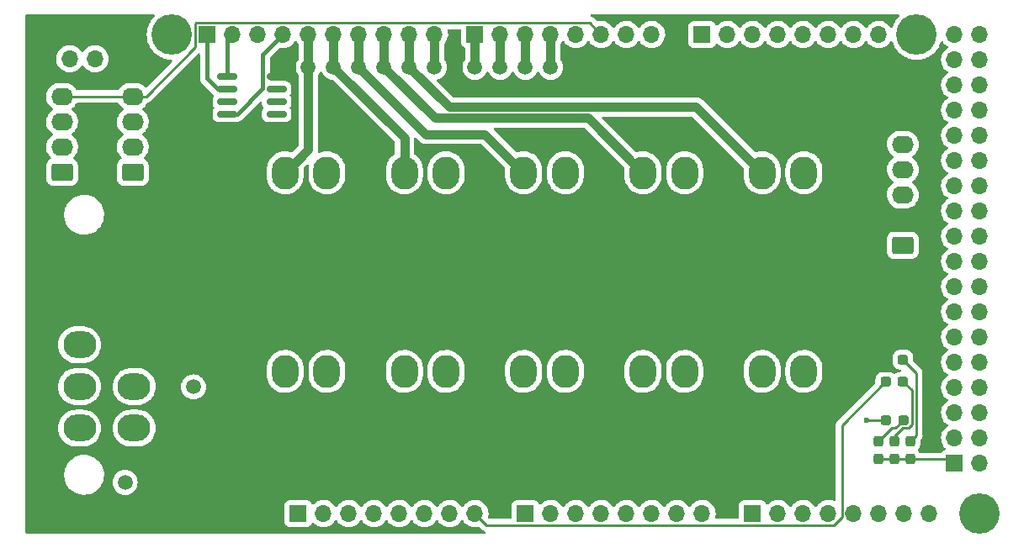
<source format=gbr>
%TF.GenerationSoftware,KiCad,Pcbnew,(6.0.9)*%
%TF.CreationDate,2023-03-29T11:59:05-08:00*%
%TF.ProjectId,ABSIS_Backlight Controller,41425349-535f-4426-9163-6b6c69676874,6*%
%TF.SameCoordinates,Original*%
%TF.FileFunction,Copper,L1,Top*%
%TF.FilePolarity,Positive*%
%FSLAX46Y46*%
G04 Gerber Fmt 4.6, Leading zero omitted, Abs format (unit mm)*
G04 Created by KiCad (PCBNEW (6.0.9)) date 2023-03-29 11:59:05*
%MOMM*%
%LPD*%
G01*
G04 APERTURE LIST*
G04 Aperture macros list*
%AMRoundRect*
0 Rectangle with rounded corners*
0 $1 Rounding radius*
0 $2 $3 $4 $5 $6 $7 $8 $9 X,Y pos of 4 corners*
0 Add a 4 corners polygon primitive as box body*
4,1,4,$2,$3,$4,$5,$6,$7,$8,$9,$2,$3,0*
0 Add four circle primitives for the rounded corners*
1,1,$1+$1,$2,$3*
1,1,$1+$1,$4,$5*
1,1,$1+$1,$6,$7*
1,1,$1+$1,$8,$9*
0 Add four rect primitives between the rounded corners*
20,1,$1+$1,$2,$3,$4,$5,0*
20,1,$1+$1,$4,$5,$6,$7,0*
20,1,$1+$1,$6,$7,$8,$9,0*
20,1,$1+$1,$8,$9,$2,$3,0*%
G04 Aperture macros list end*
%TA.AperFunction,ComponentPad*%
%ADD10C,4.064000*%
%TD*%
%TA.AperFunction,SMDPad,CuDef*%
%ADD11RoundRect,0.237500X0.237500X-0.287500X0.237500X0.287500X-0.237500X0.287500X-0.237500X-0.287500X0*%
%TD*%
%TA.AperFunction,SMDPad,CuDef*%
%ADD12RoundRect,0.237500X0.287500X0.237500X-0.287500X0.237500X-0.287500X-0.237500X0.287500X-0.237500X0*%
%TD*%
%TA.AperFunction,ComponentPad*%
%ADD13RoundRect,0.250000X0.845000X-0.620000X0.845000X0.620000X-0.845000X0.620000X-0.845000X-0.620000X0*%
%TD*%
%TA.AperFunction,ComponentPad*%
%ADD14O,2.190000X1.740000*%
%TD*%
%TA.AperFunction,SMDPad,CuDef*%
%ADD15RoundRect,0.150000X-0.825000X-0.150000X0.825000X-0.150000X0.825000X0.150000X-0.825000X0.150000X0*%
%TD*%
%TA.AperFunction,ComponentPad*%
%ADD16C,1.500000*%
%TD*%
%TA.AperFunction,ComponentPad*%
%ADD17R,1.700000X1.700000*%
%TD*%
%TA.AperFunction,ComponentPad*%
%ADD18O,1.700000X1.700000*%
%TD*%
%TA.AperFunction,ComponentPad*%
%ADD19RoundRect,0.250001X-1.399999X1.099999X-1.399999X-1.099999X1.399999X-1.099999X1.399999X1.099999X0*%
%TD*%
%TA.AperFunction,ComponentPad*%
%ADD20O,3.300000X2.700000*%
%TD*%
%TA.AperFunction,ComponentPad*%
%ADD21RoundRect,0.250001X1.099999X1.399999X-1.099999X1.399999X-1.099999X-1.399999X1.099999X-1.399999X0*%
%TD*%
%TA.AperFunction,ComponentPad*%
%ADD22O,2.700000X3.300000*%
%TD*%
%TA.AperFunction,ViaPad*%
%ADD23C,0.600000*%
%TD*%
%TA.AperFunction,Conductor*%
%ADD24C,0.457200*%
%TD*%
%TA.AperFunction,Conductor*%
%ADD25C,0.250000*%
%TD*%
%TA.AperFunction,Conductor*%
%ADD26C,0.914400*%
%TD*%
%TA.AperFunction,Conductor*%
%ADD27C,1.219200*%
%TD*%
G04 APERTURE END LIST*
D10*
%TO.P,MK3,1*%
%TO.N,N/C*%
X96520000Y2540000D03*
%TD*%
%TO.P,MK4,1*%
%TO.N,N/C*%
X15240000Y50800000D03*
%TD*%
%TO.P,MK6,1*%
%TO.N,N/C*%
X90170000Y50800000D03*
%TD*%
D11*
%TO.P,R3,1*%
%TO.N,GND*%
X86320000Y8055000D03*
%TO.P,R3,2*%
%TO.N,Net-(D3-Pad1)*%
X86320000Y9805000D03*
%TD*%
%TO.P,R1,1*%
%TO.N,GND*%
X89530000Y8055000D03*
%TO.P,R1,2*%
%TO.N,Net-(D1-Pad1)*%
X89530000Y9805000D03*
%TD*%
%TO.P,R2,1*%
%TO.N,GND*%
X87925000Y8055000D03*
%TO.P,R2,2*%
%TO.N,Net-(D2-Pad1)*%
X87925000Y9805000D03*
%TD*%
D12*
%TO.P,D1,1*%
%TO.N,Net-(D1-Pad1)*%
X88788000Y18038000D03*
%TO.P,D1,2*%
%TO.N,/+5V_SUPPLY*%
X87038000Y18038000D03*
%TD*%
%TO.P,D2,1*%
%TO.N,Net-(D2-Pad1)*%
X88805000Y15820000D03*
%TO.P,D2,2*%
%TO.N,/+12V_SUPPLY*%
X87055000Y15820000D03*
%TD*%
%TO.P,D3,1*%
%TO.N,Net-(D3-Pad1)*%
X88830000Y11970000D03*
%TO.P,D3,2*%
%TO.N,/3(\u002A\u002A)*%
X87080000Y11970000D03*
%TD*%
D13*
%TO.P,J14,1*%
%TO.N,GND*%
X88770000Y29560000D03*
D14*
%TO.P,J14,2*%
%TO.N,/+5V_SUPPLY*%
X88770000Y32100000D03*
%TO.P,J14,3*%
%TO.N,/22*%
X88770000Y34640000D03*
%TO.P,J14,4*%
%TO.N,/23*%
X88770000Y37180000D03*
%TO.P,J14,5*%
%TO.N,/24*%
X88770000Y39720000D03*
%TD*%
D15*
%TO.P,U1,1*%
%TO.N,/SDA*%
X20814000Y46582000D03*
%TO.P,U1,2*%
%TO.N,/SCL*%
X20814000Y45312000D03*
%TO.P,U1,3*%
%TO.N,Net-(U1-Pad3)*%
X20814000Y44042000D03*
%TO.P,U1,4*%
%TO.N,GND*%
X20814000Y42772000D03*
%TO.P,U1,5*%
%TO.N,Net-(U1-Pad5)*%
X25764000Y42772000D03*
%TO.P,U1,6*%
%TO.N,Net-(U1-Pad6)*%
X25764000Y44042000D03*
%TO.P,U1,7*%
%TO.N,Net-(U1-Pad7)*%
X25764000Y45312000D03*
%TO.P,U1,8*%
%TO.N,/+5V_SUPPLY*%
X25764000Y46582000D03*
%TD*%
D16*
%TO.P,TP1,1*%
%TO.N,/+12V_SUPPLY*%
X10524000Y5688000D03*
%TD*%
%TO.P,TP2,1*%
%TO.N,/+5V_SUPPLY*%
X17336000Y19494000D03*
%TD*%
%TO.P,TP4,1*%
%TO.N,GND*%
X17399000Y15304000D03*
%TD*%
%TO.P,11,1*%
%TO.N,/7(\u002A\u002A)*%
X45720000Y47498000D03*
%TD*%
%TO.P,6,1*%
%TO.N,/12(\u002A\u002A)*%
X31496000Y47498000D03*
%TD*%
%TO.P,TP5,1*%
%TO.N,/13(\u002A\u002A)*%
X28956000Y47498000D03*
%TD*%
%TO.P,12,1*%
%TO.N,/6(\u002A\u002A)*%
X48260000Y47498000D03*
%TD*%
%TO.P,10,1*%
%TO.N,/8(\u002A\u002A)*%
X41656000Y47498000D03*
%TD*%
%TO.P,9,1*%
%TO.N,/9(\u002A\u002A)*%
X39116000Y47498000D03*
%TD*%
%TO.P,13,1*%
%TO.N,/5(\u002A\u002A)*%
X50800000Y47498000D03*
%TD*%
%TO.P,8,1*%
%TO.N,/10(\u002A\u002A)*%
X36576000Y47498000D03*
%TD*%
%TO.P,TP14,1*%
%TO.N,/4(\u002A\u002A)*%
X53340000Y47498000D03*
%TD*%
%TO.P,7,1*%
%TO.N,/11(\u002A\u002A)*%
X34036000Y47498000D03*
%TD*%
D17*
%TO.P,J16,1*%
%TO.N,/+5V_SUPPLY*%
X10016000Y48360000D03*
D18*
%TO.P,J16,2*%
%TO.N,/FAN_SUPPLY*%
X7476000Y48360000D03*
%TO.P,J16,3*%
%TO.N,/+12V_SUPPLY*%
X4936000Y48360000D03*
%TD*%
D13*
%TO.P,J12,1*%
%TO.N,GND*%
X4174000Y36930000D03*
D14*
%TO.P,J12,2*%
%TO.N,/FAN_SUPPLY*%
X4174000Y39470000D03*
%TO.P,J12,3*%
%TO.N,Net-(J12-Pad3)*%
X4174000Y42010000D03*
%TO.P,J12,4*%
%TO.N,/2(\u002A\u002A)*%
X4174000Y44550000D03*
%TD*%
D13*
%TO.P,J13,1*%
%TO.N,GND*%
X11286000Y36930000D03*
D14*
%TO.P,J13,2*%
%TO.N,/FAN_SUPPLY*%
X11286000Y39470000D03*
%TO.P,J13,3*%
%TO.N,Net-(J13-Pad3)*%
X11286000Y42010000D03*
%TO.P,J13,4*%
%TO.N,/2(\u002A\u002A)*%
X11286000Y44550000D03*
%TD*%
D19*
%TO.P,J1,1*%
%TO.N,/+5V_SUPPLY*%
X11430000Y27940000D03*
D20*
%TO.P,J1,2*%
X11430000Y23740000D03*
%TO.P,J1,3*%
X11430000Y19540000D03*
%TO.P,J1,4*%
%TO.N,GND*%
X11430000Y15340000D03*
%TO.P,J1,5*%
X11430000Y11140000D03*
%TO.P,J1,6*%
%TO.N,/+5V_SUPPLY*%
X5930000Y27940000D03*
%TO.P,J1,7*%
X5930000Y23740000D03*
%TO.P,J1,8*%
%TO.N,/+12V_SUPPLY*%
X5930000Y19540000D03*
%TO.P,J1,9*%
%TO.N,GND*%
X5930000Y15340000D03*
%TO.P,J1,10*%
X5930000Y11140000D03*
%TD*%
D17*
%TO.P,P1,1*%
%TO.N,GND*%
X93980000Y7620000D03*
D18*
%TO.P,P1,2*%
X96520000Y7620000D03*
%TO.P,P1,3*%
%TO.N,/52(SCK)*%
X93980000Y10160000D03*
%TO.P,P1,4*%
%TO.N,/53(SS)*%
X96520000Y10160000D03*
%TO.P,P1,5*%
%TO.N,/50(MISO)*%
X93980000Y12700000D03*
%TO.P,P1,6*%
%TO.N,/51(MOSI)*%
X96520000Y12700000D03*
%TO.P,P1,7*%
%TO.N,/48*%
X93980000Y15240000D03*
%TO.P,P1,8*%
%TO.N,/49*%
X96520000Y15240000D03*
%TO.P,P1,9*%
%TO.N,/46*%
X93980000Y17780000D03*
%TO.P,P1,10*%
%TO.N,/47*%
X96520000Y17780000D03*
%TO.P,P1,11*%
%TO.N,/44*%
X93980000Y20320000D03*
%TO.P,P1,12*%
%TO.N,/45*%
X96520000Y20320000D03*
%TO.P,P1,13*%
%TO.N,/42*%
X93980000Y22860000D03*
%TO.P,P1,14*%
%TO.N,/43*%
X96520000Y22860000D03*
%TO.P,P1,15*%
%TO.N,/40*%
X93980000Y25400000D03*
%TO.P,P1,16*%
%TO.N,/41*%
X96520000Y25400000D03*
%TO.P,P1,17*%
%TO.N,/38*%
X93980000Y27940000D03*
%TO.P,P1,18*%
%TO.N,/39*%
X96520000Y27940000D03*
%TO.P,P1,19*%
%TO.N,/36*%
X93980000Y30480000D03*
%TO.P,P1,20*%
%TO.N,/37*%
X96520000Y30480000D03*
%TO.P,P1,21*%
%TO.N,/34*%
X93980000Y33020000D03*
%TO.P,P1,22*%
%TO.N,/35*%
X96520000Y33020000D03*
%TO.P,P1,23*%
%TO.N,/32*%
X93980000Y35560000D03*
%TO.P,P1,24*%
%TO.N,/33*%
X96520000Y35560000D03*
%TO.P,P1,25*%
%TO.N,/30*%
X93980000Y38100000D03*
%TO.P,P1,26*%
%TO.N,/31*%
X96520000Y38100000D03*
%TO.P,P1,27*%
%TO.N,/28*%
X93980000Y40640000D03*
%TO.P,P1,28*%
%TO.N,/29*%
X96520000Y40640000D03*
%TO.P,P1,29*%
%TO.N,/26*%
X93980000Y43180000D03*
%TO.P,P1,30*%
%TO.N,/27*%
X96520000Y43180000D03*
%TO.P,P1,31*%
%TO.N,/24*%
X93980000Y45720000D03*
%TO.P,P1,32*%
%TO.N,/25*%
X96520000Y45720000D03*
%TO.P,P1,33*%
%TO.N,/22*%
X93980000Y48260000D03*
%TO.P,P1,34*%
%TO.N,/23*%
X96520000Y48260000D03*
%TO.P,P1,35*%
%TO.N,+5VD*%
X93980000Y50800000D03*
%TO.P,P1,36*%
X96520000Y50800000D03*
%TD*%
D17*
%TO.P,P2,1*%
%TO.N,Net-(P2-Pad1)*%
X27940000Y2540000D03*
D18*
%TO.P,P2,2*%
%TO.N,/IOREF*%
X30480000Y2540000D03*
%TO.P,P2,3*%
%TO.N,/Reset*%
X33020000Y2540000D03*
%TO.P,P2,4*%
%TO.N,+3V3*%
X35560000Y2540000D03*
%TO.P,P2,5*%
%TO.N,+5V*%
X38100000Y2540000D03*
%TO.P,P2,6*%
%TO.N,GND*%
X40640000Y2540000D03*
%TO.P,P2,7*%
X43180000Y2540000D03*
%TO.P,P2,8*%
%TO.N,/+12V_SUPPLY*%
X45720000Y2540000D03*
%TD*%
D17*
%TO.P,P3,1*%
%TO.N,/A0*%
X50800000Y2540000D03*
D18*
%TO.P,P3,2*%
%TO.N,/A1*%
X53340000Y2540000D03*
%TO.P,P3,3*%
%TO.N,/A2*%
X55880000Y2540000D03*
%TO.P,P3,4*%
%TO.N,/A3*%
X58420000Y2540000D03*
%TO.P,P3,5*%
%TO.N,/A4*%
X60960000Y2540000D03*
%TO.P,P3,6*%
%TO.N,/A5*%
X63500000Y2540000D03*
%TO.P,P3,7*%
%TO.N,/A6*%
X66040000Y2540000D03*
%TO.P,P3,8*%
%TO.N,/A7*%
X68580000Y2540000D03*
%TD*%
D17*
%TO.P,P4,1*%
%TO.N,/A8*%
X73660000Y2540000D03*
D18*
%TO.P,P4,2*%
%TO.N,/A9*%
X76200000Y2540000D03*
%TO.P,P4,3*%
%TO.N,/A10*%
X78740000Y2540000D03*
%TO.P,P4,4*%
%TO.N,/A11*%
X81280000Y2540000D03*
%TO.P,P4,5*%
%TO.N,/A12*%
X83820000Y2540000D03*
%TO.P,P4,6*%
%TO.N,/A13*%
X86360000Y2540000D03*
%TO.P,P4,7*%
%TO.N,/A14*%
X88900000Y2540000D03*
%TO.P,P4,8*%
%TO.N,/A15*%
X91440000Y2540000D03*
%TD*%
D17*
%TO.P,P6,1*%
%TO.N,/7(\u002A\u002A)*%
X45720000Y50800000D03*
D18*
%TO.P,P6,2*%
%TO.N,/6(\u002A\u002A)*%
X48260000Y50800000D03*
%TO.P,P6,3*%
%TO.N,/5(\u002A\u002A)*%
X50800000Y50800000D03*
%TO.P,P6,4*%
%TO.N,/4(\u002A\u002A)*%
X53340000Y50800000D03*
%TO.P,P6,5*%
%TO.N,/3(\u002A\u002A)*%
X55880000Y50800000D03*
%TO.P,P6,6*%
%TO.N,/2(\u002A\u002A)*%
X58420000Y50800000D03*
%TO.P,P6,7*%
%TO.N,/1(Tx0)*%
X60960000Y50800000D03*
%TO.P,P6,8*%
%TO.N,/0(Rx0)*%
X63500000Y50800000D03*
%TD*%
D17*
%TO.P,P7,1*%
%TO.N,/14(Tx3)*%
X68580000Y50800000D03*
D18*
%TO.P,P7,2*%
%TO.N,/15(Rx3)*%
X71120000Y50800000D03*
%TO.P,P7,3*%
%TO.N,/16(Tx2)*%
X73660000Y50800000D03*
%TO.P,P7,4*%
%TO.N,/17(Rx2)*%
X76200000Y50800000D03*
%TO.P,P7,5*%
%TO.N,/18(Tx1)*%
X78740000Y50800000D03*
%TO.P,P7,6*%
%TO.N,/19(Rx1)*%
X81280000Y50800000D03*
%TO.P,P7,7*%
%TO.N,/20(SDA)*%
X83820000Y50800000D03*
%TO.P,P7,8*%
%TO.N,/21(SCL)*%
X86360000Y50800000D03*
%TD*%
D17*
%TO.P,P5,1*%
%TO.N,/SCL*%
X18796000Y50800000D03*
D18*
%TO.P,P5,2*%
%TO.N,/SDA*%
X21336000Y50800000D03*
%TO.P,P5,3*%
%TO.N,/AREF*%
X23876000Y50800000D03*
%TO.P,P5,4*%
%TO.N,GND*%
X26416000Y50800000D03*
%TO.P,P5,5*%
%TO.N,/13(\u002A\u002A)*%
X28956000Y50800000D03*
%TO.P,P5,6*%
%TO.N,/12(\u002A\u002A)*%
X31496000Y50800000D03*
%TO.P,P5,7*%
%TO.N,/11(\u002A\u002A)*%
X34036000Y50800000D03*
%TO.P,P5,8*%
%TO.N,/10(\u002A\u002A)*%
X36576000Y50800000D03*
%TO.P,P5,9*%
%TO.N,/9(\u002A\u002A)*%
X39116000Y50800000D03*
%TO.P,P5,10*%
%TO.N,/8(\u002A\u002A)*%
X41656000Y50800000D03*
%TD*%
D21*
%TO.P,J3,1*%
%TO.N,/+5V_SUPPLY*%
X42820000Y31360000D03*
D22*
%TO.P,J3,2*%
X38620000Y31360000D03*
%TO.P,J3,3*%
%TO.N,GND*%
X42820000Y36860000D03*
%TO.P,J3,4*%
%TO.N,/12(\u002A\u002A)*%
X38620000Y36860000D03*
%TD*%
D21*
%TO.P,J4,1*%
%TO.N,/+5V_SUPPLY*%
X54820000Y31360000D03*
D22*
%TO.P,J4,2*%
X50620000Y31360000D03*
%TO.P,J4,3*%
%TO.N,GND*%
X54820000Y36860000D03*
%TO.P,J4,4*%
%TO.N,/11(\u002A\u002A)*%
X50620000Y36860000D03*
%TD*%
D21*
%TO.P,J5,1*%
%TO.N,/+5V_SUPPLY*%
X66820000Y31360000D03*
D22*
%TO.P,J5,2*%
X62620000Y31360000D03*
%TO.P,J5,3*%
%TO.N,GND*%
X66820000Y36860000D03*
%TO.P,J5,4*%
%TO.N,/10(\u002A\u002A)*%
X62620000Y36860000D03*
%TD*%
D21*
%TO.P,J6,1*%
%TO.N,/+5V_SUPPLY*%
X78820000Y31360000D03*
D22*
%TO.P,J6,2*%
X74620000Y31360000D03*
%TO.P,J6,3*%
%TO.N,GND*%
X78820000Y36860000D03*
%TO.P,J6,4*%
%TO.N,/9(\u002A\u002A)*%
X74620000Y36860000D03*
%TD*%
D21*
%TO.P,J7,1*%
%TO.N,/+5V_SUPPLY*%
X30820000Y11360000D03*
D22*
%TO.P,J7,2*%
X26620000Y11360000D03*
%TO.P,J7,3*%
%TO.N,GND*%
X30820000Y16860000D03*
%TO.P,J7,4*%
%TO.N,/8(\u002A\u002A)*%
X26620000Y16860000D03*
%TD*%
D21*
%TO.P,J8,1*%
%TO.N,/+5V_SUPPLY*%
X42820000Y11360000D03*
D22*
%TO.P,J8,2*%
X38620000Y11360000D03*
%TO.P,J8,3*%
%TO.N,GND*%
X42820000Y16860000D03*
%TO.P,J8,4*%
%TO.N,/7(\u002A\u002A)*%
X38620000Y16860000D03*
%TD*%
D21*
%TO.P,J9,1*%
%TO.N,/+5V_SUPPLY*%
X54820000Y11360000D03*
D22*
%TO.P,J9,2*%
X50620000Y11360000D03*
%TO.P,J9,3*%
%TO.N,GND*%
X54820000Y16860000D03*
%TO.P,J9,4*%
%TO.N,/6(\u002A\u002A)*%
X50620000Y16860000D03*
%TD*%
D21*
%TO.P,J10,1*%
%TO.N,/+5V_SUPPLY*%
X66820000Y11360000D03*
D22*
%TO.P,J10,2*%
X62620000Y11360000D03*
%TO.P,J10,3*%
%TO.N,GND*%
X66820000Y16860000D03*
%TO.P,J10,4*%
%TO.N,/5(\u002A\u002A)*%
X62620000Y16860000D03*
%TD*%
D21*
%TO.P,J11,1*%
%TO.N,/+5V_SUPPLY*%
X78820000Y11360000D03*
D22*
%TO.P,J11,2*%
X74620000Y11360000D03*
%TO.P,J11,3*%
%TO.N,GND*%
X78820000Y16860000D03*
%TO.P,J11,4*%
%TO.N,/4(\u002A\u002A)*%
X74620000Y16860000D03*
%TD*%
D21*
%TO.P,J2,1*%
%TO.N,/+5V_SUPPLY*%
X30820000Y31360000D03*
D22*
%TO.P,J2,2*%
X26620000Y31360000D03*
%TO.P,J2,3*%
%TO.N,GND*%
X30820000Y36860000D03*
%TO.P,J2,4*%
%TO.N,/13(\u002A\u002A)*%
X26620000Y36860000D03*
%TD*%
D23*
%TO.N,/3(\u002A\u002A)*%
X85110000Y11970000D03*
%TD*%
D24*
%TO.N,GND*%
X20814000Y42772000D02*
X21789000Y42772000D01*
X21789000Y42772000D02*
X24360390Y45343390D01*
X24360390Y48744390D02*
X26416000Y50800000D01*
X24360390Y45343390D02*
X24360390Y48744390D01*
D25*
X93582500Y8017500D02*
X93980000Y7620000D01*
X86320000Y8017500D02*
X93582500Y8017500D01*
%TO.N,/+12V_SUPPLY*%
X87055000Y15820000D02*
X87030000Y15820000D01*
X82644999Y2165997D02*
X81844001Y1364999D01*
X87030000Y15820000D02*
X82644999Y11434999D01*
X81844001Y1364999D02*
X46895001Y1364999D01*
X82644999Y11434999D02*
X82644999Y2165997D01*
X46895001Y1364999D02*
X45720000Y2540000D01*
D24*
%TO.N,/SCL*%
X19839000Y45312000D02*
X18796000Y46355000D01*
X20814000Y45312000D02*
X19839000Y45312000D01*
X18796000Y46355000D02*
X18796000Y50800000D01*
%TO.N,/SDA*%
X20814000Y46582000D02*
X20814000Y50278000D01*
X20814000Y50278000D02*
X21336000Y50800000D01*
D26*
%TO.N,/13(\u002A\u002A)*%
X26620000Y36860000D02*
X28956000Y39196000D01*
X28956000Y50800000D02*
X28956000Y47498000D01*
X28956000Y39196000D02*
X28956000Y47498000D01*
%TO.N,/12(\u002A\u002A)*%
X38620000Y40374000D02*
X31496000Y47498000D01*
X31496000Y50800000D02*
X31496000Y47498000D01*
X38620000Y36860000D02*
X38620000Y40374000D01*
%TO.N,/11(\u002A\u002A)*%
X34036000Y50800000D02*
X34036000Y47498000D01*
X50620000Y36860000D02*
X46730000Y40750000D01*
X40784000Y40750000D02*
X34036000Y47498000D01*
X46730000Y40750000D02*
X40784000Y40750000D01*
%TO.N,/10(\u002A\u002A)*%
X36576000Y47498000D02*
X41694000Y42380000D01*
X36576000Y50800000D02*
X36576000Y47498000D01*
X57100000Y42380000D02*
X62620000Y36860000D01*
X41694000Y42380000D02*
X57100000Y42380000D01*
%TO.N,/9(\u002A\u002A)*%
X67985590Y43494410D02*
X43119590Y43494410D01*
X39116000Y50800000D02*
X39116000Y47498000D01*
X74620000Y36860000D02*
X67985590Y43494410D01*
X43119590Y43494410D02*
X39116000Y47498000D01*
%TO.N,/8(\u002A\u002A)*%
X41656000Y50800000D02*
X41656000Y47498000D01*
%TO.N,/7(\u002A\u002A)*%
X45720000Y50800000D02*
X45720000Y47498000D01*
%TO.N,/6(\u002A\u002A)*%
X48260000Y50800000D02*
X48260000Y47498000D01*
%TO.N,/5(\u002A\u002A)*%
X50800000Y50800000D02*
X50800000Y47498000D01*
%TO.N,/4(\u002A\u002A)*%
X53340000Y50800000D02*
X53340000Y47498000D01*
D25*
%TO.N,/3(\u002A\u002A)*%
X87080000Y11970000D02*
X85110000Y11970000D01*
%TO.N,/2(\u002A\u002A)*%
X11286000Y44550000D02*
X12631000Y44550000D01*
X17597001Y49516001D02*
X17597001Y51886003D01*
X57244999Y51975001D02*
X58420000Y50800000D01*
X17685999Y51975001D02*
X57244999Y51975001D01*
X17597001Y51886003D02*
X17685999Y51975001D01*
X4174000Y44550000D02*
X11286000Y44550000D01*
X12631000Y44550000D02*
X17597001Y49516001D01*
D27*
%TO.N,Net-(J12-Pad3)*%
X4597518Y42010000D02*
X4174000Y42010000D01*
D25*
%TO.N,Net-(D1-Pad1)*%
X89530000Y9805000D02*
X90130019Y10405019D01*
X90130019Y10405019D02*
X90130019Y16695981D01*
X90130019Y16695981D02*
X88788000Y18038000D01*
%TO.N,Net-(D2-Pad1)*%
X88764990Y11169990D02*
X89350500Y11169990D01*
X89680010Y14944990D02*
X88805000Y15820000D01*
X87925000Y10330000D02*
X88764990Y11169990D01*
X89350500Y11169990D02*
X89680010Y11499500D01*
X89680010Y11499500D02*
X89680010Y14944990D01*
X87925000Y9805000D02*
X87925000Y10330000D01*
%TO.N,Net-(D3-Pad1)*%
X88830000Y11970000D02*
X88029990Y11169990D01*
X87647490Y11169990D02*
X86320000Y9842500D01*
X88029990Y11169990D02*
X87647490Y11169990D01*
%TD*%
%TA.AperFunction,Conductor*%
%TO.N,/+5V_SUPPLY*%
G36*
X13441997Y52811498D02*
G01*
X13488490Y52757842D01*
X13498594Y52687568D01*
X13469100Y52622988D01*
X13460129Y52613650D01*
X13393102Y52550707D01*
X13384394Y52542530D01*
X13381870Y52539479D01*
X13381869Y52539478D01*
X13314634Y52458205D01*
X13180629Y52296221D01*
X13178505Y52292874D01*
X13178502Y52292870D01*
X13056493Y52100615D01*
X13009341Y52026315D01*
X13007657Y52022736D01*
X13007653Y52022729D01*
X12880475Y51752460D01*
X12873233Y51737070D01*
X12774449Y51433046D01*
X12714549Y51119039D01*
X12694477Y50800000D01*
X12714549Y50480961D01*
X12774449Y50166954D01*
X12784492Y50136046D01*
X12867265Y49881299D01*
X12873233Y49862930D01*
X12874920Y49859344D01*
X12874922Y49859340D01*
X13007653Y49577271D01*
X13007657Y49577264D01*
X13009341Y49573685D01*
X13011465Y49570339D01*
X13011465Y49570338D01*
X13173191Y49315500D01*
X13180629Y49303779D01*
X13237392Y49235164D01*
X13320792Y49134352D01*
X13384394Y49057470D01*
X13617423Y48838641D01*
X13620625Y48836314D01*
X13620627Y48836313D01*
X13656348Y48810360D01*
X13876041Y48650744D01*
X13879510Y48648837D01*
X13879513Y48648835D01*
X14131520Y48510293D01*
X14156169Y48496742D01*
X14208613Y48475978D01*
X14449707Y48380522D01*
X14449710Y48380521D01*
X14453390Y48379064D01*
X14457224Y48378080D01*
X14457232Y48378077D01*
X14649153Y48328800D01*
X14763017Y48299565D01*
X14766945Y48299069D01*
X14766949Y48299068D01*
X14853384Y48288149D01*
X15080165Y48259500D01*
X15140406Y48259500D01*
X15208527Y48239498D01*
X15255020Y48185842D01*
X15265124Y48115568D01*
X15235630Y48050988D01*
X15229502Y48044406D01*
X13927565Y46742470D01*
X12687949Y45502854D01*
X12625637Y45468828D01*
X12554821Y45473893D01*
X12503688Y45509370D01*
X12479021Y45537797D01*
X12479016Y45537802D01*
X12475517Y45541834D01*
X12471391Y45545217D01*
X12471387Y45545221D01*
X12298741Y45686781D01*
X12298742Y45686781D01*
X12294614Y45690165D01*
X12091305Y45805896D01*
X11871404Y45885716D01*
X11866155Y45886665D01*
X11866152Y45886666D01*
X11770745Y45903918D01*
X11641197Y45927344D01*
X11637058Y45927539D01*
X11637051Y45927540D01*
X11618172Y45928430D01*
X11618165Y45928430D01*
X11616684Y45928500D01*
X11002262Y45928500D01*
X10934359Y45922738D01*
X10833209Y45914156D01*
X10833205Y45914155D01*
X10827898Y45913705D01*
X10822741Y45912367D01*
X10822738Y45912366D01*
X10606629Y45856275D01*
X10606625Y45856274D01*
X10601460Y45854933D01*
X10596594Y45852741D01*
X10596591Y45852740D01*
X10486739Y45803255D01*
X10388163Y45758850D01*
X10194104Y45628202D01*
X10024832Y45466724D01*
X10021649Y45462446D01*
X9980566Y45407228D01*
X9885187Y45279035D01*
X9871641Y45252392D01*
X9822938Y45200736D01*
X9759326Y45183500D01*
X5697990Y45183500D01*
X5629869Y45203502D01*
X5590271Y45244135D01*
X5519611Y45360580D01*
X5519608Y45360584D01*
X5516841Y45365144D01*
X5363517Y45541834D01*
X5182614Y45690165D01*
X4979305Y45805896D01*
X4759404Y45885716D01*
X4754155Y45886665D01*
X4754152Y45886666D01*
X4658745Y45903918D01*
X4529197Y45927344D01*
X4525058Y45927539D01*
X4525051Y45927540D01*
X4506172Y45928430D01*
X4506165Y45928430D01*
X4504684Y45928500D01*
X3890262Y45928500D01*
X3822359Y45922738D01*
X3721209Y45914156D01*
X3721205Y45914155D01*
X3715898Y45913705D01*
X3710741Y45912367D01*
X3710738Y45912366D01*
X3494629Y45856275D01*
X3494625Y45856274D01*
X3489460Y45854933D01*
X3484594Y45852741D01*
X3484591Y45852740D01*
X3374739Y45803255D01*
X3276163Y45758850D01*
X3082104Y45628202D01*
X2912832Y45466724D01*
X2773187Y45279035D01*
X2770771Y45274284D01*
X2770769Y45274280D01*
X2724614Y45183500D01*
X2667162Y45070500D01*
X2597790Y44847083D01*
X2597089Y44841796D01*
X2597089Y44841795D01*
X2571616Y44649604D01*
X2567052Y44615171D01*
X2567252Y44609842D01*
X2567252Y44609840D01*
X2567923Y44591978D01*
X2575828Y44381396D01*
X2590347Y44312200D01*
X2618726Y44176949D01*
X2623868Y44152441D01*
X2709797Y43934854D01*
X2831159Y43734856D01*
X2984483Y43558166D01*
X3165386Y43409835D01*
X3170016Y43407199D01*
X3170021Y43407196D01*
X3202516Y43388699D01*
X3251822Y43337616D01*
X3265683Y43267985D01*
X3239699Y43201915D01*
X3210550Y43174677D01*
X3178061Y43152804D01*
X3082104Y43088202D01*
X2912832Y42926724D01*
X2773187Y42739035D01*
X2770771Y42734284D01*
X2770769Y42734280D01*
X2712756Y42620177D01*
X2667162Y42530500D01*
X2597790Y42307083D01*
X2597089Y42301796D01*
X2597089Y42301795D01*
X2569483Y42093509D01*
X2567052Y42075171D01*
X2575828Y41841396D01*
X2584891Y41798203D01*
X2618726Y41636949D01*
X2623868Y41612441D01*
X2709797Y41394854D01*
X2831159Y41194856D01*
X2984483Y41018166D01*
X3165386Y40869835D01*
X3170016Y40867199D01*
X3170021Y40867196D01*
X3202516Y40848699D01*
X3251822Y40797616D01*
X3265683Y40727985D01*
X3239699Y40661915D01*
X3210550Y40634677D01*
X3188289Y40619690D01*
X3082104Y40548202D01*
X3078247Y40544523D01*
X3078245Y40544521D01*
X3057243Y40524486D01*
X2912832Y40386724D01*
X2773187Y40199035D01*
X2770771Y40194284D01*
X2770769Y40194280D01*
X2679720Y40015200D01*
X2667162Y39990500D01*
X2597790Y39767083D01*
X2597089Y39761796D01*
X2597089Y39761795D01*
X2570224Y39559101D01*
X2567052Y39535171D01*
X2575828Y39301396D01*
X2584891Y39258203D01*
X2618726Y39096949D01*
X2623868Y39072441D01*
X2709797Y38854854D01*
X2712566Y38850291D01*
X2808081Y38692888D01*
X2831159Y38654856D01*
X2984483Y38478166D01*
X3019903Y38449124D01*
X3021770Y38447593D01*
X3061764Y38388933D01*
X3063695Y38317962D01*
X3026950Y38257214D01*
X3004610Y38242267D01*
X3005054Y38241550D01*
X2854652Y38148478D01*
X2729695Y38023303D01*
X2636885Y37872738D01*
X2581203Y37704861D01*
X2580503Y37698025D01*
X2580502Y37698022D01*
X2576091Y37654969D01*
X2570500Y37600400D01*
X2570500Y36259600D01*
X2570837Y36256354D01*
X2570837Y36256350D01*
X2577912Y36188166D01*
X2581474Y36153834D01*
X2583655Y36147298D01*
X2583655Y36147296D01*
X2599829Y36098818D01*
X2637450Y35986054D01*
X2730522Y35835652D01*
X2855697Y35710695D01*
X2861927Y35706855D01*
X2861928Y35706854D01*
X2999090Y35622306D01*
X3006262Y35617885D01*
X3064893Y35598438D01*
X3167611Y35564368D01*
X3167613Y35564368D01*
X3174139Y35562203D01*
X3180975Y35561503D01*
X3180978Y35561502D01*
X3224031Y35557091D01*
X3278600Y35551500D01*
X5069400Y35551500D01*
X5072646Y35551837D01*
X5072650Y35551837D01*
X5168308Y35561762D01*
X5168312Y35561763D01*
X5175166Y35562474D01*
X5181702Y35564655D01*
X5181704Y35564655D01*
X5334110Y35615502D01*
X5342946Y35618450D01*
X5493348Y35711522D01*
X5618305Y35836697D01*
X5628289Y35852894D01*
X5707275Y35981032D01*
X5707276Y35981034D01*
X5711115Y35987262D01*
X5766797Y36155139D01*
X5777500Y36259600D01*
X5777500Y37600400D01*
X5776886Y37606322D01*
X5767238Y37699308D01*
X5767237Y37699312D01*
X5766526Y37706166D01*
X5735318Y37799709D01*
X5712868Y37866998D01*
X5710550Y37873946D01*
X5617478Y38024348D01*
X5492303Y38149305D01*
X5455755Y38171834D01*
X5341738Y38242115D01*
X5343062Y38244262D01*
X5298710Y38283312D01*
X5279248Y38351589D01*
X5299788Y38419549D01*
X5318272Y38441761D01*
X5431306Y38549590D01*
X5431316Y38549602D01*
X5435168Y38553276D01*
X5457516Y38583312D01*
X5503769Y38645479D01*
X5574813Y38740965D01*
X5577988Y38747208D01*
X5678420Y38944744D01*
X5678420Y38944745D01*
X5680838Y38949500D01*
X5750210Y39172917D01*
X5757252Y39226048D01*
X5780248Y39399545D01*
X5780248Y39399549D01*
X5780948Y39404829D01*
X5780071Y39428205D01*
X5772372Y39633273D01*
X5772172Y39638604D01*
X5742586Y39779610D01*
X5725229Y39862332D01*
X5725228Y39862335D01*
X5724132Y39867559D01*
X5638203Y40085146D01*
X5606016Y40138189D01*
X5519609Y40280583D01*
X5519607Y40280586D01*
X5516841Y40285144D01*
X5363517Y40461834D01*
X5182614Y40610165D01*
X5177984Y40612801D01*
X5177979Y40612804D01*
X5145484Y40631301D01*
X5096178Y40682384D01*
X5082317Y40752015D01*
X5108301Y40818085D01*
X5137450Y40845323D01*
X5204246Y40890293D01*
X5265896Y40931798D01*
X5312123Y40975896D01*
X5356433Y41018166D01*
X5435168Y41093276D01*
X5574813Y41280965D01*
X5577988Y41287208D01*
X5678420Y41484744D01*
X5678420Y41484745D01*
X5680838Y41489500D01*
X5750210Y41712917D01*
X5750911Y41718205D01*
X5780248Y41939545D01*
X5780248Y41939549D01*
X5780948Y41944829D01*
X5780070Y41968233D01*
X5772372Y42173273D01*
X5772172Y42178604D01*
X5724132Y42407559D01*
X5638203Y42625146D01*
X5606016Y42678189D01*
X5519609Y42820583D01*
X5519607Y42820586D01*
X5516841Y42825144D01*
X5363517Y43001834D01*
X5182614Y43150165D01*
X5177984Y43152801D01*
X5177979Y43152804D01*
X5145484Y43171301D01*
X5096178Y43222384D01*
X5082317Y43292015D01*
X5108301Y43358085D01*
X5137450Y43385323D01*
X5204246Y43430293D01*
X5265896Y43471798D01*
X5435168Y43633276D01*
X5451621Y43655390D01*
X5571623Y43816677D01*
X5571625Y43816680D01*
X5574813Y43820965D01*
X5588359Y43847608D01*
X5637062Y43899264D01*
X5700674Y43916500D01*
X9762010Y43916500D01*
X9830131Y43896498D01*
X9869729Y43855865D01*
X9940389Y43739420D01*
X9940391Y43739417D01*
X9943159Y43734856D01*
X10096483Y43558166D01*
X10277386Y43409835D01*
X10282016Y43407199D01*
X10282021Y43407196D01*
X10314516Y43388699D01*
X10363822Y43337616D01*
X10377683Y43267985D01*
X10351699Y43201915D01*
X10322550Y43174677D01*
X10290061Y43152804D01*
X10194104Y43088202D01*
X10024832Y42926724D01*
X9885187Y42739035D01*
X9882771Y42734284D01*
X9882769Y42734280D01*
X9824756Y42620177D01*
X9779162Y42530500D01*
X9709790Y42307083D01*
X9709089Y42301796D01*
X9709089Y42301795D01*
X9681483Y42093509D01*
X9679052Y42075171D01*
X9687828Y41841396D01*
X9696891Y41798203D01*
X9730726Y41636949D01*
X9735868Y41612441D01*
X9821797Y41394854D01*
X9943159Y41194856D01*
X10096483Y41018166D01*
X10277386Y40869835D01*
X10282016Y40867199D01*
X10282021Y40867196D01*
X10314516Y40848699D01*
X10363822Y40797616D01*
X10377683Y40727985D01*
X10351699Y40661915D01*
X10322550Y40634677D01*
X10300289Y40619690D01*
X10194104Y40548202D01*
X10190247Y40544523D01*
X10190245Y40544521D01*
X10169243Y40524486D01*
X10024832Y40386724D01*
X9885187Y40199035D01*
X9882771Y40194284D01*
X9882769Y40194280D01*
X9791720Y40015200D01*
X9779162Y39990500D01*
X9709790Y39767083D01*
X9709089Y39761796D01*
X9709089Y39761795D01*
X9682224Y39559101D01*
X9679052Y39535171D01*
X9687828Y39301396D01*
X9696891Y39258203D01*
X9730726Y39096949D01*
X9735868Y39072441D01*
X9821797Y38854854D01*
X9824566Y38850291D01*
X9920081Y38692888D01*
X9943159Y38654856D01*
X10096483Y38478166D01*
X10131903Y38449124D01*
X10133770Y38447593D01*
X10173764Y38388933D01*
X10175695Y38317962D01*
X10138950Y38257214D01*
X10116610Y38242267D01*
X10117054Y38241550D01*
X9966652Y38148478D01*
X9841695Y38023303D01*
X9748885Y37872738D01*
X9693203Y37704861D01*
X9692503Y37698025D01*
X9692502Y37698022D01*
X9688091Y37654969D01*
X9682500Y37600400D01*
X9682500Y36259600D01*
X9682837Y36256354D01*
X9682837Y36256350D01*
X9689912Y36188166D01*
X9693474Y36153834D01*
X9695655Y36147298D01*
X9695655Y36147296D01*
X9711829Y36098818D01*
X9749450Y35986054D01*
X9842522Y35835652D01*
X9967697Y35710695D01*
X9973927Y35706855D01*
X9973928Y35706854D01*
X10111090Y35622306D01*
X10118262Y35617885D01*
X10176893Y35598438D01*
X10279611Y35564368D01*
X10279613Y35564368D01*
X10286139Y35562203D01*
X10292975Y35561503D01*
X10292978Y35561502D01*
X10336031Y35557091D01*
X10390600Y35551500D01*
X12181400Y35551500D01*
X12184646Y35551837D01*
X12184650Y35551837D01*
X12280308Y35561762D01*
X12280312Y35561763D01*
X12287166Y35562474D01*
X12293702Y35564655D01*
X12293704Y35564655D01*
X12446110Y35615502D01*
X12454946Y35618450D01*
X12605348Y35711522D01*
X12730305Y35836697D01*
X12740289Y35852894D01*
X12819275Y35981032D01*
X12819276Y35981034D01*
X12823115Y35987262D01*
X12878797Y36155139D01*
X12889500Y36259600D01*
X12889500Y37600400D01*
X12888886Y37606322D01*
X12879238Y37699308D01*
X12879237Y37699312D01*
X12878526Y37706166D01*
X12847318Y37799709D01*
X12824868Y37866998D01*
X12822550Y37873946D01*
X12729478Y38024348D01*
X12604303Y38149305D01*
X12567755Y38171834D01*
X12453738Y38242115D01*
X12455062Y38244262D01*
X12410710Y38283312D01*
X12391248Y38351589D01*
X12411788Y38419549D01*
X12430272Y38441761D01*
X12543306Y38549590D01*
X12543316Y38549602D01*
X12547168Y38553276D01*
X12569516Y38583312D01*
X12615769Y38645479D01*
X12686813Y38740965D01*
X12689988Y38747208D01*
X12790420Y38944744D01*
X12790420Y38944745D01*
X12792838Y38949500D01*
X12862210Y39172917D01*
X12869252Y39226048D01*
X12892248Y39399545D01*
X12892248Y39399549D01*
X12892948Y39404829D01*
X12892071Y39428205D01*
X12884372Y39633273D01*
X12884172Y39638604D01*
X12854586Y39779610D01*
X12837229Y39862332D01*
X12837228Y39862335D01*
X12836132Y39867559D01*
X12750203Y40085146D01*
X12718016Y40138189D01*
X12631609Y40280583D01*
X12631607Y40280586D01*
X12628841Y40285144D01*
X12475517Y40461834D01*
X12294614Y40610165D01*
X12289984Y40612801D01*
X12289979Y40612804D01*
X12257484Y40631301D01*
X12208178Y40682384D01*
X12194317Y40752015D01*
X12220301Y40818085D01*
X12249450Y40845323D01*
X12316246Y40890293D01*
X12377896Y40931798D01*
X12424123Y40975896D01*
X12468433Y41018166D01*
X12547168Y41093276D01*
X12686813Y41280965D01*
X12689988Y41287208D01*
X12790420Y41484744D01*
X12790420Y41484745D01*
X12792838Y41489500D01*
X12862210Y41712917D01*
X12862911Y41718205D01*
X12892248Y41939545D01*
X12892248Y41939549D01*
X12892948Y41944829D01*
X12892070Y41968233D01*
X12884372Y42173273D01*
X12884172Y42178604D01*
X12836132Y42407559D01*
X12750203Y42625146D01*
X12718016Y42678189D01*
X12631609Y42820583D01*
X12631607Y42820586D01*
X12628841Y42825144D01*
X12475517Y43001834D01*
X12294614Y43150165D01*
X12289984Y43152801D01*
X12289979Y43152804D01*
X12257484Y43171301D01*
X12208178Y43222384D01*
X12194317Y43292015D01*
X12220301Y43358085D01*
X12249450Y43385323D01*
X12316246Y43430293D01*
X12377896Y43471798D01*
X12547168Y43633276D01*
X12686813Y43820965D01*
X12710788Y43868121D01*
X12759491Y43919779D01*
X12787271Y43931207D01*
X12789797Y43931526D01*
X12797163Y43934442D01*
X12797169Y43934444D01*
X12830912Y43947804D01*
X12842142Y43951649D01*
X12876983Y43961771D01*
X12876984Y43961771D01*
X12884593Y43963982D01*
X12891412Y43968015D01*
X12891417Y43968017D01*
X12902028Y43974293D01*
X12919776Y43982988D01*
X12938617Y43990448D01*
X12974387Y44016436D01*
X12984307Y44022952D01*
X13015535Y44041420D01*
X13015538Y44041422D01*
X13022362Y44045458D01*
X13036683Y44059779D01*
X13051717Y44072620D01*
X13061694Y44079869D01*
X13068107Y44084528D01*
X13096298Y44118605D01*
X13104288Y44127384D01*
X17843805Y48866900D01*
X17906117Y48900926D01*
X17976932Y48895861D01*
X18033768Y48853314D01*
X18058579Y48786794D01*
X18058900Y48777805D01*
X18058900Y46420445D01*
X18057467Y46401495D01*
X18054334Y46380900D01*
X18054927Y46373608D01*
X18054927Y46373604D01*
X18058485Y46329863D01*
X18058900Y46319649D01*
X18058900Y46311959D01*
X18059324Y46308325D01*
X18059324Y46308319D01*
X18062089Y46284607D01*
X18062521Y46280236D01*
X18068268Y46209585D01*
X18070524Y46202623D01*
X18071634Y46197065D01*
X18072938Y46191548D01*
X18073786Y46184276D01*
X18076285Y46177392D01*
X18076286Y46177387D01*
X18097974Y46117638D01*
X18099400Y46113484D01*
X18121239Y46046071D01*
X18125035Y46039815D01*
X18127387Y46034677D01*
X18129934Y46029592D01*
X18132432Y46022710D01*
X18171307Y45963415D01*
X18173630Y45959733D01*
X18201288Y45914156D01*
X18210407Y45899128D01*
X18214114Y45894931D01*
X18214115Y45894929D01*
X18217601Y45890982D01*
X18217582Y45890965D01*
X18220489Y45887688D01*
X18222656Y45885096D01*
X18226673Y45878969D01*
X18231989Y45873934D01*
X18231989Y45873933D01*
X18281273Y45827246D01*
X18283715Y45824868D01*
X19271514Y44837069D01*
X19283901Y44822656D01*
X19291907Y44811776D01*
X19291911Y44811772D01*
X19296249Y44805877D01*
X19301832Y44801134D01*
X19335275Y44772722D01*
X19342791Y44765792D01*
X19348226Y44760357D01*
X19369848Y44743251D01*
X19373215Y44740490D01*
X19408844Y44710220D01*
X19447808Y44650870D01*
X19448499Y44579877D01*
X19435719Y44550062D01*
X19379855Y44455601D01*
X19377644Y44447990D01*
X19377644Y44447989D01*
X19333438Y44295831D01*
X19332934Y44289426D01*
X19332933Y44289421D01*
X19331024Y44265163D01*
X19330500Y44258502D01*
X19330500Y43825498D01*
X19330693Y43823050D01*
X19330693Y43823042D01*
X19330857Y43820965D01*
X19333438Y43788169D01*
X19379855Y43628399D01*
X19464547Y43485193D01*
X19467229Y43482511D01*
X19492502Y43418139D01*
X19478600Y43348516D01*
X19468428Y43332688D01*
X19464547Y43328807D01*
X19379855Y43185601D01*
X19377644Y43177990D01*
X19377643Y43177988D01*
X19370327Y43152804D01*
X19333438Y43025831D01*
X19330500Y42988502D01*
X19330500Y42555498D01*
X19330693Y42553050D01*
X19330693Y42553042D01*
X19332634Y42528389D01*
X19333438Y42518169D01*
X19345407Y42476972D01*
X19375058Y42374912D01*
X19379855Y42358399D01*
X19383892Y42351573D01*
X19460509Y42222020D01*
X19460511Y42222017D01*
X19464547Y42215193D01*
X19582193Y42097547D01*
X19589017Y42093511D01*
X19589020Y42093509D01*
X19664597Y42048813D01*
X19725399Y42012855D01*
X19733010Y42010644D01*
X19733012Y42010643D01*
X19785231Y41995472D01*
X19885169Y41966438D01*
X19891574Y41965934D01*
X19891579Y41965933D01*
X19920042Y41963693D01*
X19920050Y41963693D01*
X19922498Y41963500D01*
X21705502Y41963500D01*
X21707950Y41963693D01*
X21707958Y41963693D01*
X21736421Y41965933D01*
X21736426Y41965934D01*
X21742831Y41966438D01*
X21842769Y41995472D01*
X21894988Y42010643D01*
X21894990Y42010644D01*
X21902601Y42012855D01*
X21963403Y42048813D01*
X21984549Y42058797D01*
X22026361Y42073974D01*
X22030508Y42075398D01*
X22090965Y42094983D01*
X22097929Y42097239D01*
X22104185Y42101035D01*
X22109323Y42103387D01*
X22114408Y42105934D01*
X22121290Y42108432D01*
X22180585Y42147307D01*
X22184267Y42149630D01*
X22240082Y42183500D01*
X22240084Y42183502D01*
X22244872Y42186407D01*
X22253018Y42193601D01*
X22253035Y42193582D01*
X22256312Y42196489D01*
X22258904Y42198656D01*
X22265031Y42202673D01*
X22316755Y42257274D01*
X22319132Y42259715D01*
X24065405Y44005988D01*
X24127717Y44040014D01*
X24198532Y44034949D01*
X24255368Y43992402D01*
X24280179Y43925882D01*
X24280500Y43916893D01*
X24280500Y43825498D01*
X24280693Y43823050D01*
X24280693Y43823042D01*
X24280857Y43820965D01*
X24283438Y43788169D01*
X24329855Y43628399D01*
X24414547Y43485193D01*
X24417229Y43482511D01*
X24442502Y43418139D01*
X24428600Y43348516D01*
X24418428Y43332688D01*
X24414547Y43328807D01*
X24329855Y43185601D01*
X24327644Y43177990D01*
X24327643Y43177988D01*
X24320327Y43152804D01*
X24283438Y43025831D01*
X24280500Y42988502D01*
X24280500Y42555498D01*
X24280693Y42553050D01*
X24280693Y42553042D01*
X24282634Y42528389D01*
X24283438Y42518169D01*
X24295407Y42476972D01*
X24325058Y42374912D01*
X24329855Y42358399D01*
X24333892Y42351573D01*
X24410509Y42222020D01*
X24410511Y42222017D01*
X24414547Y42215193D01*
X24532193Y42097547D01*
X24539017Y42093511D01*
X24539020Y42093509D01*
X24614597Y42048813D01*
X24675399Y42012855D01*
X24683010Y42010644D01*
X24683012Y42010643D01*
X24735231Y41995472D01*
X24835169Y41966438D01*
X24841574Y41965934D01*
X24841579Y41965933D01*
X24870042Y41963693D01*
X24870050Y41963693D01*
X24872498Y41963500D01*
X26655502Y41963500D01*
X26657950Y41963693D01*
X26657958Y41963693D01*
X26686421Y41965933D01*
X26686426Y41965934D01*
X26692831Y41966438D01*
X26792769Y41995472D01*
X26844988Y42010643D01*
X26844990Y42010644D01*
X26852601Y42012855D01*
X26913403Y42048813D01*
X26988980Y42093509D01*
X26988983Y42093511D01*
X26995807Y42097547D01*
X27113453Y42215193D01*
X27117489Y42222017D01*
X27117491Y42222020D01*
X27194108Y42351573D01*
X27198145Y42358399D01*
X27202943Y42374912D01*
X27232593Y42476972D01*
X27244562Y42518169D01*
X27245367Y42528389D01*
X27247307Y42553042D01*
X27247307Y42553050D01*
X27247500Y42555498D01*
X27247500Y42988502D01*
X27244562Y43025831D01*
X27207673Y43152804D01*
X27200357Y43177988D01*
X27200356Y43177990D01*
X27198145Y43185601D01*
X27113453Y43328807D01*
X27110771Y43331489D01*
X27085498Y43395861D01*
X27099400Y43465484D01*
X27109572Y43481312D01*
X27113453Y43485193D01*
X27198145Y43628399D01*
X27244562Y43788169D01*
X27247144Y43820965D01*
X27247307Y43823042D01*
X27247307Y43823050D01*
X27247500Y43825498D01*
X27247500Y44258502D01*
X27246976Y44265163D01*
X27245067Y44289421D01*
X27245066Y44289426D01*
X27244562Y44295831D01*
X27200357Y44447989D01*
X27200356Y44447990D01*
X27198145Y44455601D01*
X27113453Y44598807D01*
X27110771Y44601489D01*
X27085498Y44665861D01*
X27099400Y44735484D01*
X27109572Y44751312D01*
X27113453Y44755193D01*
X27198145Y44898399D01*
X27202943Y44914912D01*
X27232593Y45016972D01*
X27244562Y45058169D01*
X27245681Y45072375D01*
X27247307Y45093042D01*
X27247307Y45093050D01*
X27247500Y45095498D01*
X27247500Y45528502D01*
X27246769Y45537796D01*
X27245067Y45559421D01*
X27245066Y45559426D01*
X27244562Y45565831D01*
X27207674Y45692803D01*
X27200357Y45717988D01*
X27200356Y45717990D01*
X27198145Y45725601D01*
X27177183Y45761045D01*
X27117491Y45861980D01*
X27117489Y45861983D01*
X27113453Y45868807D01*
X26995807Y45986453D01*
X26988983Y45990489D01*
X26988980Y45990491D01*
X26859427Y46067108D01*
X26859428Y46067108D01*
X26852601Y46071145D01*
X26844990Y46073356D01*
X26844988Y46073357D01*
X26792769Y46088528D01*
X26692831Y46117562D01*
X26686426Y46118066D01*
X26686421Y46118067D01*
X26657958Y46120307D01*
X26657950Y46120307D01*
X26655502Y46120500D01*
X25223490Y46120500D01*
X25155369Y46140502D01*
X25108876Y46194158D01*
X25097490Y46246500D01*
X25097490Y48386883D01*
X25117492Y48455004D01*
X25134395Y48475978D01*
X26082293Y49423876D01*
X26144605Y49457902D01*
X26196505Y49458252D01*
X26254597Y49446433D01*
X26259772Y49446243D01*
X26259774Y49446243D01*
X26472673Y49438436D01*
X26472677Y49438436D01*
X26477837Y49438247D01*
X26482957Y49438903D01*
X26482959Y49438903D01*
X26694288Y49465975D01*
X26694289Y49465975D01*
X26699416Y49466632D01*
X26716472Y49471749D01*
X26908429Y49529339D01*
X26908434Y49529341D01*
X26913384Y49530826D01*
X27113994Y49629104D01*
X27295860Y49758827D01*
X27454096Y49916511D01*
X27457116Y49920713D01*
X27584453Y50097923D01*
X27585776Y50096972D01*
X27632645Y50140143D01*
X27702580Y50152375D01*
X27768026Y50124856D01*
X27795875Y50093006D01*
X27855987Y49994912D01*
X27859371Y49991006D01*
X27859372Y49991004D01*
X27959537Y49875371D01*
X27989020Y49810786D01*
X27990300Y49792874D01*
X27990300Y48352692D01*
X27967513Y48280421D01*
X27953214Y48260000D01*
X27894014Y48175453D01*
X27861944Y48129653D01*
X27859621Y48124671D01*
X27859618Y48124666D01*
X27825262Y48050988D01*
X27768880Y47930076D01*
X27711885Y47717371D01*
X27692693Y47498000D01*
X27711885Y47278629D01*
X27768880Y47065924D01*
X27796621Y47006433D01*
X27859618Y46871334D01*
X27859621Y46871329D01*
X27861944Y46866347D01*
X27865100Y46861840D01*
X27865101Y46861838D01*
X27967513Y46715579D01*
X27990300Y46643308D01*
X27990300Y39648196D01*
X27970298Y39580075D01*
X27953395Y39559101D01*
X27345246Y38950952D01*
X27282934Y38916926D01*
X27214195Y38921238D01*
X27116024Y38955906D01*
X27116013Y38955909D01*
X27111720Y38957425D01*
X27014808Y38976526D01*
X26851572Y39008700D01*
X26851566Y39008701D01*
X26847100Y39009581D01*
X26842547Y39009808D01*
X26842544Y39009808D01*
X26582292Y39022764D01*
X26582286Y39022764D01*
X26577723Y39022991D01*
X26309231Y38997375D01*
X26304797Y38996290D01*
X26304791Y38996289D01*
X26056543Y38935543D01*
X26047250Y38933269D01*
X25797267Y38832015D01*
X25564518Y38695735D01*
X25353881Y38527284D01*
X25169766Y38330191D01*
X25016032Y38108584D01*
X25014001Y38104501D01*
X25013999Y38104498D01*
X24971027Y38018120D01*
X24895899Y37867106D01*
X24894478Y37862772D01*
X24894477Y37862769D01*
X24837046Y37687575D01*
X24811882Y37610814D01*
X24811102Y37606323D01*
X24811102Y37606322D01*
X24773181Y37387915D01*
X24765743Y37345079D01*
X24765552Y37341242D01*
X24763465Y37299312D01*
X24761500Y37259851D01*
X24761500Y36491488D01*
X24761665Y36489220D01*
X24761665Y36489208D01*
X24769053Y36387383D01*
X24776047Y36290996D01*
X24777031Y36286541D01*
X24777031Y36286538D01*
X24832082Y36037196D01*
X24834194Y36027628D01*
X24873416Y35924104D01*
X24919942Y35801301D01*
X24929750Y35775412D01*
X25060714Y35539632D01*
X25063486Y35536000D01*
X25177608Y35386465D01*
X25224343Y35325227D01*
X25227609Y35322034D01*
X25227611Y35322032D01*
X25291364Y35259709D01*
X25417208Y35136688D01*
X25635270Y34977966D01*
X25703294Y34942177D01*
X25869921Y34854510D01*
X25869927Y34854507D01*
X25873961Y34852385D01*
X25878266Y34850865D01*
X25878270Y34850863D01*
X26123967Y34764098D01*
X26128280Y34762575D01*
X26256032Y34737395D01*
X26388428Y34711300D01*
X26388434Y34711299D01*
X26392900Y34710419D01*
X26397453Y34710192D01*
X26397456Y34710192D01*
X26657708Y34697236D01*
X26657714Y34697236D01*
X26662277Y34697009D01*
X26930769Y34722625D01*
X26935203Y34723710D01*
X26935209Y34723711D01*
X27188312Y34785645D01*
X27192750Y34786731D01*
X27442733Y34887985D01*
X27675482Y35024265D01*
X27886119Y35192716D01*
X28070234Y35389809D01*
X28223968Y35611416D01*
X28227187Y35617885D01*
X28305554Y35775412D01*
X28344101Y35852894D01*
X28381709Y35967616D01*
X28426698Y36104853D01*
X28426699Y36104859D01*
X28428118Y36109186D01*
X28442532Y36192204D01*
X28473601Y36371140D01*
X28473602Y36371148D01*
X28474257Y36374921D01*
X28476182Y36413589D01*
X28478422Y36458578D01*
X28478422Y36458586D01*
X28478500Y36460149D01*
X28478500Y37228512D01*
X28474262Y37286919D01*
X28489282Y37356307D01*
X28510837Y37385131D01*
X28788448Y37662742D01*
X28850760Y37696768D01*
X28921575Y37691703D01*
X28978411Y37649156D01*
X29003222Y37582636D01*
X29001686Y37552093D01*
X28972697Y37385131D01*
X28965743Y37345079D01*
X28965552Y37341242D01*
X28963465Y37299312D01*
X28961500Y37259851D01*
X28961500Y36491488D01*
X28961665Y36489220D01*
X28961665Y36489208D01*
X28969053Y36387383D01*
X28976047Y36290996D01*
X28977031Y36286541D01*
X28977031Y36286538D01*
X29032082Y36037196D01*
X29034194Y36027628D01*
X29073416Y35924104D01*
X29119942Y35801301D01*
X29129750Y35775412D01*
X29260714Y35539632D01*
X29263486Y35536000D01*
X29377608Y35386465D01*
X29424343Y35325227D01*
X29427609Y35322034D01*
X29427611Y35322032D01*
X29491364Y35259709D01*
X29617208Y35136688D01*
X29835270Y34977966D01*
X29903294Y34942177D01*
X30069921Y34854510D01*
X30069927Y34854507D01*
X30073961Y34852385D01*
X30078266Y34850865D01*
X30078270Y34850863D01*
X30323967Y34764098D01*
X30328280Y34762575D01*
X30456032Y34737395D01*
X30588428Y34711300D01*
X30588434Y34711299D01*
X30592900Y34710419D01*
X30597453Y34710192D01*
X30597456Y34710192D01*
X30857708Y34697236D01*
X30857714Y34697236D01*
X30862277Y34697009D01*
X31130769Y34722625D01*
X31135203Y34723710D01*
X31135209Y34723711D01*
X31388312Y34785645D01*
X31392750Y34786731D01*
X31642733Y34887985D01*
X31875482Y35024265D01*
X32086119Y35192716D01*
X32270234Y35389809D01*
X32423968Y35611416D01*
X32427187Y35617885D01*
X32505554Y35775412D01*
X32544101Y35852894D01*
X32581709Y35967616D01*
X32626698Y36104853D01*
X32626699Y36104859D01*
X32628118Y36109186D01*
X32642532Y36192204D01*
X32673601Y36371140D01*
X32673602Y36371148D01*
X32674257Y36374921D01*
X32676182Y36413589D01*
X32678422Y36458578D01*
X32678422Y36458586D01*
X32678500Y36460149D01*
X32678500Y37228512D01*
X32677292Y37245171D01*
X32666208Y37397923D01*
X32663953Y37429004D01*
X32652478Y37480980D01*
X32606791Y37687912D01*
X32606790Y37687916D01*
X32605806Y37692372D01*
X32550942Y37837182D01*
X32511868Y37940318D01*
X32511867Y37940321D01*
X32510250Y37944588D01*
X32394859Y38152332D01*
X32381504Y38176375D01*
X32381503Y38176376D01*
X32379286Y38180368D01*
X32270582Y38322804D01*
X32218429Y38391141D01*
X32218428Y38391142D01*
X32215657Y38394773D01*
X32173591Y38435896D01*
X32119225Y38489042D01*
X32022792Y38583312D01*
X31804730Y38742034D01*
X31680197Y38807554D01*
X31570079Y38865490D01*
X31570073Y38865493D01*
X31566039Y38867615D01*
X31561734Y38869135D01*
X31561730Y38869137D01*
X31316033Y38955902D01*
X31316032Y38955902D01*
X31311720Y38957425D01*
X31141551Y38990965D01*
X31051572Y39008700D01*
X31051566Y39008701D01*
X31047100Y39009581D01*
X31042547Y39009808D01*
X31042544Y39009808D01*
X30782292Y39022764D01*
X30782286Y39022764D01*
X30777723Y39022991D01*
X30509231Y38997375D01*
X30504797Y38996290D01*
X30504791Y38996289D01*
X30256543Y38935543D01*
X30247250Y38933269D01*
X30077436Y38864487D01*
X30006790Y38857452D01*
X29943554Y38889729D01*
X29907807Y38951070D01*
X29908933Y39011601D01*
X29908449Y39011688D01*
X29908991Y39014699D01*
X29909015Y39016000D01*
X29909578Y39017965D01*
X29909578Y39017967D01*
X29911339Y39024107D01*
X29913448Y39051521D01*
X29915740Y39067622D01*
X29920372Y39089793D01*
X29921363Y39094536D01*
X29921700Y39100967D01*
X29921700Y39153919D01*
X29922071Y39163585D01*
X29925901Y39213356D01*
X29925901Y39213360D01*
X29926390Y39219716D01*
X29922694Y39248973D01*
X29921700Y39264765D01*
X29921700Y46643308D01*
X29944487Y46715579D01*
X30046899Y46861838D01*
X30046900Y46861840D01*
X30050056Y46866347D01*
X30052379Y46871329D01*
X30052382Y46871334D01*
X30111805Y46998769D01*
X30158722Y47052054D01*
X30226999Y47071515D01*
X30294959Y47050973D01*
X30340195Y46998769D01*
X30399618Y46871334D01*
X30399621Y46871329D01*
X30401944Y46866347D01*
X30405100Y46861840D01*
X30405101Y46861838D01*
X30509228Y46713130D01*
X30528251Y46685962D01*
X30683962Y46530251D01*
X30864346Y46403944D01*
X31063924Y46310880D01*
X31276629Y46253885D01*
X31338100Y46248507D01*
X31404218Y46222643D01*
X31416213Y46212081D01*
X37617395Y40010899D01*
X37651421Y39948587D01*
X37654300Y39921804D01*
X37654300Y38820539D01*
X37634298Y38752418D01*
X37591966Y38711807D01*
X37568455Y38698041D01*
X37568447Y38698036D01*
X37564518Y38695735D01*
X37560958Y38692888D01*
X37368904Y38539298D01*
X37353881Y38527284D01*
X37169766Y38330191D01*
X37016032Y38108584D01*
X37014001Y38104501D01*
X37013999Y38104498D01*
X36971027Y38018120D01*
X36895899Y37867106D01*
X36894478Y37862772D01*
X36894477Y37862769D01*
X36837046Y37687575D01*
X36811882Y37610814D01*
X36811102Y37606323D01*
X36811102Y37606322D01*
X36773181Y37387915D01*
X36765743Y37345079D01*
X36765552Y37341242D01*
X36763465Y37299312D01*
X36761500Y37259851D01*
X36761500Y36491488D01*
X36761665Y36489220D01*
X36761665Y36489208D01*
X36769053Y36387383D01*
X36776047Y36290996D01*
X36777031Y36286541D01*
X36777031Y36286538D01*
X36832082Y36037196D01*
X36834194Y36027628D01*
X36873416Y35924104D01*
X36919942Y35801301D01*
X36929750Y35775412D01*
X37060714Y35539632D01*
X37063486Y35536000D01*
X37177608Y35386465D01*
X37224343Y35325227D01*
X37227609Y35322034D01*
X37227611Y35322032D01*
X37291364Y35259709D01*
X37417208Y35136688D01*
X37635270Y34977966D01*
X37703294Y34942177D01*
X37869921Y34854510D01*
X37869927Y34854507D01*
X37873961Y34852385D01*
X37878266Y34850865D01*
X37878270Y34850863D01*
X38123967Y34764098D01*
X38128280Y34762575D01*
X38256032Y34737395D01*
X38388428Y34711300D01*
X38388434Y34711299D01*
X38392900Y34710419D01*
X38397453Y34710192D01*
X38397456Y34710192D01*
X38657708Y34697236D01*
X38657714Y34697236D01*
X38662277Y34697009D01*
X38930769Y34722625D01*
X38935203Y34723710D01*
X38935209Y34723711D01*
X39188312Y34785645D01*
X39192750Y34786731D01*
X39442733Y34887985D01*
X39675482Y35024265D01*
X39886119Y35192716D01*
X40070234Y35389809D01*
X40223968Y35611416D01*
X40227187Y35617885D01*
X40305554Y35775412D01*
X40344101Y35852894D01*
X40381709Y35967616D01*
X40426698Y36104853D01*
X40426699Y36104859D01*
X40428118Y36109186D01*
X40442532Y36192204D01*
X40473601Y36371140D01*
X40473602Y36371148D01*
X40474257Y36374921D01*
X40476182Y36413589D01*
X40478422Y36458578D01*
X40478422Y36458586D01*
X40478500Y36460149D01*
X40478500Y36491488D01*
X40961500Y36491488D01*
X40961665Y36489220D01*
X40961665Y36489208D01*
X40969053Y36387383D01*
X40976047Y36290996D01*
X40977031Y36286541D01*
X40977031Y36286538D01*
X41032082Y36037196D01*
X41034194Y36027628D01*
X41073416Y35924104D01*
X41119942Y35801301D01*
X41129750Y35775412D01*
X41260714Y35539632D01*
X41263486Y35536000D01*
X41377608Y35386465D01*
X41424343Y35325227D01*
X41427609Y35322034D01*
X41427611Y35322032D01*
X41491364Y35259709D01*
X41617208Y35136688D01*
X41835270Y34977966D01*
X41903294Y34942177D01*
X42069921Y34854510D01*
X42069927Y34854507D01*
X42073961Y34852385D01*
X42078266Y34850865D01*
X42078270Y34850863D01*
X42323967Y34764098D01*
X42328280Y34762575D01*
X42456032Y34737395D01*
X42588428Y34711300D01*
X42588434Y34711299D01*
X42592900Y34710419D01*
X42597453Y34710192D01*
X42597456Y34710192D01*
X42857708Y34697236D01*
X42857714Y34697236D01*
X42862277Y34697009D01*
X43130769Y34722625D01*
X43135203Y34723710D01*
X43135209Y34723711D01*
X43388312Y34785645D01*
X43392750Y34786731D01*
X43642733Y34887985D01*
X43875482Y35024265D01*
X44086119Y35192716D01*
X44270234Y35389809D01*
X44423968Y35611416D01*
X44427187Y35617885D01*
X44505554Y35775412D01*
X44544101Y35852894D01*
X44581709Y35967616D01*
X44626698Y36104853D01*
X44626699Y36104859D01*
X44628118Y36109186D01*
X44642532Y36192204D01*
X44673601Y36371140D01*
X44673602Y36371148D01*
X44674257Y36374921D01*
X44676182Y36413589D01*
X44678422Y36458578D01*
X44678422Y36458586D01*
X44678500Y36460149D01*
X44678500Y37228512D01*
X44677292Y37245171D01*
X44666208Y37397923D01*
X44663953Y37429004D01*
X44652478Y37480980D01*
X44606791Y37687912D01*
X44606790Y37687916D01*
X44605806Y37692372D01*
X44550942Y37837182D01*
X44511868Y37940318D01*
X44511867Y37940321D01*
X44510250Y37944588D01*
X44394859Y38152332D01*
X44381504Y38176375D01*
X44381503Y38176376D01*
X44379286Y38180368D01*
X44270582Y38322804D01*
X44218429Y38391141D01*
X44218428Y38391142D01*
X44215657Y38394773D01*
X44173591Y38435896D01*
X44119225Y38489042D01*
X44022792Y38583312D01*
X43804730Y38742034D01*
X43680197Y38807554D01*
X43570079Y38865490D01*
X43570073Y38865493D01*
X43566039Y38867615D01*
X43561734Y38869135D01*
X43561730Y38869137D01*
X43316033Y38955902D01*
X43316032Y38955902D01*
X43311720Y38957425D01*
X43141551Y38990965D01*
X43051572Y39008700D01*
X43051566Y39008701D01*
X43047100Y39009581D01*
X43042547Y39009808D01*
X43042544Y39009808D01*
X42782292Y39022764D01*
X42782286Y39022764D01*
X42777723Y39022991D01*
X42509231Y38997375D01*
X42504797Y38996290D01*
X42504791Y38996289D01*
X42256543Y38935543D01*
X42247250Y38933269D01*
X41997267Y38832015D01*
X41764518Y38695735D01*
X41553881Y38527284D01*
X41369766Y38330191D01*
X41216032Y38108584D01*
X41214001Y38104501D01*
X41213999Y38104498D01*
X41171027Y38018120D01*
X41095899Y37867106D01*
X41094478Y37862772D01*
X41094477Y37862769D01*
X41037046Y37687575D01*
X41011882Y37610814D01*
X41011102Y37606323D01*
X41011102Y37606322D01*
X40973181Y37387915D01*
X40965743Y37345079D01*
X40965552Y37341242D01*
X40963465Y37299312D01*
X40961500Y37259851D01*
X40961500Y36491488D01*
X40478500Y36491488D01*
X40478500Y37228512D01*
X40477292Y37245171D01*
X40466208Y37397923D01*
X40463953Y37429004D01*
X40452478Y37480980D01*
X40406791Y37687912D01*
X40406790Y37687916D01*
X40405806Y37692372D01*
X40350942Y37837182D01*
X40311868Y37940318D01*
X40311867Y37940321D01*
X40310250Y37944588D01*
X40194859Y38152332D01*
X40181504Y38176375D01*
X40181503Y38176376D01*
X40179286Y38180368D01*
X40070582Y38322804D01*
X40018429Y38391141D01*
X40018428Y38391142D01*
X40015657Y38394773D01*
X39973591Y38435896D01*
X39919225Y38489042D01*
X39822792Y38583312D01*
X39637550Y38718145D01*
X39594245Y38774406D01*
X39585700Y38820017D01*
X39585700Y40278404D01*
X39605702Y40346525D01*
X39659358Y40393018D01*
X39729632Y40403122D01*
X39794212Y40373628D01*
X39800795Y40367499D01*
X40090084Y40078210D01*
X40092537Y40075688D01*
X40145353Y40019836D01*
X40145358Y40019832D01*
X40149738Y40015200D01*
X40154965Y40011540D01*
X40197294Y39981900D01*
X40204657Y39976332D01*
X40249659Y39939630D01*
X40255314Y39936674D01*
X40255318Y39936671D01*
X40274024Y39926892D01*
X40287921Y39918443D01*
X40310444Y39902672D01*
X40316298Y39900139D01*
X40363734Y39879612D01*
X40372071Y39875635D01*
X40423521Y39848737D01*
X40444640Y39842682D01*
X40449957Y39841157D01*
X40465265Y39835676D01*
X40490496Y39824757D01*
X40547324Y39812885D01*
X40556288Y39810667D01*
X40612107Y39794661D01*
X40618467Y39794172D01*
X40618471Y39794171D01*
X40637138Y39792735D01*
X40639521Y39792552D01*
X40655622Y39790260D01*
X40682536Y39784637D01*
X40688967Y39784300D01*
X40741919Y39784300D01*
X40751585Y39783929D01*
X40801356Y39780099D01*
X40801360Y39780099D01*
X40807716Y39779610D01*
X40836972Y39783306D01*
X40852765Y39784300D01*
X46277804Y39784300D01*
X46345925Y39764298D01*
X46366899Y39747395D01*
X48726379Y37387915D01*
X48760405Y37325603D01*
X48763128Y37292555D01*
X48761500Y37259851D01*
X48761500Y36491488D01*
X48761665Y36489220D01*
X48761665Y36489208D01*
X48769053Y36387383D01*
X48776047Y36290996D01*
X48777031Y36286541D01*
X48777031Y36286538D01*
X48832082Y36037196D01*
X48834194Y36027628D01*
X48873416Y35924104D01*
X48919942Y35801301D01*
X48929750Y35775412D01*
X49060714Y35539632D01*
X49063486Y35536000D01*
X49177608Y35386465D01*
X49224343Y35325227D01*
X49227609Y35322034D01*
X49227611Y35322032D01*
X49291364Y35259709D01*
X49417208Y35136688D01*
X49635270Y34977966D01*
X49703294Y34942177D01*
X49869921Y34854510D01*
X49869927Y34854507D01*
X49873961Y34852385D01*
X49878266Y34850865D01*
X49878270Y34850863D01*
X50123967Y34764098D01*
X50128280Y34762575D01*
X50256032Y34737395D01*
X50388428Y34711300D01*
X50388434Y34711299D01*
X50392900Y34710419D01*
X50397453Y34710192D01*
X50397456Y34710192D01*
X50657708Y34697236D01*
X50657714Y34697236D01*
X50662277Y34697009D01*
X50930769Y34722625D01*
X50935203Y34723710D01*
X50935209Y34723711D01*
X51188312Y34785645D01*
X51192750Y34786731D01*
X51442733Y34887985D01*
X51675482Y35024265D01*
X51886119Y35192716D01*
X52070234Y35389809D01*
X52223968Y35611416D01*
X52227187Y35617885D01*
X52305554Y35775412D01*
X52344101Y35852894D01*
X52381709Y35967616D01*
X52426698Y36104853D01*
X52426699Y36104859D01*
X52428118Y36109186D01*
X52442532Y36192204D01*
X52473601Y36371140D01*
X52473602Y36371148D01*
X52474257Y36374921D01*
X52476182Y36413589D01*
X52478422Y36458578D01*
X52478422Y36458586D01*
X52478500Y36460149D01*
X52478500Y36491488D01*
X52961500Y36491488D01*
X52961665Y36489220D01*
X52961665Y36489208D01*
X52969053Y36387383D01*
X52976047Y36290996D01*
X52977031Y36286541D01*
X52977031Y36286538D01*
X53032082Y36037196D01*
X53034194Y36027628D01*
X53073416Y35924104D01*
X53119942Y35801301D01*
X53129750Y35775412D01*
X53260714Y35539632D01*
X53263486Y35536000D01*
X53377608Y35386465D01*
X53424343Y35325227D01*
X53427609Y35322034D01*
X53427611Y35322032D01*
X53491364Y35259709D01*
X53617208Y35136688D01*
X53835270Y34977966D01*
X53903294Y34942177D01*
X54069921Y34854510D01*
X54069927Y34854507D01*
X54073961Y34852385D01*
X54078266Y34850865D01*
X54078270Y34850863D01*
X54323967Y34764098D01*
X54328280Y34762575D01*
X54456032Y34737395D01*
X54588428Y34711300D01*
X54588434Y34711299D01*
X54592900Y34710419D01*
X54597453Y34710192D01*
X54597456Y34710192D01*
X54857708Y34697236D01*
X54857714Y34697236D01*
X54862277Y34697009D01*
X55130769Y34722625D01*
X55135203Y34723710D01*
X55135209Y34723711D01*
X55388312Y34785645D01*
X55392750Y34786731D01*
X55642733Y34887985D01*
X55875482Y35024265D01*
X56086119Y35192716D01*
X56270234Y35389809D01*
X56423968Y35611416D01*
X56427187Y35617885D01*
X56505554Y35775412D01*
X56544101Y35852894D01*
X56581709Y35967616D01*
X56626698Y36104853D01*
X56626699Y36104859D01*
X56628118Y36109186D01*
X56642532Y36192204D01*
X56673601Y36371140D01*
X56673602Y36371148D01*
X56674257Y36374921D01*
X56676182Y36413589D01*
X56678422Y36458578D01*
X56678422Y36458586D01*
X56678500Y36460149D01*
X56678500Y37228512D01*
X56677292Y37245171D01*
X56666208Y37397923D01*
X56663953Y37429004D01*
X56652478Y37480980D01*
X56606791Y37687912D01*
X56606790Y37687916D01*
X56605806Y37692372D01*
X56550942Y37837182D01*
X56511868Y37940318D01*
X56511867Y37940321D01*
X56510250Y37944588D01*
X56394859Y38152332D01*
X56381504Y38176375D01*
X56381503Y38176376D01*
X56379286Y38180368D01*
X56270582Y38322804D01*
X56218429Y38391141D01*
X56218428Y38391142D01*
X56215657Y38394773D01*
X56173591Y38435896D01*
X56119225Y38489042D01*
X56022792Y38583312D01*
X55804730Y38742034D01*
X55680197Y38807554D01*
X55570079Y38865490D01*
X55570073Y38865493D01*
X55566039Y38867615D01*
X55561734Y38869135D01*
X55561730Y38869137D01*
X55316033Y38955902D01*
X55316032Y38955902D01*
X55311720Y38957425D01*
X55141551Y38990965D01*
X55051572Y39008700D01*
X55051566Y39008701D01*
X55047100Y39009581D01*
X55042547Y39009808D01*
X55042544Y39009808D01*
X54782292Y39022764D01*
X54782286Y39022764D01*
X54777723Y39022991D01*
X54509231Y38997375D01*
X54504797Y38996290D01*
X54504791Y38996289D01*
X54256543Y38935543D01*
X54247250Y38933269D01*
X53997267Y38832015D01*
X53764518Y38695735D01*
X53553881Y38527284D01*
X53369766Y38330191D01*
X53216032Y38108584D01*
X53214001Y38104501D01*
X53213999Y38104498D01*
X53171027Y38018120D01*
X53095899Y37867106D01*
X53094478Y37862772D01*
X53094477Y37862769D01*
X53037046Y37687575D01*
X53011882Y37610814D01*
X53011102Y37606323D01*
X53011102Y37606322D01*
X52973181Y37387915D01*
X52965743Y37345079D01*
X52965552Y37341242D01*
X52963465Y37299312D01*
X52961500Y37259851D01*
X52961500Y36491488D01*
X52478500Y36491488D01*
X52478500Y37228512D01*
X52477292Y37245171D01*
X52466208Y37397923D01*
X52463953Y37429004D01*
X52452478Y37480980D01*
X52406791Y37687912D01*
X52406790Y37687916D01*
X52405806Y37692372D01*
X52350942Y37837182D01*
X52311868Y37940318D01*
X52311867Y37940321D01*
X52310250Y37944588D01*
X52194859Y38152332D01*
X52181504Y38176375D01*
X52181503Y38176376D01*
X52179286Y38180368D01*
X52070582Y38322804D01*
X52018429Y38391141D01*
X52018428Y38391142D01*
X52015657Y38394773D01*
X51973591Y38435896D01*
X51919225Y38489042D01*
X51822792Y38583312D01*
X51604730Y38742034D01*
X51480197Y38807554D01*
X51370079Y38865490D01*
X51370073Y38865493D01*
X51366039Y38867615D01*
X51361734Y38869135D01*
X51361730Y38869137D01*
X51116033Y38955902D01*
X51116032Y38955902D01*
X51111720Y38957425D01*
X50941551Y38990965D01*
X50851572Y39008700D01*
X50851566Y39008701D01*
X50847100Y39009581D01*
X50842547Y39009808D01*
X50842544Y39009808D01*
X50582292Y39022764D01*
X50582286Y39022764D01*
X50577723Y39022991D01*
X50309231Y38997375D01*
X50304797Y38996290D01*
X50304791Y38996289D01*
X50056543Y38935543D01*
X50047250Y38933269D01*
X50043024Y38931557D01*
X50043020Y38931556D01*
X50028669Y38925743D01*
X49958022Y38918710D01*
X49892273Y38953433D01*
X47646501Y41199205D01*
X47612475Y41261517D01*
X47617540Y41332332D01*
X47660087Y41389168D01*
X47726607Y41413979D01*
X47735596Y41414300D01*
X56647804Y41414300D01*
X56715925Y41394298D01*
X56736899Y41377395D01*
X60726379Y37387915D01*
X60760405Y37325603D01*
X60763128Y37292555D01*
X60761500Y37259851D01*
X60761500Y36491488D01*
X60761665Y36489220D01*
X60761665Y36489208D01*
X60769053Y36387383D01*
X60776047Y36290996D01*
X60777031Y36286541D01*
X60777031Y36286538D01*
X60832082Y36037196D01*
X60834194Y36027628D01*
X60873416Y35924104D01*
X60919942Y35801301D01*
X60929750Y35775412D01*
X61060714Y35539632D01*
X61063486Y35536000D01*
X61177608Y35386465D01*
X61224343Y35325227D01*
X61227609Y35322034D01*
X61227611Y35322032D01*
X61291364Y35259709D01*
X61417208Y35136688D01*
X61635270Y34977966D01*
X61703294Y34942177D01*
X61869921Y34854510D01*
X61869927Y34854507D01*
X61873961Y34852385D01*
X61878266Y34850865D01*
X61878270Y34850863D01*
X62123967Y34764098D01*
X62128280Y34762575D01*
X62256032Y34737395D01*
X62388428Y34711300D01*
X62388434Y34711299D01*
X62392900Y34710419D01*
X62397453Y34710192D01*
X62397456Y34710192D01*
X62657708Y34697236D01*
X62657714Y34697236D01*
X62662277Y34697009D01*
X62930769Y34722625D01*
X62935203Y34723710D01*
X62935209Y34723711D01*
X63188312Y34785645D01*
X63192750Y34786731D01*
X63442733Y34887985D01*
X63675482Y35024265D01*
X63886119Y35192716D01*
X64070234Y35389809D01*
X64223968Y35611416D01*
X64227187Y35617885D01*
X64305554Y35775412D01*
X64344101Y35852894D01*
X64381709Y35967616D01*
X64426698Y36104853D01*
X64426699Y36104859D01*
X64428118Y36109186D01*
X64442532Y36192204D01*
X64473601Y36371140D01*
X64473602Y36371148D01*
X64474257Y36374921D01*
X64476182Y36413589D01*
X64478422Y36458578D01*
X64478422Y36458586D01*
X64478500Y36460149D01*
X64478500Y36491488D01*
X64961500Y36491488D01*
X64961665Y36489220D01*
X64961665Y36489208D01*
X64969053Y36387383D01*
X64976047Y36290996D01*
X64977031Y36286541D01*
X64977031Y36286538D01*
X65032082Y36037196D01*
X65034194Y36027628D01*
X65073416Y35924104D01*
X65119942Y35801301D01*
X65129750Y35775412D01*
X65260714Y35539632D01*
X65263486Y35536000D01*
X65377608Y35386465D01*
X65424343Y35325227D01*
X65427609Y35322034D01*
X65427611Y35322032D01*
X65491364Y35259709D01*
X65617208Y35136688D01*
X65835270Y34977966D01*
X65903294Y34942177D01*
X66069921Y34854510D01*
X66069927Y34854507D01*
X66073961Y34852385D01*
X66078266Y34850865D01*
X66078270Y34850863D01*
X66323967Y34764098D01*
X66328280Y34762575D01*
X66456032Y34737395D01*
X66588428Y34711300D01*
X66588434Y34711299D01*
X66592900Y34710419D01*
X66597453Y34710192D01*
X66597456Y34710192D01*
X66857708Y34697236D01*
X66857714Y34697236D01*
X66862277Y34697009D01*
X67130769Y34722625D01*
X67135203Y34723710D01*
X67135209Y34723711D01*
X67388312Y34785645D01*
X67392750Y34786731D01*
X67642733Y34887985D01*
X67875482Y35024265D01*
X68086119Y35192716D01*
X68270234Y35389809D01*
X68423968Y35611416D01*
X68427187Y35617885D01*
X68505554Y35775412D01*
X68544101Y35852894D01*
X68581709Y35967616D01*
X68626698Y36104853D01*
X68626699Y36104859D01*
X68628118Y36109186D01*
X68642532Y36192204D01*
X68673601Y36371140D01*
X68673602Y36371148D01*
X68674257Y36374921D01*
X68676182Y36413589D01*
X68678422Y36458578D01*
X68678422Y36458586D01*
X68678500Y36460149D01*
X68678500Y37228512D01*
X68677292Y37245171D01*
X68666208Y37397923D01*
X68663953Y37429004D01*
X68652478Y37480980D01*
X68606791Y37687912D01*
X68606790Y37687916D01*
X68605806Y37692372D01*
X68550942Y37837182D01*
X68511868Y37940318D01*
X68511867Y37940321D01*
X68510250Y37944588D01*
X68394859Y38152332D01*
X68381504Y38176375D01*
X68381503Y38176376D01*
X68379286Y38180368D01*
X68270582Y38322804D01*
X68218429Y38391141D01*
X68218428Y38391142D01*
X68215657Y38394773D01*
X68173591Y38435896D01*
X68119225Y38489042D01*
X68022792Y38583312D01*
X67804730Y38742034D01*
X67680197Y38807554D01*
X67570079Y38865490D01*
X67570073Y38865493D01*
X67566039Y38867615D01*
X67561734Y38869135D01*
X67561730Y38869137D01*
X67316033Y38955902D01*
X67316032Y38955902D01*
X67311720Y38957425D01*
X67141551Y38990965D01*
X67051572Y39008700D01*
X67051566Y39008701D01*
X67047100Y39009581D01*
X67042547Y39009808D01*
X67042544Y39009808D01*
X66782292Y39022764D01*
X66782286Y39022764D01*
X66777723Y39022991D01*
X66509231Y38997375D01*
X66504797Y38996290D01*
X66504791Y38996289D01*
X66256543Y38935543D01*
X66247250Y38933269D01*
X65997267Y38832015D01*
X65764518Y38695735D01*
X65553881Y38527284D01*
X65369766Y38330191D01*
X65216032Y38108584D01*
X65214001Y38104501D01*
X65213999Y38104498D01*
X65171027Y38018120D01*
X65095899Y37867106D01*
X65094478Y37862772D01*
X65094477Y37862769D01*
X65037046Y37687575D01*
X65011882Y37610814D01*
X65011102Y37606323D01*
X65011102Y37606322D01*
X64973181Y37387915D01*
X64965743Y37345079D01*
X64965552Y37341242D01*
X64963465Y37299312D01*
X64961500Y37259851D01*
X64961500Y36491488D01*
X64478500Y36491488D01*
X64478500Y37228512D01*
X64477292Y37245171D01*
X64466208Y37397923D01*
X64463953Y37429004D01*
X64452478Y37480980D01*
X64406791Y37687912D01*
X64406790Y37687916D01*
X64405806Y37692372D01*
X64350942Y37837182D01*
X64311868Y37940318D01*
X64311867Y37940321D01*
X64310250Y37944588D01*
X64194859Y38152332D01*
X64181504Y38176375D01*
X64181503Y38176376D01*
X64179286Y38180368D01*
X64070582Y38322804D01*
X64018429Y38391141D01*
X64018428Y38391142D01*
X64015657Y38394773D01*
X63973591Y38435896D01*
X63919225Y38489042D01*
X63822792Y38583312D01*
X63604730Y38742034D01*
X63480197Y38807554D01*
X63370079Y38865490D01*
X63370073Y38865493D01*
X63366039Y38867615D01*
X63361734Y38869135D01*
X63361730Y38869137D01*
X63116033Y38955902D01*
X63116032Y38955902D01*
X63111720Y38957425D01*
X62941551Y38990965D01*
X62851572Y39008700D01*
X62851566Y39008701D01*
X62847100Y39009581D01*
X62842547Y39009808D01*
X62842544Y39009808D01*
X62582292Y39022764D01*
X62582286Y39022764D01*
X62577723Y39022991D01*
X62309231Y38997375D01*
X62304797Y38996290D01*
X62304791Y38996289D01*
X62056543Y38935543D01*
X62047250Y38933269D01*
X62043024Y38931557D01*
X62043020Y38931556D01*
X62028669Y38925743D01*
X61958022Y38918710D01*
X61892273Y38953433D01*
X58532091Y42313615D01*
X58498065Y42375927D01*
X58503130Y42446742D01*
X58545677Y42503578D01*
X58612197Y42528389D01*
X58621186Y42528710D01*
X67533394Y42528710D01*
X67601515Y42508708D01*
X67622489Y42491805D01*
X72726379Y37387915D01*
X72760405Y37325603D01*
X72763128Y37292555D01*
X72761500Y37259851D01*
X72761500Y36491488D01*
X72761665Y36489220D01*
X72761665Y36489208D01*
X72769053Y36387383D01*
X72776047Y36290996D01*
X72777031Y36286541D01*
X72777031Y36286538D01*
X72832082Y36037196D01*
X72834194Y36027628D01*
X72873416Y35924104D01*
X72919942Y35801301D01*
X72929750Y35775412D01*
X73060714Y35539632D01*
X73063486Y35536000D01*
X73177608Y35386465D01*
X73224343Y35325227D01*
X73227609Y35322034D01*
X73227611Y35322032D01*
X73291364Y35259709D01*
X73417208Y35136688D01*
X73635270Y34977966D01*
X73703294Y34942177D01*
X73869921Y34854510D01*
X73869927Y34854507D01*
X73873961Y34852385D01*
X73878266Y34850865D01*
X73878270Y34850863D01*
X74123967Y34764098D01*
X74128280Y34762575D01*
X74256032Y34737395D01*
X74388428Y34711300D01*
X74388434Y34711299D01*
X74392900Y34710419D01*
X74397453Y34710192D01*
X74397456Y34710192D01*
X74657708Y34697236D01*
X74657714Y34697236D01*
X74662277Y34697009D01*
X74930769Y34722625D01*
X74935203Y34723710D01*
X74935209Y34723711D01*
X75188312Y34785645D01*
X75192750Y34786731D01*
X75442733Y34887985D01*
X75675482Y35024265D01*
X75886119Y35192716D01*
X76070234Y35389809D01*
X76223968Y35611416D01*
X76227187Y35617885D01*
X76305554Y35775412D01*
X76344101Y35852894D01*
X76381709Y35967616D01*
X76426698Y36104853D01*
X76426699Y36104859D01*
X76428118Y36109186D01*
X76442532Y36192204D01*
X76473601Y36371140D01*
X76473602Y36371148D01*
X76474257Y36374921D01*
X76476182Y36413589D01*
X76478422Y36458578D01*
X76478422Y36458586D01*
X76478500Y36460149D01*
X76478500Y36491488D01*
X76961500Y36491488D01*
X76961665Y36489220D01*
X76961665Y36489208D01*
X76969053Y36387383D01*
X76976047Y36290996D01*
X76977031Y36286541D01*
X76977031Y36286538D01*
X77032082Y36037196D01*
X77034194Y36027628D01*
X77073416Y35924104D01*
X77119942Y35801301D01*
X77129750Y35775412D01*
X77260714Y35539632D01*
X77263486Y35536000D01*
X77377608Y35386465D01*
X77424343Y35325227D01*
X77427609Y35322034D01*
X77427611Y35322032D01*
X77491364Y35259709D01*
X77617208Y35136688D01*
X77835270Y34977966D01*
X77903294Y34942177D01*
X78069921Y34854510D01*
X78069927Y34854507D01*
X78073961Y34852385D01*
X78078266Y34850865D01*
X78078270Y34850863D01*
X78323967Y34764098D01*
X78328280Y34762575D01*
X78456032Y34737395D01*
X78588428Y34711300D01*
X78588434Y34711299D01*
X78592900Y34710419D01*
X78597453Y34710192D01*
X78597456Y34710192D01*
X78857708Y34697236D01*
X78857714Y34697236D01*
X78862277Y34697009D01*
X78947826Y34705171D01*
X87163052Y34705171D01*
X87163252Y34699842D01*
X87163252Y34699840D01*
X87167377Y34589969D01*
X87171828Y34471396D01*
X87177709Y34443368D01*
X87214321Y34268879D01*
X87219868Y34242441D01*
X87305797Y34024854D01*
X87308566Y34020291D01*
X87410856Y33851723D01*
X87427159Y33824856D01*
X87580483Y33648166D01*
X87761386Y33499835D01*
X87964695Y33384104D01*
X88184596Y33304284D01*
X88189845Y33303335D01*
X88189848Y33303334D01*
X88271040Y33288652D01*
X88414803Y33262656D01*
X88418942Y33262461D01*
X88418949Y33262460D01*
X88437828Y33261570D01*
X88437835Y33261570D01*
X88439316Y33261500D01*
X89053738Y33261500D01*
X89121641Y33267262D01*
X89222791Y33275844D01*
X89222795Y33275845D01*
X89228102Y33276295D01*
X89233259Y33277633D01*
X89233262Y33277634D01*
X89449371Y33333725D01*
X89449375Y33333726D01*
X89454540Y33335067D01*
X89459406Y33337259D01*
X89459409Y33337260D01*
X89662964Y33428955D01*
X89667837Y33431150D01*
X89861896Y33561798D01*
X90031168Y33723276D01*
X90170813Y33910965D01*
X90226398Y34020291D01*
X90274420Y34114744D01*
X90274420Y34114745D01*
X90276838Y34119500D01*
X90346210Y34342917D01*
X90347001Y34348886D01*
X90376248Y34569545D01*
X90376248Y34569549D01*
X90376948Y34574829D01*
X90375696Y34608195D01*
X90368372Y34803273D01*
X90368172Y34808604D01*
X90348965Y34900143D01*
X90321229Y35032332D01*
X90321228Y35032335D01*
X90320132Y35037559D01*
X90234203Y35255146D01*
X90167979Y35364280D01*
X90115609Y35450583D01*
X90115607Y35450586D01*
X90112841Y35455144D01*
X89959517Y35631834D01*
X89778614Y35780165D01*
X89773984Y35782801D01*
X89773979Y35782804D01*
X89741484Y35801301D01*
X89692178Y35852384D01*
X89678317Y35922015D01*
X89704301Y35988085D01*
X89733450Y36015323D01*
X89782869Y36048594D01*
X89861896Y36101798D01*
X89874350Y36113678D01*
X89952433Y36188166D01*
X90031168Y36263276D01*
X90048476Y36286538D01*
X90091036Y36343741D01*
X90170813Y36450965D01*
X90175483Y36460149D01*
X90274420Y36654744D01*
X90274420Y36654745D01*
X90276838Y36659500D01*
X90346210Y36882917D01*
X90352595Y36931091D01*
X90376248Y37109545D01*
X90376248Y37109549D01*
X90376948Y37114829D01*
X90368172Y37348604D01*
X90348965Y37440143D01*
X90321229Y37572332D01*
X90321228Y37572335D01*
X90320132Y37577559D01*
X90234203Y37795146D01*
X90192443Y37863965D01*
X90115609Y37990583D01*
X90115607Y37990586D01*
X90112841Y37995144D01*
X89959517Y38171834D01*
X89778614Y38320165D01*
X89773984Y38322801D01*
X89773979Y38322804D01*
X89741484Y38341301D01*
X89692178Y38392384D01*
X89678317Y38462015D01*
X89704301Y38528085D01*
X89733450Y38555323D01*
X89782869Y38588594D01*
X89861896Y38641798D01*
X89875585Y38654856D01*
X89941928Y38718145D01*
X90031168Y38803276D01*
X90052551Y38832015D01*
X90099257Y38894791D01*
X90170813Y38990965D01*
X90180394Y39009808D01*
X90274420Y39194744D01*
X90274420Y39194745D01*
X90276838Y39199500D01*
X90346210Y39422917D01*
X90352595Y39471091D01*
X90376248Y39649545D01*
X90376248Y39649549D01*
X90376948Y39654829D01*
X90372839Y39764298D01*
X90371050Y39811939D01*
X90368172Y39888604D01*
X90346792Y39990500D01*
X90321229Y40112332D01*
X90321228Y40112335D01*
X90320132Y40117559D01*
X90234203Y40335146D01*
X90190440Y40407265D01*
X90115609Y40530583D01*
X90115607Y40530586D01*
X90112841Y40535144D01*
X89959517Y40711834D01*
X89778614Y40860165D01*
X89575305Y40975896D01*
X89355404Y41055716D01*
X89350155Y41056665D01*
X89350152Y41056666D01*
X89252743Y41074280D01*
X89125197Y41097344D01*
X89121058Y41097539D01*
X89121051Y41097540D01*
X89102172Y41098430D01*
X89102165Y41098430D01*
X89100684Y41098500D01*
X88486262Y41098500D01*
X88418359Y41092738D01*
X88317209Y41084156D01*
X88317205Y41084155D01*
X88311898Y41083705D01*
X88306741Y41082367D01*
X88306738Y41082366D01*
X88090629Y41026275D01*
X88090625Y41026274D01*
X88085460Y41024933D01*
X88080594Y41022741D01*
X88080591Y41022740D01*
X87970739Y40973255D01*
X87872163Y40928850D01*
X87678104Y40798202D01*
X87674247Y40794523D01*
X87674245Y40794521D01*
X87604498Y40727985D01*
X87508832Y40636724D01*
X87369187Y40449035D01*
X87366771Y40444284D01*
X87366769Y40444280D01*
X87290448Y40294167D01*
X87263162Y40240500D01*
X87193790Y40017083D01*
X87193089Y40011796D01*
X87193089Y40011795D01*
X87164310Y39794661D01*
X87163052Y39785171D01*
X87163252Y39779842D01*
X87163252Y39779840D01*
X87163970Y39760708D01*
X87171828Y39551396D01*
X87177709Y39523368D01*
X87212692Y39356643D01*
X87219868Y39322441D01*
X87305797Y39104854D01*
X87308566Y39100291D01*
X87419835Y38916926D01*
X87427159Y38904856D01*
X87580483Y38728166D01*
X87761386Y38579835D01*
X87766016Y38577199D01*
X87766021Y38577196D01*
X87798516Y38558699D01*
X87847822Y38507616D01*
X87861683Y38437985D01*
X87835699Y38371915D01*
X87806550Y38344677D01*
X87781271Y38327658D01*
X87678104Y38258202D01*
X87674247Y38254523D01*
X87674245Y38254521D01*
X87660648Y38241550D01*
X87508832Y38096724D01*
X87369187Y37909035D01*
X87366771Y37904284D01*
X87366769Y37904280D01*
X87308756Y37790177D01*
X87263162Y37700500D01*
X87193790Y37477083D01*
X87193089Y37471796D01*
X87193089Y37471795D01*
X87164790Y37258281D01*
X87163052Y37245171D01*
X87171828Y37011396D01*
X87177709Y36983368D01*
X87212692Y36816643D01*
X87219868Y36782441D01*
X87305797Y36564854D01*
X87308566Y36560291D01*
X87423346Y36371140D01*
X87427159Y36364856D01*
X87580483Y36188166D01*
X87761386Y36039835D01*
X87766016Y36037199D01*
X87766021Y36037196D01*
X87798516Y36018699D01*
X87847822Y35967616D01*
X87861683Y35897985D01*
X87835699Y35831915D01*
X87806550Y35804677D01*
X87781271Y35787658D01*
X87678104Y35718202D01*
X87674247Y35714523D01*
X87674245Y35714521D01*
X87666208Y35706854D01*
X87508832Y35556724D01*
X87369187Y35369035D01*
X87366771Y35364284D01*
X87366769Y35364280D01*
X87278091Y35189864D01*
X87263162Y35160500D01*
X87193790Y34937083D01*
X87193089Y34931796D01*
X87193089Y34931795D01*
X87169128Y34751010D01*
X87163052Y34705171D01*
X78947826Y34705171D01*
X79130769Y34722625D01*
X79135203Y34723710D01*
X79135209Y34723711D01*
X79388312Y34785645D01*
X79392750Y34786731D01*
X79642733Y34887985D01*
X79875482Y35024265D01*
X80086119Y35192716D01*
X80270234Y35389809D01*
X80423968Y35611416D01*
X80427187Y35617885D01*
X80505554Y35775412D01*
X80544101Y35852894D01*
X80581709Y35967616D01*
X80626698Y36104853D01*
X80626699Y36104859D01*
X80628118Y36109186D01*
X80642532Y36192204D01*
X80673601Y36371140D01*
X80673602Y36371148D01*
X80674257Y36374921D01*
X80676182Y36413589D01*
X80678422Y36458578D01*
X80678422Y36458586D01*
X80678500Y36460149D01*
X80678500Y37228512D01*
X80677292Y37245171D01*
X80666208Y37397923D01*
X80663953Y37429004D01*
X80652478Y37480980D01*
X80606791Y37687912D01*
X80606790Y37687916D01*
X80605806Y37692372D01*
X80550942Y37837182D01*
X80511868Y37940318D01*
X80511867Y37940321D01*
X80510250Y37944588D01*
X80394859Y38152332D01*
X80381504Y38176375D01*
X80381503Y38176376D01*
X80379286Y38180368D01*
X80270582Y38322804D01*
X80218429Y38391141D01*
X80218428Y38391142D01*
X80215657Y38394773D01*
X80173591Y38435896D01*
X80119225Y38489042D01*
X80022792Y38583312D01*
X79804730Y38742034D01*
X79680197Y38807554D01*
X79570079Y38865490D01*
X79570073Y38865493D01*
X79566039Y38867615D01*
X79561734Y38869135D01*
X79561730Y38869137D01*
X79316033Y38955902D01*
X79316032Y38955902D01*
X79311720Y38957425D01*
X79141551Y38990965D01*
X79051572Y39008700D01*
X79051566Y39008701D01*
X79047100Y39009581D01*
X79042547Y39009808D01*
X79042544Y39009808D01*
X78782292Y39022764D01*
X78782286Y39022764D01*
X78777723Y39022991D01*
X78509231Y38997375D01*
X78504797Y38996290D01*
X78504791Y38996289D01*
X78256543Y38935543D01*
X78247250Y38933269D01*
X77997267Y38832015D01*
X77764518Y38695735D01*
X77553881Y38527284D01*
X77369766Y38330191D01*
X77216032Y38108584D01*
X77214001Y38104501D01*
X77213999Y38104498D01*
X77171027Y38018120D01*
X77095899Y37867106D01*
X77094478Y37862772D01*
X77094477Y37862769D01*
X77037046Y37687575D01*
X77011882Y37610814D01*
X77011102Y37606323D01*
X77011102Y37606322D01*
X76973181Y37387915D01*
X76965743Y37345079D01*
X76965552Y37341242D01*
X76963465Y37299312D01*
X76961500Y37259851D01*
X76961500Y36491488D01*
X76478500Y36491488D01*
X76478500Y37228512D01*
X76477292Y37245171D01*
X76466208Y37397923D01*
X76463953Y37429004D01*
X76452478Y37480980D01*
X76406791Y37687912D01*
X76406790Y37687916D01*
X76405806Y37692372D01*
X76350942Y37837182D01*
X76311868Y37940318D01*
X76311867Y37940321D01*
X76310250Y37944588D01*
X76194859Y38152332D01*
X76181504Y38176375D01*
X76181503Y38176376D01*
X76179286Y38180368D01*
X76070582Y38322804D01*
X76018429Y38391141D01*
X76018428Y38391142D01*
X76015657Y38394773D01*
X75973591Y38435896D01*
X75919225Y38489042D01*
X75822792Y38583312D01*
X75604730Y38742034D01*
X75480197Y38807554D01*
X75370079Y38865490D01*
X75370073Y38865493D01*
X75366039Y38867615D01*
X75361734Y38869135D01*
X75361730Y38869137D01*
X75116033Y38955902D01*
X75116032Y38955902D01*
X75111720Y38957425D01*
X74941551Y38990965D01*
X74851572Y39008700D01*
X74851566Y39008701D01*
X74847100Y39009581D01*
X74842547Y39009808D01*
X74842544Y39009808D01*
X74582292Y39022764D01*
X74582286Y39022764D01*
X74577723Y39022991D01*
X74309231Y38997375D01*
X74304797Y38996290D01*
X74304791Y38996289D01*
X74056543Y38935543D01*
X74047250Y38933269D01*
X74043024Y38931557D01*
X74043020Y38931556D01*
X74028669Y38925743D01*
X73958022Y38918710D01*
X73892273Y38953433D01*
X68679506Y44166200D01*
X68677053Y44168722D01*
X68624237Y44224574D01*
X68624232Y44224578D01*
X68619852Y44229210D01*
X68572296Y44262510D01*
X68564933Y44268078D01*
X68524876Y44300747D01*
X68519931Y44304780D01*
X68514276Y44307736D01*
X68514272Y44307739D01*
X68495566Y44317518D01*
X68481669Y44325967D01*
X68467509Y44335882D01*
X68459146Y44341738D01*
X68405857Y44364798D01*
X68397519Y44368775D01*
X68351723Y44392717D01*
X68351724Y44392717D01*
X68346069Y44395673D01*
X68319634Y44403253D01*
X68304325Y44408734D01*
X68279094Y44419653D01*
X68222265Y44431525D01*
X68213302Y44433743D01*
X68157483Y44449749D01*
X68151123Y44450238D01*
X68151119Y44450239D01*
X68132452Y44451675D01*
X68130069Y44451858D01*
X68113968Y44454150D01*
X68107023Y44455601D01*
X68087054Y44459773D01*
X68080623Y44460110D01*
X68027671Y44460110D01*
X68018005Y44460481D01*
X67968234Y44464311D01*
X67968230Y44464311D01*
X67961874Y44464800D01*
X67939791Y44462010D01*
X67932617Y44461104D01*
X67916825Y44460110D01*
X43571786Y44460110D01*
X43503665Y44480112D01*
X43482691Y44497015D01*
X41911742Y46067964D01*
X41877716Y46130276D01*
X41882781Y46201091D01*
X41925328Y46257927D01*
X41968225Y46278766D01*
X42045434Y46299454D01*
X42082762Y46309456D01*
X42082765Y46309457D01*
X42088076Y46310880D01*
X42287654Y46403944D01*
X42468038Y46530251D01*
X42623749Y46685962D01*
X42642773Y46713130D01*
X42746899Y46861838D01*
X42746900Y46861840D01*
X42750056Y46866347D01*
X42752379Y46871329D01*
X42752382Y46871334D01*
X42815379Y47006433D01*
X42843120Y47065924D01*
X42900115Y47278629D01*
X42919307Y47498000D01*
X42900115Y47717371D01*
X42843120Y47930076D01*
X42786738Y48050988D01*
X42752382Y48124666D01*
X42752379Y48124671D01*
X42750056Y48129653D01*
X42717987Y48175453D01*
X42658786Y48260000D01*
X42644487Y48280421D01*
X42621700Y48352692D01*
X42621700Y49792048D01*
X42641702Y49860169D01*
X42658758Y49881296D01*
X42694096Y49916511D01*
X42697112Y49920709D01*
X42697116Y49920713D01*
X42821435Y50093723D01*
X42824453Y50097923D01*
X42827083Y50103243D01*
X42921136Y50293547D01*
X42921137Y50293549D01*
X42923430Y50298189D01*
X42988370Y50511931D01*
X43017529Y50733410D01*
X43017611Y50736760D01*
X43019074Y50796635D01*
X43019074Y50796639D01*
X43019156Y50800000D01*
X43000852Y51022639D01*
X42989338Y51068480D01*
X42960119Y51184806D01*
X42962923Y51255747D01*
X43003636Y51313910D01*
X43069332Y51340829D01*
X43082323Y51341501D01*
X44235500Y51341501D01*
X44303621Y51321499D01*
X44350114Y51267843D01*
X44361500Y51215501D01*
X44361500Y49901866D01*
X44368255Y49839684D01*
X44419385Y49703295D01*
X44506739Y49586739D01*
X44623295Y49499385D01*
X44648495Y49489938D01*
X44672531Y49480927D01*
X44729295Y49438284D01*
X44753994Y49371723D01*
X44754300Y49362945D01*
X44754300Y48352692D01*
X44731513Y48280421D01*
X44717214Y48260000D01*
X44658014Y48175453D01*
X44625944Y48129653D01*
X44623621Y48124671D01*
X44623618Y48124666D01*
X44589262Y48050988D01*
X44532880Y47930076D01*
X44475885Y47717371D01*
X44456693Y47498000D01*
X44475885Y47278629D01*
X44532880Y47065924D01*
X44560621Y47006433D01*
X44623618Y46871334D01*
X44623621Y46871329D01*
X44625944Y46866347D01*
X44629100Y46861840D01*
X44629101Y46861838D01*
X44733228Y46713130D01*
X44752251Y46685962D01*
X44907962Y46530251D01*
X45088346Y46403944D01*
X45287924Y46310880D01*
X45500629Y46253885D01*
X45720000Y46234693D01*
X45939371Y46253885D01*
X46152076Y46310880D01*
X46351654Y46403944D01*
X46532038Y46530251D01*
X46687749Y46685962D01*
X46706773Y46713130D01*
X46810899Y46861838D01*
X46810900Y46861840D01*
X46814056Y46866347D01*
X46816379Y46871329D01*
X46816382Y46871334D01*
X46875805Y46998769D01*
X46922722Y47052054D01*
X46990999Y47071515D01*
X47058959Y47050973D01*
X47104195Y46998769D01*
X47163618Y46871334D01*
X47163621Y46871329D01*
X47165944Y46866347D01*
X47169100Y46861840D01*
X47169101Y46861838D01*
X47273228Y46713130D01*
X47292251Y46685962D01*
X47447962Y46530251D01*
X47628346Y46403944D01*
X47827924Y46310880D01*
X48040629Y46253885D01*
X48260000Y46234693D01*
X48479371Y46253885D01*
X48692076Y46310880D01*
X48891654Y46403944D01*
X49072038Y46530251D01*
X49227749Y46685962D01*
X49246773Y46713130D01*
X49350899Y46861838D01*
X49350900Y46861840D01*
X49354056Y46866347D01*
X49356379Y46871329D01*
X49356382Y46871334D01*
X49415805Y46998769D01*
X49462722Y47052054D01*
X49530999Y47071515D01*
X49598959Y47050973D01*
X49644195Y46998769D01*
X49703618Y46871334D01*
X49703621Y46871329D01*
X49705944Y46866347D01*
X49709100Y46861840D01*
X49709101Y46861838D01*
X49813228Y46713130D01*
X49832251Y46685962D01*
X49987962Y46530251D01*
X50168346Y46403944D01*
X50367924Y46310880D01*
X50580629Y46253885D01*
X50800000Y46234693D01*
X51019371Y46253885D01*
X51232076Y46310880D01*
X51431654Y46403944D01*
X51612038Y46530251D01*
X51767749Y46685962D01*
X51786773Y46713130D01*
X51890899Y46861838D01*
X51890900Y46861840D01*
X51894056Y46866347D01*
X51896379Y46871329D01*
X51896382Y46871334D01*
X51955805Y46998769D01*
X52002722Y47052054D01*
X52070999Y47071515D01*
X52138959Y47050973D01*
X52184195Y46998769D01*
X52243618Y46871334D01*
X52243621Y46871329D01*
X52245944Y46866347D01*
X52249100Y46861840D01*
X52249101Y46861838D01*
X52353228Y46713130D01*
X52372251Y46685962D01*
X52527962Y46530251D01*
X52708346Y46403944D01*
X52907924Y46310880D01*
X53120629Y46253885D01*
X53340000Y46234693D01*
X53559371Y46253885D01*
X53772076Y46310880D01*
X53971654Y46403944D01*
X54152038Y46530251D01*
X54307749Y46685962D01*
X54326773Y46713130D01*
X54430899Y46861838D01*
X54430900Y46861840D01*
X54434056Y46866347D01*
X54436379Y46871329D01*
X54436382Y46871334D01*
X54499379Y47006433D01*
X54527120Y47065924D01*
X54584115Y47278629D01*
X54603307Y47498000D01*
X54584115Y47717371D01*
X54527120Y47930076D01*
X54470738Y48050988D01*
X54436382Y48124666D01*
X54436379Y48124671D01*
X54434056Y48129653D01*
X54401987Y48175453D01*
X54342786Y48260000D01*
X54328487Y48280421D01*
X54305700Y48352692D01*
X54305700Y49792048D01*
X54325702Y49860169D01*
X54342758Y49881296D01*
X54378096Y49916511D01*
X54381112Y49920709D01*
X54381116Y49920713D01*
X54508453Y50097923D01*
X54509776Y50096972D01*
X54556645Y50140143D01*
X54626580Y50152375D01*
X54692026Y50124856D01*
X54719875Y50093006D01*
X54779987Y49994912D01*
X54926250Y49826062D01*
X55098126Y49683368D01*
X55291000Y49570662D01*
X55499692Y49490970D01*
X55504760Y49489939D01*
X55504763Y49489938D01*
X55609466Y49468636D01*
X55718597Y49446433D01*
X55723772Y49446243D01*
X55723774Y49446243D01*
X55936673Y49438436D01*
X55936677Y49438436D01*
X55941837Y49438247D01*
X55946957Y49438903D01*
X55946959Y49438903D01*
X56158288Y49465975D01*
X56158289Y49465975D01*
X56163416Y49466632D01*
X56180472Y49471749D01*
X56372429Y49529339D01*
X56372434Y49529341D01*
X56377384Y49530826D01*
X56577994Y49629104D01*
X56759860Y49758827D01*
X56918096Y49916511D01*
X56921116Y49920713D01*
X57048453Y50097923D01*
X57049776Y50096972D01*
X57096645Y50140143D01*
X57166580Y50152375D01*
X57232026Y50124856D01*
X57259875Y50093006D01*
X57319987Y49994912D01*
X57466250Y49826062D01*
X57638126Y49683368D01*
X57831000Y49570662D01*
X58039692Y49490970D01*
X58044760Y49489939D01*
X58044763Y49489938D01*
X58149466Y49468636D01*
X58258597Y49446433D01*
X58263772Y49446243D01*
X58263774Y49446243D01*
X58476673Y49438436D01*
X58476677Y49438436D01*
X58481837Y49438247D01*
X58486957Y49438903D01*
X58486959Y49438903D01*
X58698288Y49465975D01*
X58698289Y49465975D01*
X58703416Y49466632D01*
X58720472Y49471749D01*
X58912429Y49529339D01*
X58912434Y49529341D01*
X58917384Y49530826D01*
X59117994Y49629104D01*
X59299860Y49758827D01*
X59458096Y49916511D01*
X59461116Y49920713D01*
X59588453Y50097923D01*
X59589776Y50096972D01*
X59636645Y50140143D01*
X59706580Y50152375D01*
X59772026Y50124856D01*
X59799875Y50093006D01*
X59859987Y49994912D01*
X60006250Y49826062D01*
X60178126Y49683368D01*
X60371000Y49570662D01*
X60579692Y49490970D01*
X60584760Y49489939D01*
X60584763Y49489938D01*
X60689466Y49468636D01*
X60798597Y49446433D01*
X60803772Y49446243D01*
X60803774Y49446243D01*
X61016673Y49438436D01*
X61016677Y49438436D01*
X61021837Y49438247D01*
X61026957Y49438903D01*
X61026959Y49438903D01*
X61238288Y49465975D01*
X61238289Y49465975D01*
X61243416Y49466632D01*
X61260472Y49471749D01*
X61452429Y49529339D01*
X61452434Y49529341D01*
X61457384Y49530826D01*
X61657994Y49629104D01*
X61839860Y49758827D01*
X61998096Y49916511D01*
X62001116Y49920713D01*
X62128453Y50097923D01*
X62129776Y50096972D01*
X62176645Y50140143D01*
X62246580Y50152375D01*
X62312026Y50124856D01*
X62339875Y50093006D01*
X62399987Y49994912D01*
X62546250Y49826062D01*
X62718126Y49683368D01*
X62911000Y49570662D01*
X63119692Y49490970D01*
X63124760Y49489939D01*
X63124763Y49489938D01*
X63229466Y49468636D01*
X63338597Y49446433D01*
X63343772Y49446243D01*
X63343774Y49446243D01*
X63556673Y49438436D01*
X63556677Y49438436D01*
X63561837Y49438247D01*
X63566957Y49438903D01*
X63566959Y49438903D01*
X63778288Y49465975D01*
X63778289Y49465975D01*
X63783416Y49466632D01*
X63800472Y49471749D01*
X63992429Y49529339D01*
X63992434Y49529341D01*
X63997384Y49530826D01*
X64197994Y49629104D01*
X64379860Y49758827D01*
X64538096Y49916511D01*
X64541116Y49920713D01*
X64665435Y50093723D01*
X64668453Y50097923D01*
X64671083Y50103243D01*
X64765136Y50293547D01*
X64765137Y50293549D01*
X64767430Y50298189D01*
X64832370Y50511931D01*
X64861529Y50733410D01*
X64861611Y50736760D01*
X64863074Y50796635D01*
X64863074Y50796639D01*
X64863156Y50800000D01*
X64844852Y51022639D01*
X64790431Y51239298D01*
X64701354Y51444160D01*
X64636115Y51545004D01*
X64582822Y51627383D01*
X64582820Y51627386D01*
X64580014Y51631723D01*
X64429670Y51796949D01*
X64425619Y51800148D01*
X64425615Y51800152D01*
X64258414Y51932200D01*
X64258410Y51932202D01*
X64254359Y51935402D01*
X64058789Y52043362D01*
X64053920Y52045086D01*
X64053916Y52045088D01*
X63853087Y52116205D01*
X63853083Y52116206D01*
X63848212Y52117931D01*
X63843119Y52118838D01*
X63843116Y52118839D01*
X63633373Y52156200D01*
X63633367Y52156201D01*
X63628284Y52157106D01*
X63554452Y52158008D01*
X63410081Y52159772D01*
X63410079Y52159772D01*
X63404911Y52159835D01*
X63184091Y52126045D01*
X62971756Y52056643D01*
X62773607Y51953493D01*
X62769474Y51950390D01*
X62769471Y51950388D01*
X62599100Y51822470D01*
X62594965Y51819365D01*
X62591393Y51815627D01*
X62483729Y51702963D01*
X62440629Y51657862D01*
X62333201Y51500379D01*
X62278293Y51455379D01*
X62207768Y51447208D01*
X62144021Y51478462D01*
X62123324Y51502946D01*
X62042822Y51627383D01*
X62042820Y51627386D01*
X62040014Y51631723D01*
X61889670Y51796949D01*
X61885619Y51800148D01*
X61885615Y51800152D01*
X61718414Y51932200D01*
X61718410Y51932202D01*
X61714359Y51935402D01*
X61518789Y52043362D01*
X61513920Y52045086D01*
X61513916Y52045088D01*
X61313087Y52116205D01*
X61313083Y52116206D01*
X61308212Y52117931D01*
X61303119Y52118838D01*
X61303116Y52118839D01*
X61093373Y52156200D01*
X61093367Y52156201D01*
X61088284Y52157106D01*
X61014452Y52158008D01*
X60870081Y52159772D01*
X60870079Y52159772D01*
X60864911Y52159835D01*
X60644091Y52126045D01*
X60431756Y52056643D01*
X60233607Y51953493D01*
X60229474Y51950390D01*
X60229471Y51950388D01*
X60059100Y51822470D01*
X60054965Y51819365D01*
X60051393Y51815627D01*
X59943729Y51702963D01*
X59900629Y51657862D01*
X59793201Y51500379D01*
X59738293Y51455379D01*
X59667768Y51447208D01*
X59604021Y51478462D01*
X59583324Y51502946D01*
X59502822Y51627383D01*
X59502820Y51627386D01*
X59500014Y51631723D01*
X59349670Y51796949D01*
X59345619Y51800148D01*
X59345615Y51800152D01*
X59178414Y51932200D01*
X59178410Y51932202D01*
X59174359Y51935402D01*
X58978789Y52043362D01*
X58973920Y52045086D01*
X58973916Y52045088D01*
X58773087Y52116205D01*
X58773083Y52116206D01*
X58768212Y52117931D01*
X58763119Y52118838D01*
X58763116Y52118839D01*
X58553373Y52156200D01*
X58553367Y52156201D01*
X58548284Y52157106D01*
X58474452Y52158008D01*
X58330081Y52159772D01*
X58330079Y52159772D01*
X58324911Y52159835D01*
X58104091Y52126045D01*
X58091532Y52121940D01*
X58020568Y52119790D01*
X57963294Y52152611D01*
X57748651Y52367254D01*
X57741111Y52375540D01*
X57736999Y52382019D01*
X57687347Y52428645D01*
X57684506Y52431399D01*
X57664769Y52451136D01*
X57661572Y52453616D01*
X57652550Y52461321D01*
X57641024Y52472145D01*
X57620320Y52491587D01*
X57613374Y52495406D01*
X57613371Y52495408D01*
X57602565Y52501349D01*
X57586046Y52512200D01*
X57585582Y52512560D01*
X57570040Y52524615D01*
X57562771Y52527760D01*
X57562767Y52527763D01*
X57529462Y52542175D01*
X57518812Y52547392D01*
X57480059Y52568696D01*
X57460436Y52573734D01*
X57441733Y52580138D01*
X57423144Y52588182D01*
X57423867Y52589853D01*
X57372407Y52622720D01*
X57342732Y52687218D01*
X57352639Y52757520D01*
X57398981Y52811306D01*
X57467399Y52831500D01*
X88303876Y52831500D01*
X88371997Y52811498D01*
X88418490Y52757842D01*
X88428594Y52687568D01*
X88399100Y52622988D01*
X88390129Y52613650D01*
X88323102Y52550707D01*
X88314394Y52542530D01*
X88311870Y52539479D01*
X88311869Y52539478D01*
X88244634Y52458205D01*
X88110629Y52296221D01*
X88108505Y52292874D01*
X88108502Y52292870D01*
X87986493Y52100615D01*
X87939341Y52026315D01*
X87937657Y52022736D01*
X87937653Y52022729D01*
X87810475Y51752460D01*
X87803233Y51737070D01*
X87767594Y51627383D01*
X87740827Y51545004D01*
X87700754Y51486398D01*
X87635357Y51458761D01*
X87565400Y51470868D01*
X87515202Y51515500D01*
X87442822Y51627383D01*
X87442820Y51627386D01*
X87440014Y51631723D01*
X87289670Y51796949D01*
X87285619Y51800148D01*
X87285615Y51800152D01*
X87118414Y51932200D01*
X87118410Y51932202D01*
X87114359Y51935402D01*
X86918789Y52043362D01*
X86913920Y52045086D01*
X86913916Y52045088D01*
X86713087Y52116205D01*
X86713083Y52116206D01*
X86708212Y52117931D01*
X86703119Y52118838D01*
X86703116Y52118839D01*
X86493373Y52156200D01*
X86493367Y52156201D01*
X86488284Y52157106D01*
X86414452Y52158008D01*
X86270081Y52159772D01*
X86270079Y52159772D01*
X86264911Y52159835D01*
X86044091Y52126045D01*
X85831756Y52056643D01*
X85633607Y51953493D01*
X85629474Y51950390D01*
X85629471Y51950388D01*
X85459100Y51822470D01*
X85454965Y51819365D01*
X85451393Y51815627D01*
X85343729Y51702963D01*
X85300629Y51657862D01*
X85193201Y51500379D01*
X85138293Y51455379D01*
X85067768Y51447208D01*
X85004021Y51478462D01*
X84983324Y51502946D01*
X84902822Y51627383D01*
X84902820Y51627386D01*
X84900014Y51631723D01*
X84749670Y51796949D01*
X84745619Y51800148D01*
X84745615Y51800152D01*
X84578414Y51932200D01*
X84578410Y51932202D01*
X84574359Y51935402D01*
X84378789Y52043362D01*
X84373920Y52045086D01*
X84373916Y52045088D01*
X84173087Y52116205D01*
X84173083Y52116206D01*
X84168212Y52117931D01*
X84163119Y52118838D01*
X84163116Y52118839D01*
X83953373Y52156200D01*
X83953367Y52156201D01*
X83948284Y52157106D01*
X83874452Y52158008D01*
X83730081Y52159772D01*
X83730079Y52159772D01*
X83724911Y52159835D01*
X83504091Y52126045D01*
X83291756Y52056643D01*
X83093607Y51953493D01*
X83089474Y51950390D01*
X83089471Y51950388D01*
X82919100Y51822470D01*
X82914965Y51819365D01*
X82911393Y51815627D01*
X82803729Y51702963D01*
X82760629Y51657862D01*
X82653201Y51500379D01*
X82598293Y51455379D01*
X82527768Y51447208D01*
X82464021Y51478462D01*
X82443324Y51502946D01*
X82362822Y51627383D01*
X82362820Y51627386D01*
X82360014Y51631723D01*
X82209670Y51796949D01*
X82205619Y51800148D01*
X82205615Y51800152D01*
X82038414Y51932200D01*
X82038410Y51932202D01*
X82034359Y51935402D01*
X81838789Y52043362D01*
X81833920Y52045086D01*
X81833916Y52045088D01*
X81633087Y52116205D01*
X81633083Y52116206D01*
X81628212Y52117931D01*
X81623119Y52118838D01*
X81623116Y52118839D01*
X81413373Y52156200D01*
X81413367Y52156201D01*
X81408284Y52157106D01*
X81334452Y52158008D01*
X81190081Y52159772D01*
X81190079Y52159772D01*
X81184911Y52159835D01*
X80964091Y52126045D01*
X80751756Y52056643D01*
X80553607Y51953493D01*
X80549474Y51950390D01*
X80549471Y51950388D01*
X80379100Y51822470D01*
X80374965Y51819365D01*
X80371393Y51815627D01*
X80263729Y51702963D01*
X80220629Y51657862D01*
X80113201Y51500379D01*
X80058293Y51455379D01*
X79987768Y51447208D01*
X79924021Y51478462D01*
X79903324Y51502946D01*
X79822822Y51627383D01*
X79822820Y51627386D01*
X79820014Y51631723D01*
X79669670Y51796949D01*
X79665619Y51800148D01*
X79665615Y51800152D01*
X79498414Y51932200D01*
X79498410Y51932202D01*
X79494359Y51935402D01*
X79298789Y52043362D01*
X79293920Y52045086D01*
X79293916Y52045088D01*
X79093087Y52116205D01*
X79093083Y52116206D01*
X79088212Y52117931D01*
X79083119Y52118838D01*
X79083116Y52118839D01*
X78873373Y52156200D01*
X78873367Y52156201D01*
X78868284Y52157106D01*
X78794452Y52158008D01*
X78650081Y52159772D01*
X78650079Y52159772D01*
X78644911Y52159835D01*
X78424091Y52126045D01*
X78211756Y52056643D01*
X78013607Y51953493D01*
X78009474Y51950390D01*
X78009471Y51950388D01*
X77839100Y51822470D01*
X77834965Y51819365D01*
X77831393Y51815627D01*
X77723729Y51702963D01*
X77680629Y51657862D01*
X77573201Y51500379D01*
X77518293Y51455379D01*
X77447768Y51447208D01*
X77384021Y51478462D01*
X77363324Y51502946D01*
X77282822Y51627383D01*
X77282820Y51627386D01*
X77280014Y51631723D01*
X77129670Y51796949D01*
X77125619Y51800148D01*
X77125615Y51800152D01*
X76958414Y51932200D01*
X76958410Y51932202D01*
X76954359Y51935402D01*
X76758789Y52043362D01*
X76753920Y52045086D01*
X76753916Y52045088D01*
X76553087Y52116205D01*
X76553083Y52116206D01*
X76548212Y52117931D01*
X76543119Y52118838D01*
X76543116Y52118839D01*
X76333373Y52156200D01*
X76333367Y52156201D01*
X76328284Y52157106D01*
X76254452Y52158008D01*
X76110081Y52159772D01*
X76110079Y52159772D01*
X76104911Y52159835D01*
X75884091Y52126045D01*
X75671756Y52056643D01*
X75473607Y51953493D01*
X75469474Y51950390D01*
X75469471Y51950388D01*
X75299100Y51822470D01*
X75294965Y51819365D01*
X75291393Y51815627D01*
X75183729Y51702963D01*
X75140629Y51657862D01*
X75033201Y51500379D01*
X74978293Y51455379D01*
X74907768Y51447208D01*
X74844021Y51478462D01*
X74823324Y51502946D01*
X74742822Y51627383D01*
X74742820Y51627386D01*
X74740014Y51631723D01*
X74589670Y51796949D01*
X74585619Y51800148D01*
X74585615Y51800152D01*
X74418414Y51932200D01*
X74418410Y51932202D01*
X74414359Y51935402D01*
X74218789Y52043362D01*
X74213920Y52045086D01*
X74213916Y52045088D01*
X74013087Y52116205D01*
X74013083Y52116206D01*
X74008212Y52117931D01*
X74003119Y52118838D01*
X74003116Y52118839D01*
X73793373Y52156200D01*
X73793367Y52156201D01*
X73788284Y52157106D01*
X73714452Y52158008D01*
X73570081Y52159772D01*
X73570079Y52159772D01*
X73564911Y52159835D01*
X73344091Y52126045D01*
X73131756Y52056643D01*
X72933607Y51953493D01*
X72929474Y51950390D01*
X72929471Y51950388D01*
X72759100Y51822470D01*
X72754965Y51819365D01*
X72751393Y51815627D01*
X72643729Y51702963D01*
X72600629Y51657862D01*
X72493201Y51500379D01*
X72438293Y51455379D01*
X72367768Y51447208D01*
X72304021Y51478462D01*
X72283324Y51502946D01*
X72202822Y51627383D01*
X72202820Y51627386D01*
X72200014Y51631723D01*
X72049670Y51796949D01*
X72045619Y51800148D01*
X72045615Y51800152D01*
X71878414Y51932200D01*
X71878410Y51932202D01*
X71874359Y51935402D01*
X71678789Y52043362D01*
X71673920Y52045086D01*
X71673916Y52045088D01*
X71473087Y52116205D01*
X71473083Y52116206D01*
X71468212Y52117931D01*
X71463119Y52118838D01*
X71463116Y52118839D01*
X71253373Y52156200D01*
X71253367Y52156201D01*
X71248284Y52157106D01*
X71174452Y52158008D01*
X71030081Y52159772D01*
X71030079Y52159772D01*
X71024911Y52159835D01*
X70804091Y52126045D01*
X70591756Y52056643D01*
X70393607Y51953493D01*
X70389474Y51950390D01*
X70389471Y51950388D01*
X70219100Y51822470D01*
X70214965Y51819365D01*
X70158537Y51760316D01*
X70134283Y51734936D01*
X70072759Y51699506D01*
X70001846Y51702963D01*
X69944060Y51744209D01*
X69925207Y51777757D01*
X69883767Y51888297D01*
X69880615Y51896705D01*
X69793261Y52013261D01*
X69676705Y52100615D01*
X69540316Y52151745D01*
X69478134Y52158500D01*
X67681866Y52158500D01*
X67619684Y52151745D01*
X67483295Y52100615D01*
X67366739Y52013261D01*
X67279385Y51896705D01*
X67228255Y51760316D01*
X67221500Y51698134D01*
X67221500Y49901866D01*
X67228255Y49839684D01*
X67279385Y49703295D01*
X67366739Y49586739D01*
X67483295Y49499385D01*
X67619684Y49448255D01*
X67681866Y49441500D01*
X69478134Y49441500D01*
X69540316Y49448255D01*
X69676705Y49499385D01*
X69793261Y49586739D01*
X69880615Y49703295D01*
X69914197Y49792874D01*
X69924598Y49820618D01*
X69967240Y49877382D01*
X70033802Y49902082D01*
X70103150Y49886874D01*
X70137817Y49858886D01*
X70166250Y49826062D01*
X70338126Y49683368D01*
X70531000Y49570662D01*
X70739692Y49490970D01*
X70744760Y49489939D01*
X70744763Y49489938D01*
X70849466Y49468636D01*
X70958597Y49446433D01*
X70963772Y49446243D01*
X70963774Y49446243D01*
X71176673Y49438436D01*
X71176677Y49438436D01*
X71181837Y49438247D01*
X71186957Y49438903D01*
X71186959Y49438903D01*
X71398288Y49465975D01*
X71398289Y49465975D01*
X71403416Y49466632D01*
X71420472Y49471749D01*
X71612429Y49529339D01*
X71612434Y49529341D01*
X71617384Y49530826D01*
X71817994Y49629104D01*
X71999860Y49758827D01*
X72158096Y49916511D01*
X72161116Y49920713D01*
X72288453Y50097923D01*
X72289776Y50096972D01*
X72336645Y50140143D01*
X72406580Y50152375D01*
X72472026Y50124856D01*
X72499875Y50093006D01*
X72559987Y49994912D01*
X72706250Y49826062D01*
X72878126Y49683368D01*
X73071000Y49570662D01*
X73279692Y49490970D01*
X73284760Y49489939D01*
X73284763Y49489938D01*
X73389466Y49468636D01*
X73498597Y49446433D01*
X73503772Y49446243D01*
X73503774Y49446243D01*
X73716673Y49438436D01*
X73716677Y49438436D01*
X73721837Y49438247D01*
X73726957Y49438903D01*
X73726959Y49438903D01*
X73938288Y49465975D01*
X73938289Y49465975D01*
X73943416Y49466632D01*
X73960472Y49471749D01*
X74152429Y49529339D01*
X74152434Y49529341D01*
X74157384Y49530826D01*
X74357994Y49629104D01*
X74539860Y49758827D01*
X74698096Y49916511D01*
X74701116Y49920713D01*
X74828453Y50097923D01*
X74829776Y50096972D01*
X74876645Y50140143D01*
X74946580Y50152375D01*
X75012026Y50124856D01*
X75039875Y50093006D01*
X75099987Y49994912D01*
X75246250Y49826062D01*
X75418126Y49683368D01*
X75611000Y49570662D01*
X75819692Y49490970D01*
X75824760Y49489939D01*
X75824763Y49489938D01*
X75929466Y49468636D01*
X76038597Y49446433D01*
X76043772Y49446243D01*
X76043774Y49446243D01*
X76256673Y49438436D01*
X76256677Y49438436D01*
X76261837Y49438247D01*
X76266957Y49438903D01*
X76266959Y49438903D01*
X76478288Y49465975D01*
X76478289Y49465975D01*
X76483416Y49466632D01*
X76500472Y49471749D01*
X76692429Y49529339D01*
X76692434Y49529341D01*
X76697384Y49530826D01*
X76897994Y49629104D01*
X77079860Y49758827D01*
X77238096Y49916511D01*
X77241116Y49920713D01*
X77368453Y50097923D01*
X77369776Y50096972D01*
X77416645Y50140143D01*
X77486580Y50152375D01*
X77552026Y50124856D01*
X77579875Y50093006D01*
X77639987Y49994912D01*
X77786250Y49826062D01*
X77958126Y49683368D01*
X78151000Y49570662D01*
X78359692Y49490970D01*
X78364760Y49489939D01*
X78364763Y49489938D01*
X78469466Y49468636D01*
X78578597Y49446433D01*
X78583772Y49446243D01*
X78583774Y49446243D01*
X78796673Y49438436D01*
X78796677Y49438436D01*
X78801837Y49438247D01*
X78806957Y49438903D01*
X78806959Y49438903D01*
X79018288Y49465975D01*
X79018289Y49465975D01*
X79023416Y49466632D01*
X79040472Y49471749D01*
X79232429Y49529339D01*
X79232434Y49529341D01*
X79237384Y49530826D01*
X79437994Y49629104D01*
X79619860Y49758827D01*
X79778096Y49916511D01*
X79781116Y49920713D01*
X79908453Y50097923D01*
X79909776Y50096972D01*
X79956645Y50140143D01*
X80026580Y50152375D01*
X80092026Y50124856D01*
X80119875Y50093006D01*
X80179987Y49994912D01*
X80326250Y49826062D01*
X80498126Y49683368D01*
X80691000Y49570662D01*
X80899692Y49490970D01*
X80904760Y49489939D01*
X80904763Y49489938D01*
X81009466Y49468636D01*
X81118597Y49446433D01*
X81123772Y49446243D01*
X81123774Y49446243D01*
X81336673Y49438436D01*
X81336677Y49438436D01*
X81341837Y49438247D01*
X81346957Y49438903D01*
X81346959Y49438903D01*
X81558288Y49465975D01*
X81558289Y49465975D01*
X81563416Y49466632D01*
X81580472Y49471749D01*
X81772429Y49529339D01*
X81772434Y49529341D01*
X81777384Y49530826D01*
X81977994Y49629104D01*
X82159860Y49758827D01*
X82318096Y49916511D01*
X82321116Y49920713D01*
X82448453Y50097923D01*
X82449776Y50096972D01*
X82496645Y50140143D01*
X82566580Y50152375D01*
X82632026Y50124856D01*
X82659875Y50093006D01*
X82719987Y49994912D01*
X82866250Y49826062D01*
X83038126Y49683368D01*
X83231000Y49570662D01*
X83439692Y49490970D01*
X83444760Y49489939D01*
X83444763Y49489938D01*
X83549466Y49468636D01*
X83658597Y49446433D01*
X83663772Y49446243D01*
X83663774Y49446243D01*
X83876673Y49438436D01*
X83876677Y49438436D01*
X83881837Y49438247D01*
X83886957Y49438903D01*
X83886959Y49438903D01*
X84098288Y49465975D01*
X84098289Y49465975D01*
X84103416Y49466632D01*
X84120472Y49471749D01*
X84312429Y49529339D01*
X84312434Y49529341D01*
X84317384Y49530826D01*
X84517994Y49629104D01*
X84699860Y49758827D01*
X84858096Y49916511D01*
X84861116Y49920713D01*
X84988453Y50097923D01*
X84989776Y50096972D01*
X85036645Y50140143D01*
X85106580Y50152375D01*
X85172026Y50124856D01*
X85199875Y50093006D01*
X85259987Y49994912D01*
X85406250Y49826062D01*
X85578126Y49683368D01*
X85771000Y49570662D01*
X85979692Y49490970D01*
X85984760Y49489939D01*
X85984763Y49489938D01*
X86089466Y49468636D01*
X86198597Y49446433D01*
X86203772Y49446243D01*
X86203774Y49446243D01*
X86416673Y49438436D01*
X86416677Y49438436D01*
X86421837Y49438247D01*
X86426957Y49438903D01*
X86426959Y49438903D01*
X86638288Y49465975D01*
X86638289Y49465975D01*
X86643416Y49466632D01*
X86660472Y49471749D01*
X86852429Y49529339D01*
X86852434Y49529341D01*
X86857384Y49530826D01*
X87057994Y49629104D01*
X87239860Y49758827D01*
X87398096Y49916511D01*
X87401116Y49920713D01*
X87519851Y50085952D01*
X87575846Y50129600D01*
X87646549Y50136046D01*
X87709514Y50103243D01*
X87742007Y50051363D01*
X87803233Y49862930D01*
X87804920Y49859344D01*
X87804922Y49859340D01*
X87937653Y49577271D01*
X87937657Y49577264D01*
X87939341Y49573685D01*
X87941465Y49570339D01*
X87941465Y49570338D01*
X88103191Y49315500D01*
X88110629Y49303779D01*
X88167392Y49235164D01*
X88250792Y49134352D01*
X88314394Y49057470D01*
X88547423Y48838641D01*
X88550625Y48836314D01*
X88550627Y48836313D01*
X88586348Y48810360D01*
X88806041Y48650744D01*
X88809510Y48648837D01*
X88809513Y48648835D01*
X89061520Y48510293D01*
X89086169Y48496742D01*
X89138613Y48475978D01*
X89379707Y48380522D01*
X89379710Y48380521D01*
X89383390Y48379064D01*
X89387224Y48378080D01*
X89387232Y48378077D01*
X89579153Y48328800D01*
X89693017Y48299565D01*
X89696945Y48299069D01*
X89696949Y48299068D01*
X89783384Y48288149D01*
X90010165Y48259500D01*
X90329835Y48259500D01*
X90556616Y48288149D01*
X90643051Y48299068D01*
X90643055Y48299069D01*
X90646983Y48299565D01*
X90760847Y48328800D01*
X90952768Y48378077D01*
X90952776Y48378080D01*
X90956610Y48379064D01*
X90960290Y48380521D01*
X90960293Y48380522D01*
X91201387Y48475978D01*
X91253831Y48496742D01*
X91278481Y48510293D01*
X91530487Y48648835D01*
X91530490Y48648837D01*
X91533959Y48650744D01*
X91753652Y48810360D01*
X91789373Y48836313D01*
X91789375Y48836314D01*
X91792577Y48838641D01*
X92025606Y49057470D01*
X92089209Y49134352D01*
X92172608Y49235164D01*
X92229371Y49303779D01*
X92236810Y49315500D01*
X92398535Y49570338D01*
X92398535Y49570339D01*
X92400659Y49573685D01*
X92402343Y49577264D01*
X92402347Y49577271D01*
X92535078Y49859340D01*
X92535080Y49859344D01*
X92536767Y49862930D01*
X92542736Y49881299D01*
X92599258Y50055257D01*
X92639332Y50113863D01*
X92704728Y50141500D01*
X92774685Y50129393D01*
X92826524Y50082156D01*
X92877291Y49999312D01*
X92879987Y49994912D01*
X93026250Y49826062D01*
X93198126Y49683368D01*
X93210384Y49676205D01*
X93271445Y49640524D01*
X93320169Y49588886D01*
X93333240Y49519103D01*
X93306509Y49453331D01*
X93266055Y49419973D01*
X93253607Y49413493D01*
X93249474Y49410390D01*
X93249471Y49410388D01*
X93079100Y49282470D01*
X93074965Y49279365D01*
X93071393Y49275627D01*
X92930050Y49127720D01*
X92920629Y49117862D01*
X92794743Y48933320D01*
X92779003Y48899410D01*
X92722556Y48777805D01*
X92700688Y48730695D01*
X92640989Y48515430D01*
X92617251Y48293305D01*
X92617548Y48288152D01*
X92617548Y48288149D01*
X92623011Y48193410D01*
X92630110Y48070285D01*
X92631247Y48065239D01*
X92631248Y48065233D01*
X92651119Y47977061D01*
X92679222Y47852361D01*
X92717461Y47758189D01*
X92758561Y47656972D01*
X92763266Y47645384D01*
X92803424Y47579852D01*
X92877291Y47459312D01*
X92879987Y47454912D01*
X93026250Y47286062D01*
X93198126Y47143368D01*
X93219870Y47130662D01*
X93271445Y47100524D01*
X93320169Y47048886D01*
X93333240Y46979103D01*
X93306509Y46913331D01*
X93266055Y46879973D01*
X93253607Y46873493D01*
X93249474Y46870390D01*
X93249471Y46870388D01*
X93156999Y46800958D01*
X93074965Y46739365D01*
X92920629Y46577862D01*
X92794743Y46393320D01*
X92765287Y46329863D01*
X92705514Y46201091D01*
X92700688Y46190695D01*
X92640989Y45975430D01*
X92617251Y45753305D01*
X92617548Y45748152D01*
X92617548Y45748149D01*
X92624292Y45631182D01*
X92630110Y45530285D01*
X92631247Y45525239D01*
X92631248Y45525233D01*
X92643605Y45470403D01*
X92679222Y45312361D01*
X92763266Y45105384D01*
X92814019Y45022562D01*
X92877291Y44919312D01*
X92879987Y44914912D01*
X93026250Y44746062D01*
X93198126Y44603368D01*
X93217613Y44591981D01*
X93271445Y44560524D01*
X93320169Y44508886D01*
X93333240Y44439103D01*
X93306509Y44373331D01*
X93266055Y44339973D01*
X93253607Y44333493D01*
X93249474Y44330390D01*
X93249471Y44330388D01*
X93079100Y44202470D01*
X93074965Y44199365D01*
X93071393Y44195627D01*
X92953845Y44072620D01*
X92920629Y44037862D01*
X92917720Y44033597D01*
X92917714Y44033589D01*
X92847249Y43930291D01*
X92794743Y43853320D01*
X92764501Y43788169D01*
X92737882Y43730822D01*
X92700688Y43650695D01*
X92640989Y43435430D01*
X92617251Y43213305D01*
X92617548Y43208152D01*
X92617548Y43208149D01*
X92623011Y43113410D01*
X92630110Y42990285D01*
X92631247Y42985239D01*
X92631248Y42985233D01*
X92643605Y42930403D01*
X92679222Y42772361D01*
X92763266Y42565384D01*
X92801141Y42503578D01*
X92877291Y42379312D01*
X92879987Y42374912D01*
X93026250Y42206062D01*
X93198126Y42063368D01*
X93223034Y42048813D01*
X93271445Y42020524D01*
X93320169Y41968886D01*
X93333240Y41899103D01*
X93306509Y41833331D01*
X93266055Y41799973D01*
X93253607Y41793493D01*
X93249474Y41790390D01*
X93249471Y41790388D01*
X93139505Y41707823D01*
X93074965Y41659365D01*
X92920629Y41497862D01*
X92917720Y41493597D01*
X92917714Y41493589D01*
X92905404Y41475543D01*
X92794743Y41313320D01*
X92779003Y41279410D01*
X92737882Y41190822D01*
X92700688Y41110695D01*
X92640989Y40895430D01*
X92617251Y40673305D01*
X92617548Y40668152D01*
X92617548Y40668149D01*
X92625178Y40535823D01*
X92630110Y40450285D01*
X92631247Y40445239D01*
X92631248Y40445233D01*
X92651119Y40357061D01*
X92679222Y40232361D01*
X92763266Y40025384D01*
X92810327Y39948587D01*
X92877291Y39839312D01*
X92879987Y39834912D01*
X93026250Y39666062D01*
X93198126Y39523368D01*
X93268595Y39482189D01*
X93271445Y39480524D01*
X93320169Y39428886D01*
X93333240Y39359103D01*
X93306509Y39293331D01*
X93266055Y39259973D01*
X93253607Y39253493D01*
X93249474Y39250390D01*
X93249471Y39250388D01*
X93079100Y39122470D01*
X93074965Y39119365D01*
X93056605Y39100152D01*
X92958389Y38997375D01*
X92920629Y38957862D01*
X92917720Y38953597D01*
X92917714Y38953589D01*
X92874152Y38889729D01*
X92794743Y38773320D01*
X92779003Y38739410D01*
X92703706Y38577196D01*
X92700688Y38570695D01*
X92640989Y38355430D01*
X92617251Y38133305D01*
X92617548Y38128152D01*
X92617548Y38128149D01*
X92625217Y37995144D01*
X92630110Y37910285D01*
X92631247Y37905239D01*
X92631248Y37905233D01*
X92640818Y37862769D01*
X92679222Y37692361D01*
X92763266Y37485384D01*
X92814019Y37402562D01*
X92877291Y37299312D01*
X92879987Y37294912D01*
X92883367Y37291010D01*
X92894352Y37278329D01*
X93026250Y37126062D01*
X93198126Y36983368D01*
X93268595Y36942189D01*
X93271445Y36940524D01*
X93320169Y36888886D01*
X93333240Y36819103D01*
X93306509Y36753331D01*
X93266055Y36719973D01*
X93253607Y36713493D01*
X93249474Y36710390D01*
X93249471Y36710388D01*
X93079100Y36582470D01*
X93074965Y36579365D01*
X92920629Y36417862D01*
X92794743Y36233320D01*
X92779003Y36199410D01*
X92703706Y36037196D01*
X92700688Y36030695D01*
X92640989Y35815430D01*
X92617251Y35593305D01*
X92617548Y35588152D01*
X92617548Y35588149D01*
X92625217Y35455144D01*
X92630110Y35370285D01*
X92631247Y35365239D01*
X92631248Y35365233D01*
X92631463Y35364280D01*
X92679222Y35152361D01*
X92717461Y35058189D01*
X92750898Y34975844D01*
X92763266Y34945384D01*
X92814019Y34862562D01*
X92877291Y34759312D01*
X92879987Y34754912D01*
X93026250Y34586062D01*
X93198126Y34443368D01*
X93238944Y34419516D01*
X93271445Y34400524D01*
X93320169Y34348886D01*
X93333240Y34279103D01*
X93306509Y34213331D01*
X93266055Y34179973D01*
X93253607Y34173493D01*
X93249474Y34170390D01*
X93249471Y34170388D01*
X93135825Y34085060D01*
X93074965Y34039365D01*
X92920629Y33877862D01*
X92794743Y33693320D01*
X92779003Y33659410D01*
X92704931Y33499835D01*
X92700688Y33490695D01*
X92640989Y33275430D01*
X92617251Y33053305D01*
X92617548Y33048152D01*
X92617548Y33048149D01*
X92623011Y32953410D01*
X92630110Y32830285D01*
X92631247Y32825239D01*
X92631248Y32825233D01*
X92651119Y32737061D01*
X92679222Y32612361D01*
X92717461Y32518189D01*
X92753457Y32429542D01*
X92763266Y32405384D01*
X92814019Y32322562D01*
X92877291Y32219312D01*
X92879987Y32214912D01*
X93026250Y32046062D01*
X93198126Y31903368D01*
X93268595Y31862189D01*
X93271445Y31860524D01*
X93320169Y31808886D01*
X93333240Y31739103D01*
X93306509Y31673331D01*
X93266055Y31639973D01*
X93253607Y31633493D01*
X93249474Y31630390D01*
X93249471Y31630388D01*
X93094614Y31514118D01*
X93074965Y31499365D01*
X92920629Y31337862D01*
X92794743Y31153320D01*
X92700688Y30950695D01*
X92640989Y30735430D01*
X92617251Y30513305D01*
X92617548Y30508152D01*
X92617548Y30508149D01*
X92627540Y30334861D01*
X92630110Y30290285D01*
X92631247Y30285239D01*
X92631248Y30285233D01*
X92642873Y30233650D01*
X92679222Y30072361D01*
X92763266Y29865384D01*
X92814019Y29782562D01*
X92877291Y29679312D01*
X92879987Y29674912D01*
X93026250Y29506062D01*
X93198126Y29363368D01*
X93268595Y29322189D01*
X93271445Y29320524D01*
X93320169Y29268886D01*
X93333240Y29199103D01*
X93306509Y29133331D01*
X93266055Y29099973D01*
X93253607Y29093493D01*
X93249474Y29090390D01*
X93249471Y29090388D01*
X93225247Y29072200D01*
X93074965Y28959365D01*
X92920629Y28797862D01*
X92794743Y28613320D01*
X92700688Y28410695D01*
X92640989Y28195430D01*
X92617251Y27973305D01*
X92617548Y27968152D01*
X92617548Y27968149D01*
X92623011Y27873410D01*
X92630110Y27750285D01*
X92631247Y27745239D01*
X92631248Y27745233D01*
X92651119Y27657061D01*
X92679222Y27532361D01*
X92763266Y27325384D01*
X92814019Y27242562D01*
X92877291Y27139312D01*
X92879987Y27134912D01*
X93026250Y26966062D01*
X93198126Y26823368D01*
X93268595Y26782189D01*
X93271445Y26780524D01*
X93320169Y26728886D01*
X93333240Y26659103D01*
X93306509Y26593331D01*
X93266055Y26559973D01*
X93253607Y26553493D01*
X93249474Y26550390D01*
X93249471Y26550388D01*
X93225247Y26532200D01*
X93074965Y26419365D01*
X92920629Y26257862D01*
X92794743Y26073320D01*
X92700688Y25870695D01*
X92640989Y25655430D01*
X92617251Y25433305D01*
X92617548Y25428152D01*
X92617548Y25428149D01*
X92623011Y25333410D01*
X92630110Y25210285D01*
X92631247Y25205239D01*
X92631248Y25205233D01*
X92651119Y25117061D01*
X92679222Y24992361D01*
X92763266Y24785384D01*
X92814019Y24702562D01*
X92877291Y24599312D01*
X92879987Y24594912D01*
X93026250Y24426062D01*
X93198126Y24283368D01*
X93268595Y24242189D01*
X93271445Y24240524D01*
X93320169Y24188886D01*
X93333240Y24119103D01*
X93306509Y24053331D01*
X93266055Y24019973D01*
X93253607Y24013493D01*
X93249474Y24010390D01*
X93249471Y24010388D01*
X93225247Y23992200D01*
X93074965Y23879365D01*
X92920629Y23717862D01*
X92794743Y23533320D01*
X92700688Y23330695D01*
X92640989Y23115430D01*
X92617251Y22893305D01*
X92617548Y22888152D01*
X92617548Y22888149D01*
X92623011Y22793410D01*
X92630110Y22670285D01*
X92631247Y22665239D01*
X92631248Y22665233D01*
X92651119Y22577061D01*
X92679222Y22452361D01*
X92763266Y22245384D01*
X92814019Y22162562D01*
X92877291Y22059312D01*
X92879987Y22054912D01*
X93026250Y21886062D01*
X93198126Y21743368D01*
X93268595Y21702189D01*
X93271445Y21700524D01*
X93320169Y21648886D01*
X93333240Y21579103D01*
X93306509Y21513331D01*
X93266055Y21479973D01*
X93253607Y21473493D01*
X93249474Y21470390D01*
X93249471Y21470388D01*
X93079100Y21342470D01*
X93074965Y21339365D01*
X93071393Y21335627D01*
X92968574Y21228033D01*
X92920629Y21177862D01*
X92794743Y20993320D01*
X92779003Y20959410D01*
X92707848Y20806119D01*
X92700688Y20790695D01*
X92640989Y20575430D01*
X92617251Y20353305D01*
X92617548Y20348152D01*
X92617548Y20348149D01*
X92623011Y20253410D01*
X92630110Y20130285D01*
X92631247Y20125239D01*
X92631248Y20125233D01*
X92651119Y20037061D01*
X92679222Y19912361D01*
X92763266Y19705384D01*
X92814019Y19622562D01*
X92877291Y19519312D01*
X92879987Y19514912D01*
X93026250Y19346062D01*
X93198126Y19203368D01*
X93268595Y19162189D01*
X93271445Y19160524D01*
X93320169Y19108886D01*
X93333240Y19039103D01*
X93306509Y18973331D01*
X93266055Y18939973D01*
X93253607Y18933493D01*
X93249474Y18930390D01*
X93249471Y18930388D01*
X93115375Y18829706D01*
X93074965Y18799365D01*
X92920629Y18637862D01*
X92917720Y18633597D01*
X92917714Y18633589D01*
X92847143Y18530136D01*
X92794743Y18453320D01*
X92780314Y18422235D01*
X92711451Y18273881D01*
X92700688Y18250695D01*
X92640989Y18035430D01*
X92617251Y17813305D01*
X92617548Y17808152D01*
X92617548Y17808149D01*
X92624012Y17696047D01*
X92630110Y17590285D01*
X92631247Y17585239D01*
X92631248Y17585233D01*
X92651119Y17497061D01*
X92679222Y17372361D01*
X92717461Y17278189D01*
X92756126Y17182969D01*
X92763266Y17165384D01*
X92802311Y17101668D01*
X92877291Y16979312D01*
X92879987Y16974912D01*
X93026250Y16806062D01*
X93198126Y16663368D01*
X93245149Y16635890D01*
X93271445Y16620524D01*
X93320169Y16568886D01*
X93333240Y16499103D01*
X93306509Y16433331D01*
X93266055Y16399973D01*
X93253607Y16393493D01*
X93249474Y16390390D01*
X93249471Y16390388D01*
X93079100Y16262470D01*
X93074965Y16259365D01*
X93071393Y16255627D01*
X92933688Y16111527D01*
X92920629Y16097862D01*
X92794743Y15913320D01*
X92766694Y15852894D01*
X92730729Y15775412D01*
X92700688Y15710695D01*
X92640989Y15495430D01*
X92617251Y15273305D01*
X92617548Y15268152D01*
X92617548Y15268149D01*
X92627814Y15090106D01*
X92630110Y15050285D01*
X92631247Y15045239D01*
X92631248Y15045233D01*
X92646408Y14977966D01*
X92679222Y14832361D01*
X92763266Y14625384D01*
X92814019Y14542562D01*
X92877291Y14439312D01*
X92879987Y14434912D01*
X93026250Y14266062D01*
X93198126Y14123368D01*
X93268595Y14082189D01*
X93271445Y14080524D01*
X93320169Y14028886D01*
X93333240Y13959103D01*
X93306509Y13893331D01*
X93266055Y13859973D01*
X93253607Y13853493D01*
X93249474Y13850390D01*
X93249471Y13850388D01*
X93079100Y13722470D01*
X93074965Y13719365D01*
X92920629Y13557862D01*
X92917720Y13553597D01*
X92917714Y13553589D01*
X92871880Y13486399D01*
X92794743Y13373320D01*
X92700688Y13170695D01*
X92640989Y12955430D01*
X92617251Y12733305D01*
X92617548Y12728152D01*
X92617548Y12728149D01*
X92629812Y12515453D01*
X92630110Y12510285D01*
X92631247Y12505239D01*
X92631248Y12505233D01*
X92651119Y12417061D01*
X92679222Y12292361D01*
X92763266Y12085384D01*
X92804914Y12017421D01*
X92877291Y11899312D01*
X92879987Y11894912D01*
X93026250Y11726062D01*
X93198126Y11583368D01*
X93268595Y11542189D01*
X93271445Y11540524D01*
X93320169Y11488886D01*
X93333240Y11419103D01*
X93306509Y11353331D01*
X93266055Y11319973D01*
X93259380Y11316498D01*
X93253607Y11313493D01*
X93249474Y11310390D01*
X93249471Y11310388D01*
X93079100Y11182470D01*
X93074965Y11179365D01*
X93068274Y11172363D01*
X92975293Y11075064D01*
X92920629Y11017862D01*
X92794743Y10833320D01*
X92779003Y10799410D01*
X92706849Y10643967D01*
X92700688Y10630695D01*
X92640989Y10415430D01*
X92617251Y10193305D01*
X92617548Y10188152D01*
X92617548Y10188149D01*
X92628543Y9997468D01*
X92630110Y9970285D01*
X92631247Y9965239D01*
X92631248Y9965233D01*
X92644234Y9907612D01*
X92679222Y9752361D01*
X92717461Y9658189D01*
X92747795Y9583486D01*
X92763266Y9545384D01*
X92808730Y9471194D01*
X92877291Y9359312D01*
X92879987Y9354912D01*
X93026250Y9186062D01*
X93030230Y9182758D01*
X93034981Y9178813D01*
X93074616Y9119910D01*
X93076113Y9048929D01*
X93038997Y8988407D01*
X92998725Y8963888D01*
X92908049Y8929895D01*
X92883295Y8920615D01*
X92766739Y8833261D01*
X92761358Y8826081D01*
X92684771Y8723892D01*
X92684770Y8723890D01*
X92679385Y8716705D01*
X92678460Y8714237D01*
X92630462Y8666346D01*
X92570199Y8651000D01*
X90524111Y8651000D01*
X90455990Y8671002D01*
X90416967Y8710697D01*
X90359969Y8802805D01*
X90359968Y8802806D01*
X90356116Y8809031D01*
X90324213Y8840879D01*
X90290134Y8903159D01*
X90295137Y8973979D01*
X90324057Y9019067D01*
X90351757Y9046816D01*
X90356929Y9051997D01*
X90398124Y9118827D01*
X90444369Y9193850D01*
X90444370Y9193852D01*
X90448209Y9200080D01*
X90502974Y9365191D01*
X90513500Y9467928D01*
X90513500Y9838068D01*
X90533502Y9906189D01*
X90547650Y9924321D01*
X90583662Y9962670D01*
X90586417Y9965512D01*
X90606154Y9985249D01*
X90608634Y9988446D01*
X90616339Y9997468D01*
X90641178Y10023919D01*
X90646605Y10029698D01*
X90650424Y10036644D01*
X90650426Y10036647D01*
X90656367Y10047453D01*
X90667218Y10063972D01*
X90674777Y10073718D01*
X90679633Y10079978D01*
X90682778Y10087247D01*
X90682781Y10087251D01*
X90697193Y10120556D01*
X90702410Y10131206D01*
X90723714Y10169959D01*
X90728752Y10189582D01*
X90735156Y10208285D01*
X90740052Y10219599D01*
X90740052Y10219600D01*
X90743200Y10226874D01*
X90744439Y10234697D01*
X90744442Y10234707D01*
X90750118Y10270543D01*
X90752524Y10282163D01*
X90761547Y10317308D01*
X90761547Y10317309D01*
X90763519Y10324989D01*
X90763519Y10345243D01*
X90765070Y10364954D01*
X90766999Y10377133D01*
X90768239Y10384962D01*
X90764078Y10428981D01*
X90763519Y10440838D01*
X90763519Y16617218D01*
X90764046Y16628402D01*
X90765720Y16635890D01*
X90763581Y16703949D01*
X90763519Y16707906D01*
X90763519Y16735837D01*
X90763013Y16739843D01*
X90762080Y16751689D01*
X90760941Y16787944D01*
X90760692Y16795871D01*
X90755041Y16815323D01*
X90751033Y16834675D01*
X90749487Y16846913D01*
X90749486Y16846915D01*
X90748493Y16854778D01*
X90732213Y16895895D01*
X90728378Y16907096D01*
X90716037Y16949575D01*
X90712004Y16956394D01*
X90712002Y16956399D01*
X90705726Y16967010D01*
X90697029Y16984760D01*
X90689571Y17003598D01*
X90663590Y17039358D01*
X90657072Y17049280D01*
X90638597Y17080521D01*
X90638593Y17080526D01*
X90634561Y17087344D01*
X90620237Y17101668D01*
X90607395Y17116703D01*
X90595491Y17133088D01*
X90561425Y17161270D01*
X90552646Y17169259D01*
X89858405Y17863500D01*
X89824379Y17925812D01*
X89821500Y17952595D01*
X89821500Y18325072D01*
X89814268Y18394773D01*
X89811419Y18422235D01*
X89811418Y18422239D01*
X89810707Y18429093D01*
X89755654Y18594107D01*
X89664116Y18742031D01*
X89629137Y18776949D01*
X89546184Y18859758D01*
X89546179Y18859762D01*
X89541003Y18864929D01*
X89534772Y18868770D01*
X89399150Y18952369D01*
X89399148Y18952370D01*
X89392920Y18956209D01*
X89227809Y19010974D01*
X89220973Y19011674D01*
X89220970Y19011675D01*
X89169474Y19016951D01*
X89125072Y19021500D01*
X88450928Y19021500D01*
X88447682Y19021163D01*
X88447678Y19021163D01*
X88353765Y19011419D01*
X88353761Y19011418D01*
X88346907Y19010707D01*
X88340371Y19008526D01*
X88340369Y19008526D01*
X88280752Y18988636D01*
X88181893Y18955654D01*
X88033969Y18864116D01*
X88028796Y18858934D01*
X87916242Y18746184D01*
X87916238Y18746179D01*
X87911071Y18741003D01*
X87907231Y18734773D01*
X87907230Y18734772D01*
X87824364Y18600338D01*
X87819791Y18592920D01*
X87765026Y18427809D01*
X87764326Y18420973D01*
X87764325Y18420970D01*
X87761641Y18394773D01*
X87754500Y18325072D01*
X87754500Y17750928D01*
X87754837Y17747682D01*
X87754837Y17747678D01*
X87761704Y17681500D01*
X87765293Y17646907D01*
X87767474Y17640371D01*
X87767474Y17640369D01*
X87785869Y17585233D01*
X87820346Y17481893D01*
X87911884Y17333969D01*
X87917066Y17328796D01*
X88029816Y17216242D01*
X88029821Y17216238D01*
X88034997Y17211071D01*
X88041227Y17207231D01*
X88041228Y17207230D01*
X88175947Y17124188D01*
X88183080Y17119791D01*
X88348191Y17065026D01*
X88355027Y17064326D01*
X88355030Y17064325D01*
X88406526Y17059049D01*
X88450928Y17054500D01*
X88454147Y17054500D01*
X88457356Y17054336D01*
X88457282Y17052882D01*
X88519893Y17034498D01*
X88566386Y16980842D01*
X88576490Y16910568D01*
X88546996Y16845988D01*
X88487270Y16807604D01*
X88464776Y16803173D01*
X88370765Y16793419D01*
X88370761Y16793418D01*
X88363907Y16792707D01*
X88357371Y16790526D01*
X88357369Y16790526D01*
X88240961Y16751689D01*
X88198893Y16737654D01*
X88192661Y16733798D01*
X88192662Y16733798D01*
X88058490Y16650770D01*
X88050969Y16646116D01*
X88019121Y16614213D01*
X87956841Y16580134D01*
X87886021Y16585137D01*
X87840933Y16614057D01*
X87813184Y16641757D01*
X87808003Y16646929D01*
X87801772Y16650770D01*
X87666150Y16734369D01*
X87666148Y16734370D01*
X87659920Y16738209D01*
X87494809Y16792974D01*
X87487973Y16793674D01*
X87487970Y16793675D01*
X87436474Y16798951D01*
X87392072Y16803500D01*
X86717928Y16803500D01*
X86714682Y16803163D01*
X86714678Y16803163D01*
X86620765Y16793419D01*
X86620761Y16793418D01*
X86613907Y16792707D01*
X86607371Y16790526D01*
X86607369Y16790526D01*
X86490961Y16751689D01*
X86448893Y16737654D01*
X86300969Y16646116D01*
X86295796Y16640934D01*
X86183242Y16528184D01*
X86183238Y16528179D01*
X86178071Y16523003D01*
X86174231Y16516773D01*
X86174230Y16516772D01*
X86096326Y16390388D01*
X86086791Y16374920D01*
X86032026Y16209809D01*
X86021500Y16107072D01*
X86021500Y15759594D01*
X86001498Y15691473D01*
X85984595Y15670499D01*
X82252746Y11938651D01*
X82244460Y11931111D01*
X82237981Y11926999D01*
X82232556Y11921222D01*
X82191356Y11877348D01*
X82188601Y11874506D01*
X82168864Y11854769D01*
X82166384Y11851572D01*
X82158681Y11842552D01*
X82128413Y11810320D01*
X82124594Y11803374D01*
X82124592Y11803371D01*
X82118651Y11792565D01*
X82107800Y11776046D01*
X82095385Y11760040D01*
X82092240Y11752771D01*
X82092237Y11752767D01*
X82077825Y11719462D01*
X82072608Y11708812D01*
X82051304Y11670059D01*
X82049333Y11662384D01*
X82049333Y11662383D01*
X82046266Y11650437D01*
X82039862Y11631733D01*
X82035955Y11622703D01*
X82031818Y11613144D01*
X82030579Y11605321D01*
X82030576Y11605311D01*
X82024900Y11569475D01*
X82022494Y11557855D01*
X82011499Y11515029D01*
X82011499Y11494775D01*
X82009948Y11475065D01*
X82006779Y11455056D01*
X82007525Y11447164D01*
X82010940Y11411038D01*
X82011499Y11399180D01*
X82011499Y3900045D01*
X81991497Y3831924D01*
X81937841Y3785431D01*
X81867567Y3775327D01*
X81838892Y3783654D01*
X81838789Y3783362D01*
X81633087Y3856205D01*
X81633083Y3856206D01*
X81628212Y3857931D01*
X81623119Y3858838D01*
X81623116Y3858839D01*
X81413373Y3896200D01*
X81413367Y3896201D01*
X81408284Y3897106D01*
X81334452Y3898008D01*
X81190081Y3899772D01*
X81190079Y3899772D01*
X81184911Y3899835D01*
X80964091Y3866045D01*
X80751756Y3796643D01*
X80553607Y3693493D01*
X80549474Y3690390D01*
X80549471Y3690388D01*
X80445561Y3612370D01*
X80374965Y3559365D01*
X80371393Y3555627D01*
X80263729Y3442963D01*
X80220629Y3397862D01*
X80113201Y3240379D01*
X80058293Y3195379D01*
X79987768Y3187208D01*
X79924021Y3218462D01*
X79903324Y3242946D01*
X79822822Y3367383D01*
X79822820Y3367386D01*
X79820014Y3371723D01*
X79669670Y3536949D01*
X79665619Y3540148D01*
X79665615Y3540152D01*
X79498414Y3672200D01*
X79498410Y3672202D01*
X79494359Y3675402D01*
X79485525Y3680279D01*
X79442136Y3704231D01*
X79298789Y3783362D01*
X79293920Y3785086D01*
X79293916Y3785088D01*
X79093087Y3856205D01*
X79093083Y3856206D01*
X79088212Y3857931D01*
X79083119Y3858838D01*
X79083116Y3858839D01*
X78873373Y3896200D01*
X78873367Y3896201D01*
X78868284Y3897106D01*
X78794452Y3898008D01*
X78650081Y3899772D01*
X78650079Y3899772D01*
X78644911Y3899835D01*
X78424091Y3866045D01*
X78211756Y3796643D01*
X78013607Y3693493D01*
X78009474Y3690390D01*
X78009471Y3690388D01*
X77905561Y3612370D01*
X77834965Y3559365D01*
X77831393Y3555627D01*
X77723729Y3442963D01*
X77680629Y3397862D01*
X77573201Y3240379D01*
X77518293Y3195379D01*
X77447768Y3187208D01*
X77384021Y3218462D01*
X77363324Y3242946D01*
X77282822Y3367383D01*
X77282820Y3367386D01*
X77280014Y3371723D01*
X77129670Y3536949D01*
X77125619Y3540148D01*
X77125615Y3540152D01*
X76958414Y3672200D01*
X76958410Y3672202D01*
X76954359Y3675402D01*
X76945525Y3680279D01*
X76902136Y3704231D01*
X76758789Y3783362D01*
X76753920Y3785086D01*
X76753916Y3785088D01*
X76553087Y3856205D01*
X76553083Y3856206D01*
X76548212Y3857931D01*
X76543119Y3858838D01*
X76543116Y3858839D01*
X76333373Y3896200D01*
X76333367Y3896201D01*
X76328284Y3897106D01*
X76254452Y3898008D01*
X76110081Y3899772D01*
X76110079Y3899772D01*
X76104911Y3899835D01*
X75884091Y3866045D01*
X75671756Y3796643D01*
X75473607Y3693493D01*
X75469474Y3690390D01*
X75469471Y3690388D01*
X75365561Y3612370D01*
X75294965Y3559365D01*
X75215543Y3476254D01*
X75214283Y3474936D01*
X75152759Y3439506D01*
X75081846Y3442963D01*
X75024060Y3484209D01*
X75005207Y3517757D01*
X74963767Y3628297D01*
X74960615Y3636705D01*
X74873261Y3753261D01*
X74756705Y3840615D01*
X74620316Y3891745D01*
X74558134Y3898500D01*
X72761866Y3898500D01*
X72699684Y3891745D01*
X72563295Y3840615D01*
X72446739Y3753261D01*
X72359385Y3636705D01*
X72308255Y3500316D01*
X72301500Y3438134D01*
X72301500Y2124499D01*
X72281498Y2056378D01*
X72227842Y2009885D01*
X72175500Y1998499D01*
X70005340Y1998499D01*
X69937219Y2018501D01*
X69890726Y2072157D01*
X69880622Y2142431D01*
X69884780Y2161120D01*
X69912370Y2251931D01*
X69941529Y2473410D01*
X69943059Y2536041D01*
X69943074Y2536635D01*
X69943074Y2536639D01*
X69943156Y2540000D01*
X69924852Y2762639D01*
X69870431Y2979298D01*
X69781354Y3184160D01*
X69660014Y3371723D01*
X69509670Y3536949D01*
X69505619Y3540148D01*
X69505615Y3540152D01*
X69338414Y3672200D01*
X69338410Y3672202D01*
X69334359Y3675402D01*
X69325525Y3680279D01*
X69282136Y3704231D01*
X69138789Y3783362D01*
X69133920Y3785086D01*
X69133916Y3785088D01*
X68933087Y3856205D01*
X68933083Y3856206D01*
X68928212Y3857931D01*
X68923119Y3858838D01*
X68923116Y3858839D01*
X68713373Y3896200D01*
X68713367Y3896201D01*
X68708284Y3897106D01*
X68634452Y3898008D01*
X68490081Y3899772D01*
X68490079Y3899772D01*
X68484911Y3899835D01*
X68264091Y3866045D01*
X68051756Y3796643D01*
X67853607Y3693493D01*
X67849474Y3690390D01*
X67849471Y3690388D01*
X67745561Y3612370D01*
X67674965Y3559365D01*
X67671393Y3555627D01*
X67563729Y3442963D01*
X67520629Y3397862D01*
X67413201Y3240379D01*
X67358293Y3195379D01*
X67287768Y3187208D01*
X67224021Y3218462D01*
X67203324Y3242946D01*
X67122822Y3367383D01*
X67122820Y3367386D01*
X67120014Y3371723D01*
X66969670Y3536949D01*
X66965619Y3540148D01*
X66965615Y3540152D01*
X66798414Y3672200D01*
X66798410Y3672202D01*
X66794359Y3675402D01*
X66785525Y3680279D01*
X66742136Y3704231D01*
X66598789Y3783362D01*
X66593920Y3785086D01*
X66593916Y3785088D01*
X66393087Y3856205D01*
X66393083Y3856206D01*
X66388212Y3857931D01*
X66383119Y3858838D01*
X66383116Y3858839D01*
X66173373Y3896200D01*
X66173367Y3896201D01*
X66168284Y3897106D01*
X66094452Y3898008D01*
X65950081Y3899772D01*
X65950079Y3899772D01*
X65944911Y3899835D01*
X65724091Y3866045D01*
X65511756Y3796643D01*
X65313607Y3693493D01*
X65309474Y3690390D01*
X65309471Y3690388D01*
X65205561Y3612370D01*
X65134965Y3559365D01*
X65131393Y3555627D01*
X65023729Y3442963D01*
X64980629Y3397862D01*
X64873201Y3240379D01*
X64818293Y3195379D01*
X64747768Y3187208D01*
X64684021Y3218462D01*
X64663324Y3242946D01*
X64582822Y3367383D01*
X64582820Y3367386D01*
X64580014Y3371723D01*
X64429670Y3536949D01*
X64425619Y3540148D01*
X64425615Y3540152D01*
X64258414Y3672200D01*
X64258410Y3672202D01*
X64254359Y3675402D01*
X64245525Y3680279D01*
X64202136Y3704231D01*
X64058789Y3783362D01*
X64053920Y3785086D01*
X64053916Y3785088D01*
X63853087Y3856205D01*
X63853083Y3856206D01*
X63848212Y3857931D01*
X63843119Y3858838D01*
X63843116Y3858839D01*
X63633373Y3896200D01*
X63633367Y3896201D01*
X63628284Y3897106D01*
X63554452Y3898008D01*
X63410081Y3899772D01*
X63410079Y3899772D01*
X63404911Y3899835D01*
X63184091Y3866045D01*
X62971756Y3796643D01*
X62773607Y3693493D01*
X62769474Y3690390D01*
X62769471Y3690388D01*
X62665561Y3612370D01*
X62594965Y3559365D01*
X62591393Y3555627D01*
X62483729Y3442963D01*
X62440629Y3397862D01*
X62333201Y3240379D01*
X62278293Y3195379D01*
X62207768Y3187208D01*
X62144021Y3218462D01*
X62123324Y3242946D01*
X62042822Y3367383D01*
X62042820Y3367386D01*
X62040014Y3371723D01*
X61889670Y3536949D01*
X61885619Y3540148D01*
X61885615Y3540152D01*
X61718414Y3672200D01*
X61718410Y3672202D01*
X61714359Y3675402D01*
X61705525Y3680279D01*
X61662136Y3704231D01*
X61518789Y3783362D01*
X61513920Y3785086D01*
X61513916Y3785088D01*
X61313087Y3856205D01*
X61313083Y3856206D01*
X61308212Y3857931D01*
X61303119Y3858838D01*
X61303116Y3858839D01*
X61093373Y3896200D01*
X61093367Y3896201D01*
X61088284Y3897106D01*
X61014452Y3898008D01*
X60870081Y3899772D01*
X60870079Y3899772D01*
X60864911Y3899835D01*
X60644091Y3866045D01*
X60431756Y3796643D01*
X60233607Y3693493D01*
X60229474Y3690390D01*
X60229471Y3690388D01*
X60125561Y3612370D01*
X60054965Y3559365D01*
X60051393Y3555627D01*
X59943729Y3442963D01*
X59900629Y3397862D01*
X59793201Y3240379D01*
X59738293Y3195379D01*
X59667768Y3187208D01*
X59604021Y3218462D01*
X59583324Y3242946D01*
X59502822Y3367383D01*
X59502820Y3367386D01*
X59500014Y3371723D01*
X59349670Y3536949D01*
X59345619Y3540148D01*
X59345615Y3540152D01*
X59178414Y3672200D01*
X59178410Y3672202D01*
X59174359Y3675402D01*
X59165525Y3680279D01*
X59122136Y3704231D01*
X58978789Y3783362D01*
X58973920Y3785086D01*
X58973916Y3785088D01*
X58773087Y3856205D01*
X58773083Y3856206D01*
X58768212Y3857931D01*
X58763119Y3858838D01*
X58763116Y3858839D01*
X58553373Y3896200D01*
X58553367Y3896201D01*
X58548284Y3897106D01*
X58474452Y3898008D01*
X58330081Y3899772D01*
X58330079Y3899772D01*
X58324911Y3899835D01*
X58104091Y3866045D01*
X57891756Y3796643D01*
X57693607Y3693493D01*
X57689474Y3690390D01*
X57689471Y3690388D01*
X57585561Y3612370D01*
X57514965Y3559365D01*
X57511393Y3555627D01*
X57403729Y3442963D01*
X57360629Y3397862D01*
X57253201Y3240379D01*
X57198293Y3195379D01*
X57127768Y3187208D01*
X57064021Y3218462D01*
X57043324Y3242946D01*
X56962822Y3367383D01*
X56962820Y3367386D01*
X56960014Y3371723D01*
X56809670Y3536949D01*
X56805619Y3540148D01*
X56805615Y3540152D01*
X56638414Y3672200D01*
X56638410Y3672202D01*
X56634359Y3675402D01*
X56625525Y3680279D01*
X56582136Y3704231D01*
X56438789Y3783362D01*
X56433920Y3785086D01*
X56433916Y3785088D01*
X56233087Y3856205D01*
X56233083Y3856206D01*
X56228212Y3857931D01*
X56223119Y3858838D01*
X56223116Y3858839D01*
X56013373Y3896200D01*
X56013367Y3896201D01*
X56008284Y3897106D01*
X55934452Y3898008D01*
X55790081Y3899772D01*
X55790079Y3899772D01*
X55784911Y3899835D01*
X55564091Y3866045D01*
X55351756Y3796643D01*
X55153607Y3693493D01*
X55149474Y3690390D01*
X55149471Y3690388D01*
X55045561Y3612370D01*
X54974965Y3559365D01*
X54971393Y3555627D01*
X54863729Y3442963D01*
X54820629Y3397862D01*
X54713201Y3240379D01*
X54658293Y3195379D01*
X54587768Y3187208D01*
X54524021Y3218462D01*
X54503324Y3242946D01*
X54422822Y3367383D01*
X54422820Y3367386D01*
X54420014Y3371723D01*
X54269670Y3536949D01*
X54265619Y3540148D01*
X54265615Y3540152D01*
X54098414Y3672200D01*
X54098410Y3672202D01*
X54094359Y3675402D01*
X54085525Y3680279D01*
X54042136Y3704231D01*
X53898789Y3783362D01*
X53893920Y3785086D01*
X53893916Y3785088D01*
X53693087Y3856205D01*
X53693083Y3856206D01*
X53688212Y3857931D01*
X53683119Y3858838D01*
X53683116Y3858839D01*
X53473373Y3896200D01*
X53473367Y3896201D01*
X53468284Y3897106D01*
X53394452Y3898008D01*
X53250081Y3899772D01*
X53250079Y3899772D01*
X53244911Y3899835D01*
X53024091Y3866045D01*
X52811756Y3796643D01*
X52613607Y3693493D01*
X52609474Y3690390D01*
X52609471Y3690388D01*
X52505561Y3612370D01*
X52434965Y3559365D01*
X52355543Y3476254D01*
X52354283Y3474936D01*
X52292759Y3439506D01*
X52221846Y3442963D01*
X52164060Y3484209D01*
X52145207Y3517757D01*
X52103767Y3628297D01*
X52100615Y3636705D01*
X52013261Y3753261D01*
X51896705Y3840615D01*
X51760316Y3891745D01*
X51698134Y3898500D01*
X49901866Y3898500D01*
X49839684Y3891745D01*
X49703295Y3840615D01*
X49586739Y3753261D01*
X49499385Y3636705D01*
X49448255Y3500316D01*
X49441500Y3438134D01*
X49441500Y2124499D01*
X49421498Y2056378D01*
X49367842Y2009885D01*
X49315500Y1998499D01*
X47209596Y1998499D01*
X47141475Y2018501D01*
X47120501Y2035404D01*
X47071218Y2084687D01*
X47037192Y2146999D01*
X47039755Y2210411D01*
X47041776Y2217061D01*
X47052370Y2251931D01*
X47081529Y2473410D01*
X47083059Y2536041D01*
X47083074Y2536635D01*
X47083074Y2536639D01*
X47083156Y2540000D01*
X47064852Y2762639D01*
X47010431Y2979298D01*
X46921354Y3184160D01*
X46800014Y3371723D01*
X46649670Y3536949D01*
X46645619Y3540148D01*
X46645615Y3540152D01*
X46478414Y3672200D01*
X46478410Y3672202D01*
X46474359Y3675402D01*
X46465525Y3680279D01*
X46422136Y3704231D01*
X46278789Y3783362D01*
X46273920Y3785086D01*
X46273916Y3785088D01*
X46073087Y3856205D01*
X46073083Y3856206D01*
X46068212Y3857931D01*
X46063119Y3858838D01*
X46063116Y3858839D01*
X45853373Y3896200D01*
X45853367Y3896201D01*
X45848284Y3897106D01*
X45774452Y3898008D01*
X45630081Y3899772D01*
X45630079Y3899772D01*
X45624911Y3899835D01*
X45404091Y3866045D01*
X45191756Y3796643D01*
X44993607Y3693493D01*
X44989474Y3690390D01*
X44989471Y3690388D01*
X44885561Y3612370D01*
X44814965Y3559365D01*
X44811393Y3555627D01*
X44703729Y3442963D01*
X44660629Y3397862D01*
X44553201Y3240379D01*
X44498293Y3195379D01*
X44427768Y3187208D01*
X44364021Y3218462D01*
X44343324Y3242946D01*
X44262822Y3367383D01*
X44262820Y3367386D01*
X44260014Y3371723D01*
X44109670Y3536949D01*
X44105619Y3540148D01*
X44105615Y3540152D01*
X43938414Y3672200D01*
X43938410Y3672202D01*
X43934359Y3675402D01*
X43925525Y3680279D01*
X43882136Y3704231D01*
X43738789Y3783362D01*
X43733920Y3785086D01*
X43733916Y3785088D01*
X43533087Y3856205D01*
X43533083Y3856206D01*
X43528212Y3857931D01*
X43523119Y3858838D01*
X43523116Y3858839D01*
X43313373Y3896200D01*
X43313367Y3896201D01*
X43308284Y3897106D01*
X43234452Y3898008D01*
X43090081Y3899772D01*
X43090079Y3899772D01*
X43084911Y3899835D01*
X42864091Y3866045D01*
X42651756Y3796643D01*
X42453607Y3693493D01*
X42449474Y3690390D01*
X42449471Y3690388D01*
X42345561Y3612370D01*
X42274965Y3559365D01*
X42271393Y3555627D01*
X42163729Y3442963D01*
X42120629Y3397862D01*
X42013201Y3240379D01*
X41958293Y3195379D01*
X41887768Y3187208D01*
X41824021Y3218462D01*
X41803324Y3242946D01*
X41722822Y3367383D01*
X41722820Y3367386D01*
X41720014Y3371723D01*
X41569670Y3536949D01*
X41565619Y3540148D01*
X41565615Y3540152D01*
X41398414Y3672200D01*
X41398410Y3672202D01*
X41394359Y3675402D01*
X41385525Y3680279D01*
X41342136Y3704231D01*
X41198789Y3783362D01*
X41193920Y3785086D01*
X41193916Y3785088D01*
X40993087Y3856205D01*
X40993083Y3856206D01*
X40988212Y3857931D01*
X40983119Y3858838D01*
X40983116Y3858839D01*
X40773373Y3896200D01*
X40773367Y3896201D01*
X40768284Y3897106D01*
X40694452Y3898008D01*
X40550081Y3899772D01*
X40550079Y3899772D01*
X40544911Y3899835D01*
X40324091Y3866045D01*
X40111756Y3796643D01*
X39913607Y3693493D01*
X39909474Y3690390D01*
X39909471Y3690388D01*
X39805561Y3612370D01*
X39734965Y3559365D01*
X39731393Y3555627D01*
X39623729Y3442963D01*
X39580629Y3397862D01*
X39473201Y3240379D01*
X39418293Y3195379D01*
X39347768Y3187208D01*
X39284021Y3218462D01*
X39263324Y3242946D01*
X39182822Y3367383D01*
X39182820Y3367386D01*
X39180014Y3371723D01*
X39029670Y3536949D01*
X39025619Y3540148D01*
X39025615Y3540152D01*
X38858414Y3672200D01*
X38858410Y3672202D01*
X38854359Y3675402D01*
X38845525Y3680279D01*
X38802136Y3704231D01*
X38658789Y3783362D01*
X38653920Y3785086D01*
X38653916Y3785088D01*
X38453087Y3856205D01*
X38453083Y3856206D01*
X38448212Y3857931D01*
X38443119Y3858838D01*
X38443116Y3858839D01*
X38233373Y3896200D01*
X38233367Y3896201D01*
X38228284Y3897106D01*
X38154452Y3898008D01*
X38010081Y3899772D01*
X38010079Y3899772D01*
X38004911Y3899835D01*
X37784091Y3866045D01*
X37571756Y3796643D01*
X37373607Y3693493D01*
X37369474Y3690390D01*
X37369471Y3690388D01*
X37265561Y3612370D01*
X37194965Y3559365D01*
X37191393Y3555627D01*
X37083729Y3442963D01*
X37040629Y3397862D01*
X36933201Y3240379D01*
X36878293Y3195379D01*
X36807768Y3187208D01*
X36744021Y3218462D01*
X36723324Y3242946D01*
X36642822Y3367383D01*
X36642820Y3367386D01*
X36640014Y3371723D01*
X36489670Y3536949D01*
X36485619Y3540148D01*
X36485615Y3540152D01*
X36318414Y3672200D01*
X36318410Y3672202D01*
X36314359Y3675402D01*
X36305525Y3680279D01*
X36262136Y3704231D01*
X36118789Y3783362D01*
X36113920Y3785086D01*
X36113916Y3785088D01*
X35913087Y3856205D01*
X35913083Y3856206D01*
X35908212Y3857931D01*
X35903119Y3858838D01*
X35903116Y3858839D01*
X35693373Y3896200D01*
X35693367Y3896201D01*
X35688284Y3897106D01*
X35614452Y3898008D01*
X35470081Y3899772D01*
X35470079Y3899772D01*
X35464911Y3899835D01*
X35244091Y3866045D01*
X35031756Y3796643D01*
X34833607Y3693493D01*
X34829474Y3690390D01*
X34829471Y3690388D01*
X34725561Y3612370D01*
X34654965Y3559365D01*
X34651393Y3555627D01*
X34543729Y3442963D01*
X34500629Y3397862D01*
X34393201Y3240379D01*
X34338293Y3195379D01*
X34267768Y3187208D01*
X34204021Y3218462D01*
X34183324Y3242946D01*
X34102822Y3367383D01*
X34102820Y3367386D01*
X34100014Y3371723D01*
X33949670Y3536949D01*
X33945619Y3540148D01*
X33945615Y3540152D01*
X33778414Y3672200D01*
X33778410Y3672202D01*
X33774359Y3675402D01*
X33765525Y3680279D01*
X33722136Y3704231D01*
X33578789Y3783362D01*
X33573920Y3785086D01*
X33573916Y3785088D01*
X33373087Y3856205D01*
X33373083Y3856206D01*
X33368212Y3857931D01*
X33363119Y3858838D01*
X33363116Y3858839D01*
X33153373Y3896200D01*
X33153367Y3896201D01*
X33148284Y3897106D01*
X33074452Y3898008D01*
X32930081Y3899772D01*
X32930079Y3899772D01*
X32924911Y3899835D01*
X32704091Y3866045D01*
X32491756Y3796643D01*
X32293607Y3693493D01*
X32289474Y3690390D01*
X32289471Y3690388D01*
X32185561Y3612370D01*
X32114965Y3559365D01*
X32111393Y3555627D01*
X32003729Y3442963D01*
X31960629Y3397862D01*
X31853201Y3240379D01*
X31798293Y3195379D01*
X31727768Y3187208D01*
X31664021Y3218462D01*
X31643324Y3242946D01*
X31562822Y3367383D01*
X31562820Y3367386D01*
X31560014Y3371723D01*
X31409670Y3536949D01*
X31405619Y3540148D01*
X31405615Y3540152D01*
X31238414Y3672200D01*
X31238410Y3672202D01*
X31234359Y3675402D01*
X31225525Y3680279D01*
X31182136Y3704231D01*
X31038789Y3783362D01*
X31033920Y3785086D01*
X31033916Y3785088D01*
X30833087Y3856205D01*
X30833083Y3856206D01*
X30828212Y3857931D01*
X30823119Y3858838D01*
X30823116Y3858839D01*
X30613373Y3896200D01*
X30613367Y3896201D01*
X30608284Y3897106D01*
X30534452Y3898008D01*
X30390081Y3899772D01*
X30390079Y3899772D01*
X30384911Y3899835D01*
X30164091Y3866045D01*
X29951756Y3796643D01*
X29753607Y3693493D01*
X29749474Y3690390D01*
X29749471Y3690388D01*
X29645561Y3612370D01*
X29574965Y3559365D01*
X29495543Y3476254D01*
X29494283Y3474936D01*
X29432759Y3439506D01*
X29361846Y3442963D01*
X29304060Y3484209D01*
X29285207Y3517757D01*
X29243767Y3628297D01*
X29240615Y3636705D01*
X29153261Y3753261D01*
X29036705Y3840615D01*
X28900316Y3891745D01*
X28838134Y3898500D01*
X27041866Y3898500D01*
X26979684Y3891745D01*
X26843295Y3840615D01*
X26726739Y3753261D01*
X26639385Y3636705D01*
X26588255Y3500316D01*
X26581500Y3438134D01*
X26581500Y1641866D01*
X26588255Y1579684D01*
X26639385Y1443295D01*
X26726739Y1326739D01*
X26843295Y1239385D01*
X26979684Y1188255D01*
X27041866Y1181500D01*
X28838134Y1181500D01*
X28900316Y1188255D01*
X29036705Y1239385D01*
X29153261Y1326739D01*
X29240615Y1443295D01*
X29262799Y1502471D01*
X29284598Y1560618D01*
X29327240Y1617382D01*
X29393802Y1642082D01*
X29463150Y1626874D01*
X29497817Y1598886D01*
X29526250Y1566062D01*
X29698126Y1423368D01*
X29891000Y1310662D01*
X30099692Y1230970D01*
X30104760Y1229939D01*
X30104763Y1229938D01*
X30212012Y1208118D01*
X30318597Y1186433D01*
X30323772Y1186243D01*
X30323774Y1186243D01*
X30536673Y1178436D01*
X30536677Y1178436D01*
X30541837Y1178247D01*
X30546957Y1178903D01*
X30546959Y1178903D01*
X30758288Y1205975D01*
X30758289Y1205975D01*
X30763416Y1206632D01*
X30809827Y1220556D01*
X30972429Y1269339D01*
X30972434Y1269341D01*
X30977384Y1270826D01*
X31177994Y1369104D01*
X31359860Y1498827D01*
X31518096Y1656511D01*
X31648453Y1837923D01*
X31649776Y1836972D01*
X31696645Y1880143D01*
X31766580Y1892375D01*
X31832026Y1864856D01*
X31859875Y1833006D01*
X31919987Y1734912D01*
X32066250Y1566062D01*
X32238126Y1423368D01*
X32431000Y1310662D01*
X32639692Y1230970D01*
X32644760Y1229939D01*
X32644763Y1229938D01*
X32752012Y1208118D01*
X32858597Y1186433D01*
X32863772Y1186243D01*
X32863774Y1186243D01*
X33076673Y1178436D01*
X33076677Y1178436D01*
X33081837Y1178247D01*
X33086957Y1178903D01*
X33086959Y1178903D01*
X33298288Y1205975D01*
X33298289Y1205975D01*
X33303416Y1206632D01*
X33349827Y1220556D01*
X33512429Y1269339D01*
X33512434Y1269341D01*
X33517384Y1270826D01*
X33717994Y1369104D01*
X33899860Y1498827D01*
X34058096Y1656511D01*
X34188453Y1837923D01*
X34189776Y1836972D01*
X34236645Y1880143D01*
X34306580Y1892375D01*
X34372026Y1864856D01*
X34399875Y1833006D01*
X34459987Y1734912D01*
X34606250Y1566062D01*
X34778126Y1423368D01*
X34971000Y1310662D01*
X35179692Y1230970D01*
X35184760Y1229939D01*
X35184763Y1229938D01*
X35292012Y1208118D01*
X35398597Y1186433D01*
X35403772Y1186243D01*
X35403774Y1186243D01*
X35616673Y1178436D01*
X35616677Y1178436D01*
X35621837Y1178247D01*
X35626957Y1178903D01*
X35626959Y1178903D01*
X35838288Y1205975D01*
X35838289Y1205975D01*
X35843416Y1206632D01*
X35889827Y1220556D01*
X36052429Y1269339D01*
X36052434Y1269341D01*
X36057384Y1270826D01*
X36257994Y1369104D01*
X36439860Y1498827D01*
X36598096Y1656511D01*
X36728453Y1837923D01*
X36729776Y1836972D01*
X36776645Y1880143D01*
X36846580Y1892375D01*
X36912026Y1864856D01*
X36939875Y1833006D01*
X36999987Y1734912D01*
X37146250Y1566062D01*
X37318126Y1423368D01*
X37511000Y1310662D01*
X37719692Y1230970D01*
X37724760Y1229939D01*
X37724763Y1229938D01*
X37832012Y1208118D01*
X37938597Y1186433D01*
X37943772Y1186243D01*
X37943774Y1186243D01*
X38156673Y1178436D01*
X38156677Y1178436D01*
X38161837Y1178247D01*
X38166957Y1178903D01*
X38166959Y1178903D01*
X38378288Y1205975D01*
X38378289Y1205975D01*
X38383416Y1206632D01*
X38429827Y1220556D01*
X38592429Y1269339D01*
X38592434Y1269341D01*
X38597384Y1270826D01*
X38797994Y1369104D01*
X38979860Y1498827D01*
X39138096Y1656511D01*
X39268453Y1837923D01*
X39269776Y1836972D01*
X39316645Y1880143D01*
X39386580Y1892375D01*
X39452026Y1864856D01*
X39479875Y1833006D01*
X39539987Y1734912D01*
X39686250Y1566062D01*
X39858126Y1423368D01*
X40051000Y1310662D01*
X40259692Y1230970D01*
X40264760Y1229939D01*
X40264763Y1229938D01*
X40372012Y1208118D01*
X40478597Y1186433D01*
X40483772Y1186243D01*
X40483774Y1186243D01*
X40696673Y1178436D01*
X40696677Y1178436D01*
X40701837Y1178247D01*
X40706957Y1178903D01*
X40706959Y1178903D01*
X40918288Y1205975D01*
X40918289Y1205975D01*
X40923416Y1206632D01*
X40969827Y1220556D01*
X41132429Y1269339D01*
X41132434Y1269341D01*
X41137384Y1270826D01*
X41337994Y1369104D01*
X41519860Y1498827D01*
X41678096Y1656511D01*
X41808453Y1837923D01*
X41809776Y1836972D01*
X41856645Y1880143D01*
X41926580Y1892375D01*
X41992026Y1864856D01*
X42019875Y1833006D01*
X42079987Y1734912D01*
X42226250Y1566062D01*
X42398126Y1423368D01*
X42591000Y1310662D01*
X42799692Y1230970D01*
X42804760Y1229939D01*
X42804763Y1229938D01*
X42912012Y1208118D01*
X43018597Y1186433D01*
X43023772Y1186243D01*
X43023774Y1186243D01*
X43236673Y1178436D01*
X43236677Y1178436D01*
X43241837Y1178247D01*
X43246957Y1178903D01*
X43246959Y1178903D01*
X43458288Y1205975D01*
X43458289Y1205975D01*
X43463416Y1206632D01*
X43509827Y1220556D01*
X43672429Y1269339D01*
X43672434Y1269341D01*
X43677384Y1270826D01*
X43877994Y1369104D01*
X44059860Y1498827D01*
X44218096Y1656511D01*
X44348453Y1837923D01*
X44349776Y1836972D01*
X44396645Y1880143D01*
X44466580Y1892375D01*
X44532026Y1864856D01*
X44559875Y1833006D01*
X44619987Y1734912D01*
X44766250Y1566062D01*
X44938126Y1423368D01*
X45131000Y1310662D01*
X45339692Y1230970D01*
X45344760Y1229939D01*
X45344763Y1229938D01*
X45452012Y1208118D01*
X45558597Y1186433D01*
X45563772Y1186243D01*
X45563774Y1186243D01*
X45776673Y1178436D01*
X45776677Y1178436D01*
X45781837Y1178247D01*
X45786957Y1178903D01*
X45786959Y1178903D01*
X45998288Y1205975D01*
X45998289Y1205975D01*
X46003416Y1206632D01*
X46008367Y1208117D01*
X46008370Y1208118D01*
X46049829Y1220556D01*
X46120825Y1220972D01*
X46175131Y1188965D01*
X46391344Y972752D01*
X46398888Y964462D01*
X46403001Y957981D01*
X46408778Y952556D01*
X46452668Y911341D01*
X46455510Y908586D01*
X46475231Y888865D01*
X46478426Y886387D01*
X46487448Y878681D01*
X46519680Y848413D01*
X46526629Y844593D01*
X46537433Y838653D01*
X46553957Y827800D01*
X46569960Y815386D01*
X46610544Y797823D01*
X46621174Y792616D01*
X46659941Y771304D01*
X46667618Y769333D01*
X46667623Y769331D01*
X46679559Y766267D01*
X46698267Y759862D01*
X46711466Y754150D01*
X46716858Y751817D01*
X46716134Y750145D01*
X46767589Y717284D01*
X46797266Y652788D01*
X46787363Y582485D01*
X46741023Y528697D01*
X46672600Y508500D01*
X634500Y508500D01*
X566379Y528502D01*
X519886Y582158D01*
X508500Y634500D01*
X508500Y6510267D01*
X4377822Y6510267D01*
X4377975Y6505879D01*
X4377975Y6505873D01*
X4386623Y6258247D01*
X4387625Y6229542D01*
X4388387Y6225219D01*
X4388388Y6225212D01*
X4412164Y6090376D01*
X4436402Y5952913D01*
X4523203Y5685765D01*
X4646340Y5433298D01*
X4648795Y5429659D01*
X4648798Y5429653D01*
X4721890Y5321290D01*
X4803415Y5200424D01*
X4991371Y4991678D01*
X4994733Y4988857D01*
X4994734Y4988856D01*
X5028008Y4960936D01*
X5206550Y4811121D01*
X5444764Y4662269D01*
X5701375Y4548018D01*
X5705603Y4546806D01*
X5705602Y4546806D01*
X5870729Y4499457D01*
X5971390Y4470593D01*
X5975740Y4469982D01*
X5975743Y4469981D01*
X6078690Y4455513D01*
X6249552Y4431500D01*
X6460146Y4431500D01*
X6462332Y4431653D01*
X6462336Y4431653D01*
X6665827Y4445882D01*
X6665832Y4445883D01*
X6670212Y4446189D01*
X6944970Y4504591D01*
X6949099Y4506094D01*
X6949103Y4506095D01*
X7204781Y4599154D01*
X7204785Y4599156D01*
X7208926Y4600663D01*
X7456942Y4732536D01*
X7561896Y4808789D01*
X7680629Y4895053D01*
X7680632Y4895056D01*
X7684192Y4897642D01*
X7886252Y5092769D01*
X8059188Y5314118D01*
X8061384Y5317922D01*
X8061389Y5317929D01*
X8197435Y5553569D01*
X8199636Y5557381D01*
X8252410Y5688000D01*
X9260693Y5688000D01*
X9279885Y5468629D01*
X9336880Y5255924D01*
X9339205Y5250939D01*
X9427618Y5061334D01*
X9427621Y5061329D01*
X9429944Y5056347D01*
X9433100Y5051840D01*
X9433101Y5051838D01*
X9496752Y4960936D01*
X9556251Y4875962D01*
X9711962Y4720251D01*
X9892346Y4593944D01*
X10091924Y4500880D01*
X10304629Y4443885D01*
X10524000Y4424693D01*
X10743371Y4443885D01*
X10956076Y4500880D01*
X11155654Y4593944D01*
X11336038Y4720251D01*
X11491749Y4875962D01*
X11551249Y4960936D01*
X11614899Y5051838D01*
X11614900Y5051840D01*
X11618056Y5056347D01*
X11620379Y5061329D01*
X11620382Y5061334D01*
X11708795Y5250939D01*
X11711120Y5255924D01*
X11768115Y5468629D01*
X11787307Y5688000D01*
X11768115Y5907371D01*
X11711120Y6120076D01*
X11645001Y6261869D01*
X11620382Y6314666D01*
X11620379Y6314671D01*
X11618056Y6319653D01*
X11614899Y6324162D01*
X11494908Y6495527D01*
X11494906Y6495530D01*
X11491749Y6500038D01*
X11336038Y6655749D01*
X11330419Y6659684D01*
X11225908Y6732863D01*
X11155654Y6782056D01*
X10956076Y6875120D01*
X10743371Y6932115D01*
X10524000Y6951307D01*
X10304629Y6932115D01*
X10091924Y6875120D01*
X9998562Y6831585D01*
X9897334Y6784382D01*
X9897329Y6784379D01*
X9892347Y6782056D01*
X9887840Y6778900D01*
X9887838Y6778899D01*
X9716473Y6658908D01*
X9716470Y6658906D01*
X9711962Y6655749D01*
X9556251Y6500038D01*
X9553094Y6495530D01*
X9553092Y6495527D01*
X9433101Y6324162D01*
X9429944Y6319653D01*
X9427621Y6314671D01*
X9427618Y6314666D01*
X9402999Y6261869D01*
X9336880Y6120076D01*
X9279885Y5907371D01*
X9260693Y5688000D01*
X8252410Y5688000D01*
X8304862Y5817824D01*
X8338544Y5952913D01*
X8371753Y6086107D01*
X8371754Y6086112D01*
X8372817Y6090376D01*
X8375381Y6114765D01*
X8401719Y6365364D01*
X8401719Y6365367D01*
X8402178Y6369733D01*
X8401512Y6388819D01*
X8392529Y6646061D01*
X8392528Y6646067D01*
X8392375Y6650458D01*
X8391443Y6655749D01*
X8344360Y6922764D01*
X8343598Y6927087D01*
X8256797Y7194235D01*
X8245518Y7217362D01*
X8187136Y7337061D01*
X8133660Y7446702D01*
X8131205Y7450341D01*
X8131202Y7450347D01*
X8014507Y7623354D01*
X7976585Y7679576D01*
X7788629Y7888322D01*
X7573450Y8068879D01*
X7335236Y8217731D01*
X7078625Y8331982D01*
X6869065Y8392072D01*
X6812837Y8408195D01*
X6812836Y8408195D01*
X6808610Y8409407D01*
X6804260Y8410018D01*
X6804257Y8410019D01*
X6701310Y8424487D01*
X6530448Y8448500D01*
X6319854Y8448500D01*
X6317668Y8448347D01*
X6317664Y8448347D01*
X6114173Y8434118D01*
X6114168Y8434117D01*
X6109788Y8433811D01*
X5835030Y8375409D01*
X5830901Y8373906D01*
X5830897Y8373905D01*
X5575219Y8280846D01*
X5575215Y8280844D01*
X5571074Y8279337D01*
X5323058Y8147464D01*
X5319499Y8144878D01*
X5319497Y8144877D01*
X5194801Y8054280D01*
X5095808Y7982358D01*
X4893748Y7787231D01*
X4720812Y7565882D01*
X4718616Y7562078D01*
X4718611Y7562071D01*
X4649671Y7442662D01*
X4580364Y7322619D01*
X4475138Y7062176D01*
X4474073Y7057903D01*
X4474072Y7057901D01*
X4428500Y6875120D01*
X4407183Y6789624D01*
X4406724Y6785256D01*
X4406723Y6785251D01*
X4380075Y6531703D01*
X4377822Y6510267D01*
X508500Y6510267D01*
X508500Y11097723D01*
X3767009Y11097723D01*
X3792625Y10829231D01*
X3793710Y10824797D01*
X3793711Y10824791D01*
X3840057Y10635390D01*
X3856731Y10567250D01*
X3957985Y10317267D01*
X3960294Y10313324D01*
X4089059Y10093410D01*
X4094265Y10084518D01*
X4191710Y9962670D01*
X4236879Y9906189D01*
X4262716Y9873881D01*
X4459809Y9689766D01*
X4681416Y9536032D01*
X4685499Y9534001D01*
X4685502Y9533999D01*
X4753556Y9500143D01*
X4922894Y9415899D01*
X4927228Y9414478D01*
X4927231Y9414477D01*
X5174853Y9333302D01*
X5174859Y9333301D01*
X5179186Y9331882D01*
X5183677Y9331102D01*
X5183678Y9331102D01*
X5441140Y9286399D01*
X5441148Y9286398D01*
X5444921Y9285743D01*
X5448758Y9285552D01*
X5528578Y9281578D01*
X5528586Y9281578D01*
X5530149Y9281500D01*
X6298512Y9281500D01*
X6300780Y9281665D01*
X6300792Y9281665D01*
X6431884Y9291177D01*
X6499004Y9296047D01*
X6503459Y9297031D01*
X6503462Y9297031D01*
X6757912Y9353209D01*
X6757916Y9353210D01*
X6762372Y9354194D01*
X6888480Y9401972D01*
X7010318Y9448132D01*
X7010321Y9448133D01*
X7014588Y9449750D01*
X7250368Y9580714D01*
X7464773Y9744343D01*
X7653312Y9937208D01*
X7812034Y10155270D01*
X7875768Y10276408D01*
X7935490Y10389921D01*
X7935493Y10389927D01*
X7937615Y10393961D01*
X7943383Y10410293D01*
X8025902Y10643967D01*
X8025902Y10643968D01*
X8027425Y10648280D01*
X8063987Y10833783D01*
X8078700Y10908428D01*
X8078701Y10908434D01*
X8079581Y10912900D01*
X8079808Y10917456D01*
X8088782Y11097723D01*
X9267009Y11097723D01*
X9292625Y10829231D01*
X9293710Y10824797D01*
X9293711Y10824791D01*
X9340057Y10635390D01*
X9356731Y10567250D01*
X9457985Y10317267D01*
X9460294Y10313324D01*
X9589059Y10093410D01*
X9594265Y10084518D01*
X9691710Y9962670D01*
X9736879Y9906189D01*
X9762716Y9873881D01*
X9959809Y9689766D01*
X10181416Y9536032D01*
X10185499Y9534001D01*
X10185502Y9533999D01*
X10253556Y9500143D01*
X10422894Y9415899D01*
X10427228Y9414478D01*
X10427231Y9414477D01*
X10674853Y9333302D01*
X10674859Y9333301D01*
X10679186Y9331882D01*
X10683677Y9331102D01*
X10683678Y9331102D01*
X10941140Y9286399D01*
X10941148Y9286398D01*
X10944921Y9285743D01*
X10948758Y9285552D01*
X11028578Y9281578D01*
X11028586Y9281578D01*
X11030149Y9281500D01*
X11798512Y9281500D01*
X11800780Y9281665D01*
X11800792Y9281665D01*
X11931884Y9291177D01*
X11999004Y9296047D01*
X12003459Y9297031D01*
X12003462Y9297031D01*
X12257912Y9353209D01*
X12257916Y9353210D01*
X12262372Y9354194D01*
X12388480Y9401972D01*
X12510318Y9448132D01*
X12510321Y9448133D01*
X12514588Y9449750D01*
X12750368Y9580714D01*
X12964773Y9744343D01*
X13153312Y9937208D01*
X13312034Y10155270D01*
X13375768Y10276408D01*
X13435490Y10389921D01*
X13435493Y10389927D01*
X13437615Y10393961D01*
X13443383Y10410293D01*
X13525902Y10643967D01*
X13525902Y10643968D01*
X13527425Y10648280D01*
X13563987Y10833783D01*
X13578700Y10908428D01*
X13578701Y10908434D01*
X13579581Y10912900D01*
X13579808Y10917456D01*
X13592764Y11177708D01*
X13592764Y11177714D01*
X13592991Y11182277D01*
X13567375Y11450769D01*
X13564411Y11462885D01*
X13504355Y11708312D01*
X13503269Y11712750D01*
X13402015Y11962733D01*
X13265735Y12195482D01*
X13147928Y12342792D01*
X13100136Y12402553D01*
X13100135Y12402555D01*
X13097284Y12406119D01*
X12900191Y12590234D01*
X12678584Y12743968D01*
X12674501Y12745999D01*
X12674498Y12746001D01*
X12509606Y12828033D01*
X12437106Y12864101D01*
X12432772Y12865522D01*
X12432769Y12865523D01*
X12185147Y12946698D01*
X12185141Y12946699D01*
X12180814Y12948118D01*
X12176322Y12948898D01*
X11918860Y12993601D01*
X11918852Y12993602D01*
X11915079Y12994257D01*
X11903817Y12994818D01*
X11831422Y12998422D01*
X11831414Y12998422D01*
X11829851Y12998500D01*
X11061488Y12998500D01*
X11059220Y12998335D01*
X11059208Y12998335D01*
X10928116Y12988823D01*
X10860996Y12983953D01*
X10856541Y12982969D01*
X10856538Y12982969D01*
X10602088Y12926791D01*
X10602084Y12926790D01*
X10597628Y12925806D01*
X10488257Y12884369D01*
X10349682Y12831868D01*
X10349679Y12831867D01*
X10345412Y12830250D01*
X10193735Y12746001D01*
X10167121Y12731218D01*
X10109632Y12699286D01*
X9895227Y12535657D01*
X9706688Y12342792D01*
X9547966Y12124730D01*
X9545844Y12120696D01*
X9424510Y11890079D01*
X9424507Y11890073D01*
X9422385Y11886039D01*
X9420865Y11881734D01*
X9420863Y11881730D01*
X9341089Y11655829D01*
X9332575Y11631720D01*
X9308013Y11507100D01*
X9290669Y11419103D01*
X9280419Y11367100D01*
X9280192Y11362547D01*
X9280192Y11362544D01*
X9269970Y11157200D01*
X9267009Y11097723D01*
X8088782Y11097723D01*
X8092764Y11177708D01*
X8092764Y11177714D01*
X8092991Y11182277D01*
X8067375Y11450769D01*
X8064411Y11462885D01*
X8004355Y11708312D01*
X8003269Y11712750D01*
X7902015Y11962733D01*
X7765735Y12195482D01*
X7647928Y12342792D01*
X7600136Y12402553D01*
X7600135Y12402555D01*
X7597284Y12406119D01*
X7400191Y12590234D01*
X7178584Y12743968D01*
X7174501Y12745999D01*
X7174498Y12746001D01*
X7009606Y12828033D01*
X6937106Y12864101D01*
X6932772Y12865522D01*
X6932769Y12865523D01*
X6685147Y12946698D01*
X6685141Y12946699D01*
X6680814Y12948118D01*
X6676322Y12948898D01*
X6418860Y12993601D01*
X6418852Y12993602D01*
X6415079Y12994257D01*
X6403817Y12994818D01*
X6331422Y12998422D01*
X6331414Y12998422D01*
X6329851Y12998500D01*
X5561488Y12998500D01*
X5559220Y12998335D01*
X5559208Y12998335D01*
X5428116Y12988823D01*
X5360996Y12983953D01*
X5356541Y12982969D01*
X5356538Y12982969D01*
X5102088Y12926791D01*
X5102084Y12926790D01*
X5097628Y12925806D01*
X4988257Y12884369D01*
X4849682Y12831868D01*
X4849679Y12831867D01*
X4845412Y12830250D01*
X4693735Y12746001D01*
X4667121Y12731218D01*
X4609632Y12699286D01*
X4395227Y12535657D01*
X4206688Y12342792D01*
X4047966Y12124730D01*
X4045844Y12120696D01*
X3924510Y11890079D01*
X3924507Y11890073D01*
X3922385Y11886039D01*
X3920865Y11881734D01*
X3920863Y11881730D01*
X3841089Y11655829D01*
X3832575Y11631720D01*
X3808013Y11507100D01*
X3790669Y11419103D01*
X3780419Y11367100D01*
X3780192Y11362547D01*
X3780192Y11362544D01*
X3769970Y11157200D01*
X3767009Y11097723D01*
X508500Y11097723D01*
X508500Y15297723D01*
X3767009Y15297723D01*
X3792625Y15029231D01*
X3793710Y15024797D01*
X3793711Y15024791D01*
X3841970Y14827575D01*
X3856731Y14767250D01*
X3957985Y14517267D01*
X4094265Y14284518D01*
X4155763Y14207619D01*
X4214686Y14133940D01*
X4262716Y14073881D01*
X4459809Y13889766D01*
X4681416Y13736032D01*
X4685499Y13734001D01*
X4685502Y13733999D01*
X4714918Y13719365D01*
X4922894Y13615899D01*
X4927228Y13614478D01*
X4927231Y13614477D01*
X5174853Y13533302D01*
X5174859Y13533301D01*
X5179186Y13531882D01*
X5183677Y13531102D01*
X5183678Y13531102D01*
X5441140Y13486399D01*
X5441148Y13486398D01*
X5444921Y13485743D01*
X5448758Y13485552D01*
X5528578Y13481578D01*
X5528586Y13481578D01*
X5530149Y13481500D01*
X6298512Y13481500D01*
X6300780Y13481665D01*
X6300792Y13481665D01*
X6431884Y13491177D01*
X6499004Y13496047D01*
X6503459Y13497031D01*
X6503462Y13497031D01*
X6757912Y13553209D01*
X6757916Y13553210D01*
X6762372Y13554194D01*
X6888480Y13601972D01*
X7010318Y13648132D01*
X7010321Y13648133D01*
X7014588Y13649750D01*
X7250368Y13780714D01*
X7464773Y13944343D01*
X7490692Y13970856D01*
X7579114Y14061308D01*
X7653312Y14137208D01*
X7812034Y14355270D01*
X7895190Y14513324D01*
X7935490Y14589921D01*
X7935493Y14589927D01*
X7937615Y14593961D01*
X7947157Y14620980D01*
X8025902Y14843967D01*
X8025902Y14843968D01*
X8027425Y14848280D01*
X8068142Y15054863D01*
X8078700Y15108428D01*
X8078701Y15108434D01*
X8079581Y15112900D01*
X8079808Y15117456D01*
X8088782Y15297723D01*
X9267009Y15297723D01*
X9292625Y15029231D01*
X9293710Y15024797D01*
X9293711Y15024791D01*
X9341970Y14827575D01*
X9356731Y14767250D01*
X9457985Y14517267D01*
X9594265Y14284518D01*
X9655763Y14207619D01*
X9714686Y14133940D01*
X9762716Y14073881D01*
X9959809Y13889766D01*
X10181416Y13736032D01*
X10185499Y13734001D01*
X10185502Y13733999D01*
X10214918Y13719365D01*
X10422894Y13615899D01*
X10427228Y13614478D01*
X10427231Y13614477D01*
X10674853Y13533302D01*
X10674859Y13533301D01*
X10679186Y13531882D01*
X10683677Y13531102D01*
X10683678Y13531102D01*
X10941140Y13486399D01*
X10941148Y13486398D01*
X10944921Y13485743D01*
X10948758Y13485552D01*
X11028578Y13481578D01*
X11028586Y13481578D01*
X11030149Y13481500D01*
X11798512Y13481500D01*
X11800780Y13481665D01*
X11800792Y13481665D01*
X11931884Y13491177D01*
X11999004Y13496047D01*
X12003459Y13497031D01*
X12003462Y13497031D01*
X12257912Y13553209D01*
X12257916Y13553210D01*
X12262372Y13554194D01*
X12388480Y13601972D01*
X12510318Y13648132D01*
X12510321Y13648133D01*
X12514588Y13649750D01*
X12750368Y13780714D01*
X12964773Y13944343D01*
X12990692Y13970856D01*
X13079114Y14061308D01*
X13153312Y14137208D01*
X13312034Y14355270D01*
X13395190Y14513324D01*
X13435490Y14589921D01*
X13435493Y14589927D01*
X13437615Y14593961D01*
X13447157Y14620980D01*
X13525902Y14843967D01*
X13525902Y14843968D01*
X13527425Y14848280D01*
X13568142Y15054863D01*
X13578700Y15108428D01*
X13578701Y15108434D01*
X13579581Y15112900D01*
X13579808Y15117456D01*
X13589095Y15304000D01*
X16135693Y15304000D01*
X16154885Y15084629D01*
X16211880Y14871924D01*
X16250807Y14788445D01*
X16302618Y14677334D01*
X16302621Y14677329D01*
X16304944Y14672347D01*
X16308100Y14667840D01*
X16308101Y14667838D01*
X16402512Y14533006D01*
X16431251Y14491962D01*
X16586962Y14336251D01*
X16767346Y14209944D01*
X16966924Y14116880D01*
X17179629Y14059885D01*
X17399000Y14040693D01*
X17618371Y14059885D01*
X17831076Y14116880D01*
X18030654Y14209944D01*
X18211038Y14336251D01*
X18366749Y14491962D01*
X18395489Y14533006D01*
X18489899Y14667838D01*
X18489900Y14667840D01*
X18493056Y14672347D01*
X18495379Y14677329D01*
X18495382Y14677334D01*
X18547193Y14788445D01*
X18586120Y14871924D01*
X18643115Y15084629D01*
X18662307Y15304000D01*
X18643115Y15523371D01*
X18586120Y15736076D01*
X18529625Y15857231D01*
X18495382Y15930666D01*
X18495379Y15930671D01*
X18493056Y15935653D01*
X18489745Y15940382D01*
X18369908Y16111527D01*
X18369906Y16111530D01*
X18366749Y16116038D01*
X18211038Y16271749D01*
X18189918Y16286538D01*
X18073618Y16367972D01*
X18030654Y16398056D01*
X17831076Y16491120D01*
X17829703Y16491488D01*
X24761500Y16491488D01*
X24761665Y16489220D01*
X24761665Y16489208D01*
X24768110Y16400382D01*
X24776047Y16290996D01*
X24777031Y16286541D01*
X24777031Y16286538D01*
X24825417Y16067383D01*
X24834194Y16027628D01*
X24835812Y16023358D01*
X24901944Y15848806D01*
X24929750Y15775412D01*
X24931967Y15771421D01*
X25047988Y15562544D01*
X25060714Y15539632D01*
X25063486Y15536000D01*
X25177608Y15386465D01*
X25224343Y15325227D01*
X25227609Y15322034D01*
X25227611Y15322032D01*
X25314968Y15236635D01*
X25417208Y15136688D01*
X25635270Y14977966D01*
X25675004Y14957061D01*
X25869921Y14854510D01*
X25869927Y14854507D01*
X25873961Y14852385D01*
X25878266Y14850865D01*
X25878270Y14850863D01*
X26123967Y14764098D01*
X26128280Y14762575D01*
X26226871Y14743143D01*
X26388428Y14711300D01*
X26388434Y14711299D01*
X26392900Y14710419D01*
X26397453Y14710192D01*
X26397456Y14710192D01*
X26657708Y14697236D01*
X26657714Y14697236D01*
X26662277Y14697009D01*
X26930769Y14722625D01*
X26935203Y14723710D01*
X26935209Y14723711D01*
X27188312Y14785645D01*
X27192750Y14786731D01*
X27442733Y14887985D01*
X27675482Y15024265D01*
X27886119Y15192716D01*
X28070234Y15389809D01*
X28223968Y15611416D01*
X28344101Y15852894D01*
X28345523Y15857231D01*
X28426698Y16104853D01*
X28426699Y16104859D01*
X28428118Y16109186D01*
X28450301Y16236949D01*
X28473601Y16371140D01*
X28473602Y16371148D01*
X28474257Y16374921D01*
X28478500Y16460149D01*
X28478500Y16491488D01*
X28961500Y16491488D01*
X28961665Y16489220D01*
X28961665Y16489208D01*
X28968110Y16400382D01*
X28976047Y16290996D01*
X28977031Y16286541D01*
X28977031Y16286538D01*
X29025417Y16067383D01*
X29034194Y16027628D01*
X29035812Y16023358D01*
X29101944Y15848806D01*
X29129750Y15775412D01*
X29131967Y15771421D01*
X29247988Y15562544D01*
X29260714Y15539632D01*
X29263486Y15536000D01*
X29377608Y15386465D01*
X29424343Y15325227D01*
X29427609Y15322034D01*
X29427611Y15322032D01*
X29514968Y15236635D01*
X29617208Y15136688D01*
X29835270Y14977966D01*
X29875004Y14957061D01*
X30069921Y14854510D01*
X30069927Y14854507D01*
X30073961Y14852385D01*
X30078266Y14850865D01*
X30078270Y14850863D01*
X30323967Y14764098D01*
X30328280Y14762575D01*
X30426871Y14743143D01*
X30588428Y14711300D01*
X30588434Y14711299D01*
X30592900Y14710419D01*
X30597453Y14710192D01*
X30597456Y14710192D01*
X30857708Y14697236D01*
X30857714Y14697236D01*
X30862277Y14697009D01*
X31130769Y14722625D01*
X31135203Y14723710D01*
X31135209Y14723711D01*
X31388312Y14785645D01*
X31392750Y14786731D01*
X31642733Y14887985D01*
X31875482Y15024265D01*
X32086119Y15192716D01*
X32270234Y15389809D01*
X32423968Y15611416D01*
X32544101Y15852894D01*
X32545523Y15857231D01*
X32626698Y16104853D01*
X32626699Y16104859D01*
X32628118Y16109186D01*
X32650301Y16236949D01*
X32673601Y16371140D01*
X32673602Y16371148D01*
X32674257Y16374921D01*
X32678500Y16460149D01*
X32678500Y16491488D01*
X36761500Y16491488D01*
X36761665Y16489220D01*
X36761665Y16489208D01*
X36768110Y16400382D01*
X36776047Y16290996D01*
X36777031Y16286541D01*
X36777031Y16286538D01*
X36825417Y16067383D01*
X36834194Y16027628D01*
X36835812Y16023358D01*
X36901944Y15848806D01*
X36929750Y15775412D01*
X36931967Y15771421D01*
X37047988Y15562544D01*
X37060714Y15539632D01*
X37063486Y15536000D01*
X37177608Y15386465D01*
X37224343Y15325227D01*
X37227609Y15322034D01*
X37227611Y15322032D01*
X37314968Y15236635D01*
X37417208Y15136688D01*
X37635270Y14977966D01*
X37675004Y14957061D01*
X37869921Y14854510D01*
X37869927Y14854507D01*
X37873961Y14852385D01*
X37878266Y14850865D01*
X37878270Y14850863D01*
X38123967Y14764098D01*
X38128280Y14762575D01*
X38226871Y14743143D01*
X38388428Y14711300D01*
X38388434Y14711299D01*
X38392900Y14710419D01*
X38397453Y14710192D01*
X38397456Y14710192D01*
X38657708Y14697236D01*
X38657714Y14697236D01*
X38662277Y14697009D01*
X38930769Y14722625D01*
X38935203Y14723710D01*
X38935209Y14723711D01*
X39188312Y14785645D01*
X39192750Y14786731D01*
X39442733Y14887985D01*
X39675482Y15024265D01*
X39886119Y15192716D01*
X40070234Y15389809D01*
X40223968Y15611416D01*
X40344101Y15852894D01*
X40345523Y15857231D01*
X40426698Y16104853D01*
X40426699Y16104859D01*
X40428118Y16109186D01*
X40450301Y16236949D01*
X40473601Y16371140D01*
X40473602Y16371148D01*
X40474257Y16374921D01*
X40478500Y16460149D01*
X40478500Y16491488D01*
X40961500Y16491488D01*
X40961665Y16489220D01*
X40961665Y16489208D01*
X40968110Y16400382D01*
X40976047Y16290996D01*
X40977031Y16286541D01*
X40977031Y16286538D01*
X41025417Y16067383D01*
X41034194Y16027628D01*
X41035812Y16023358D01*
X41101944Y15848806D01*
X41129750Y15775412D01*
X41131967Y15771421D01*
X41247988Y15562544D01*
X41260714Y15539632D01*
X41263486Y15536000D01*
X41377608Y15386465D01*
X41424343Y15325227D01*
X41427609Y15322034D01*
X41427611Y15322032D01*
X41514968Y15236635D01*
X41617208Y15136688D01*
X41835270Y14977966D01*
X41875004Y14957061D01*
X42069921Y14854510D01*
X42069927Y14854507D01*
X42073961Y14852385D01*
X42078266Y14850865D01*
X42078270Y14850863D01*
X42323967Y14764098D01*
X42328280Y14762575D01*
X42426871Y14743143D01*
X42588428Y14711300D01*
X42588434Y14711299D01*
X42592900Y14710419D01*
X42597453Y14710192D01*
X42597456Y14710192D01*
X42857708Y14697236D01*
X42857714Y14697236D01*
X42862277Y14697009D01*
X43130769Y14722625D01*
X43135203Y14723710D01*
X43135209Y14723711D01*
X43388312Y14785645D01*
X43392750Y14786731D01*
X43642733Y14887985D01*
X43875482Y15024265D01*
X44086119Y15192716D01*
X44270234Y15389809D01*
X44423968Y15611416D01*
X44544101Y15852894D01*
X44545523Y15857231D01*
X44626698Y16104853D01*
X44626699Y16104859D01*
X44628118Y16109186D01*
X44650301Y16236949D01*
X44673601Y16371140D01*
X44673602Y16371148D01*
X44674257Y16374921D01*
X44678500Y16460149D01*
X44678500Y16491488D01*
X48761500Y16491488D01*
X48761665Y16489220D01*
X48761665Y16489208D01*
X48768110Y16400382D01*
X48776047Y16290996D01*
X48777031Y16286541D01*
X48777031Y16286538D01*
X48825417Y16067383D01*
X48834194Y16027628D01*
X48835812Y16023358D01*
X48901944Y15848806D01*
X48929750Y15775412D01*
X48931967Y15771421D01*
X49047988Y15562544D01*
X49060714Y15539632D01*
X49063486Y15536000D01*
X49177608Y15386465D01*
X49224343Y15325227D01*
X49227609Y15322034D01*
X49227611Y15322032D01*
X49314968Y15236635D01*
X49417208Y15136688D01*
X49635270Y14977966D01*
X49675004Y14957061D01*
X49869921Y14854510D01*
X49869927Y14854507D01*
X49873961Y14852385D01*
X49878266Y14850865D01*
X49878270Y14850863D01*
X50123967Y14764098D01*
X50128280Y14762575D01*
X50226871Y14743143D01*
X50388428Y14711300D01*
X50388434Y14711299D01*
X50392900Y14710419D01*
X50397453Y14710192D01*
X50397456Y14710192D01*
X50657708Y14697236D01*
X50657714Y14697236D01*
X50662277Y14697009D01*
X50930769Y14722625D01*
X50935203Y14723710D01*
X50935209Y14723711D01*
X51188312Y14785645D01*
X51192750Y14786731D01*
X51442733Y14887985D01*
X51675482Y15024265D01*
X51886119Y15192716D01*
X52070234Y15389809D01*
X52223968Y15611416D01*
X52344101Y15852894D01*
X52345523Y15857231D01*
X52426698Y16104853D01*
X52426699Y16104859D01*
X52428118Y16109186D01*
X52450301Y16236949D01*
X52473601Y16371140D01*
X52473602Y16371148D01*
X52474257Y16374921D01*
X52478500Y16460149D01*
X52478500Y16491488D01*
X52961500Y16491488D01*
X52961665Y16489220D01*
X52961665Y16489208D01*
X52968110Y16400382D01*
X52976047Y16290996D01*
X52977031Y16286541D01*
X52977031Y16286538D01*
X53025417Y16067383D01*
X53034194Y16027628D01*
X53035812Y16023358D01*
X53101944Y15848806D01*
X53129750Y15775412D01*
X53131967Y15771421D01*
X53247988Y15562544D01*
X53260714Y15539632D01*
X53263486Y15536000D01*
X53377608Y15386465D01*
X53424343Y15325227D01*
X53427609Y15322034D01*
X53427611Y15322032D01*
X53514968Y15236635D01*
X53617208Y15136688D01*
X53835270Y14977966D01*
X53875004Y14957061D01*
X54069921Y14854510D01*
X54069927Y14854507D01*
X54073961Y14852385D01*
X54078266Y14850865D01*
X54078270Y14850863D01*
X54323967Y14764098D01*
X54328280Y14762575D01*
X54426871Y14743143D01*
X54588428Y14711300D01*
X54588434Y14711299D01*
X54592900Y14710419D01*
X54597453Y14710192D01*
X54597456Y14710192D01*
X54857708Y14697236D01*
X54857714Y14697236D01*
X54862277Y14697009D01*
X55130769Y14722625D01*
X55135203Y14723710D01*
X55135209Y14723711D01*
X55388312Y14785645D01*
X55392750Y14786731D01*
X55642733Y14887985D01*
X55875482Y15024265D01*
X56086119Y15192716D01*
X56270234Y15389809D01*
X56423968Y15611416D01*
X56544101Y15852894D01*
X56545523Y15857231D01*
X56626698Y16104853D01*
X56626699Y16104859D01*
X56628118Y16109186D01*
X56650301Y16236949D01*
X56673601Y16371140D01*
X56673602Y16371148D01*
X56674257Y16374921D01*
X56678500Y16460149D01*
X56678500Y16491488D01*
X60761500Y16491488D01*
X60761665Y16489220D01*
X60761665Y16489208D01*
X60768110Y16400382D01*
X60776047Y16290996D01*
X60777031Y16286541D01*
X60777031Y16286538D01*
X60825417Y16067383D01*
X60834194Y16027628D01*
X60835812Y16023358D01*
X60901944Y15848806D01*
X60929750Y15775412D01*
X60931967Y15771421D01*
X61047988Y15562544D01*
X61060714Y15539632D01*
X61063486Y15536000D01*
X61177608Y15386465D01*
X61224343Y15325227D01*
X61227609Y15322034D01*
X61227611Y15322032D01*
X61314968Y15236635D01*
X61417208Y15136688D01*
X61635270Y14977966D01*
X61675004Y14957061D01*
X61869921Y14854510D01*
X61869927Y14854507D01*
X61873961Y14852385D01*
X61878266Y14850865D01*
X61878270Y14850863D01*
X62123967Y14764098D01*
X62128280Y14762575D01*
X62226871Y14743143D01*
X62388428Y14711300D01*
X62388434Y14711299D01*
X62392900Y14710419D01*
X62397453Y14710192D01*
X62397456Y14710192D01*
X62657708Y14697236D01*
X62657714Y14697236D01*
X62662277Y14697009D01*
X62930769Y14722625D01*
X62935203Y14723710D01*
X62935209Y14723711D01*
X63188312Y14785645D01*
X63192750Y14786731D01*
X63442733Y14887985D01*
X63675482Y15024265D01*
X63886119Y15192716D01*
X64070234Y15389809D01*
X64223968Y15611416D01*
X64344101Y15852894D01*
X64345523Y15857231D01*
X64426698Y16104853D01*
X64426699Y16104859D01*
X64428118Y16109186D01*
X64450301Y16236949D01*
X64473601Y16371140D01*
X64473602Y16371148D01*
X64474257Y16374921D01*
X64478500Y16460149D01*
X64478500Y16491488D01*
X64961500Y16491488D01*
X64961665Y16489220D01*
X64961665Y16489208D01*
X64968110Y16400382D01*
X64976047Y16290996D01*
X64977031Y16286541D01*
X64977031Y16286538D01*
X65025417Y16067383D01*
X65034194Y16027628D01*
X65035812Y16023358D01*
X65101944Y15848806D01*
X65129750Y15775412D01*
X65131967Y15771421D01*
X65247988Y15562544D01*
X65260714Y15539632D01*
X65263486Y15536000D01*
X65377608Y15386465D01*
X65424343Y15325227D01*
X65427609Y15322034D01*
X65427611Y15322032D01*
X65514968Y15236635D01*
X65617208Y15136688D01*
X65835270Y14977966D01*
X65875004Y14957061D01*
X66069921Y14854510D01*
X66069927Y14854507D01*
X66073961Y14852385D01*
X66078266Y14850865D01*
X66078270Y14850863D01*
X66323967Y14764098D01*
X66328280Y14762575D01*
X66426871Y14743143D01*
X66588428Y14711300D01*
X66588434Y14711299D01*
X66592900Y14710419D01*
X66597453Y14710192D01*
X66597456Y14710192D01*
X66857708Y14697236D01*
X66857714Y14697236D01*
X66862277Y14697009D01*
X67130769Y14722625D01*
X67135203Y14723710D01*
X67135209Y14723711D01*
X67388312Y14785645D01*
X67392750Y14786731D01*
X67642733Y14887985D01*
X67875482Y15024265D01*
X68086119Y15192716D01*
X68270234Y15389809D01*
X68423968Y15611416D01*
X68544101Y15852894D01*
X68545523Y15857231D01*
X68626698Y16104853D01*
X68626699Y16104859D01*
X68628118Y16109186D01*
X68650301Y16236949D01*
X68673601Y16371140D01*
X68673602Y16371148D01*
X68674257Y16374921D01*
X68678500Y16460149D01*
X68678500Y16491488D01*
X72761500Y16491488D01*
X72761665Y16489220D01*
X72761665Y16489208D01*
X72768110Y16400382D01*
X72776047Y16290996D01*
X72777031Y16286541D01*
X72777031Y16286538D01*
X72825417Y16067383D01*
X72834194Y16027628D01*
X72835812Y16023358D01*
X72901944Y15848806D01*
X72929750Y15775412D01*
X72931967Y15771421D01*
X73047988Y15562544D01*
X73060714Y15539632D01*
X73063486Y15536000D01*
X73177608Y15386465D01*
X73224343Y15325227D01*
X73227609Y15322034D01*
X73227611Y15322032D01*
X73314968Y15236635D01*
X73417208Y15136688D01*
X73635270Y14977966D01*
X73675004Y14957061D01*
X73869921Y14854510D01*
X73869927Y14854507D01*
X73873961Y14852385D01*
X73878266Y14850865D01*
X73878270Y14850863D01*
X74123967Y14764098D01*
X74128280Y14762575D01*
X74226871Y14743143D01*
X74388428Y14711300D01*
X74388434Y14711299D01*
X74392900Y14710419D01*
X74397453Y14710192D01*
X74397456Y14710192D01*
X74657708Y14697236D01*
X74657714Y14697236D01*
X74662277Y14697009D01*
X74930769Y14722625D01*
X74935203Y14723710D01*
X74935209Y14723711D01*
X75188312Y14785645D01*
X75192750Y14786731D01*
X75442733Y14887985D01*
X75675482Y15024265D01*
X75886119Y15192716D01*
X76070234Y15389809D01*
X76223968Y15611416D01*
X76344101Y15852894D01*
X76345523Y15857231D01*
X76426698Y16104853D01*
X76426699Y16104859D01*
X76428118Y16109186D01*
X76450301Y16236949D01*
X76473601Y16371140D01*
X76473602Y16371148D01*
X76474257Y16374921D01*
X76478500Y16460149D01*
X76478500Y16491488D01*
X76961500Y16491488D01*
X76961665Y16489220D01*
X76961665Y16489208D01*
X76968110Y16400382D01*
X76976047Y16290996D01*
X76977031Y16286541D01*
X76977031Y16286538D01*
X77025417Y16067383D01*
X77034194Y16027628D01*
X77035812Y16023358D01*
X77101944Y15848806D01*
X77129750Y15775412D01*
X77131967Y15771421D01*
X77247988Y15562544D01*
X77260714Y15539632D01*
X77263486Y15536000D01*
X77377608Y15386465D01*
X77424343Y15325227D01*
X77427609Y15322034D01*
X77427611Y15322032D01*
X77514968Y15236635D01*
X77617208Y15136688D01*
X77835270Y14977966D01*
X77875004Y14957061D01*
X78069921Y14854510D01*
X78069927Y14854507D01*
X78073961Y14852385D01*
X78078266Y14850865D01*
X78078270Y14850863D01*
X78323967Y14764098D01*
X78328280Y14762575D01*
X78426871Y14743143D01*
X78588428Y14711300D01*
X78588434Y14711299D01*
X78592900Y14710419D01*
X78597453Y14710192D01*
X78597456Y14710192D01*
X78857708Y14697236D01*
X78857714Y14697236D01*
X78862277Y14697009D01*
X79130769Y14722625D01*
X79135203Y14723710D01*
X79135209Y14723711D01*
X79388312Y14785645D01*
X79392750Y14786731D01*
X79642733Y14887985D01*
X79875482Y15024265D01*
X80086119Y15192716D01*
X80270234Y15389809D01*
X80423968Y15611416D01*
X80544101Y15852894D01*
X80545523Y15857231D01*
X80626698Y16104853D01*
X80626699Y16104859D01*
X80628118Y16109186D01*
X80650301Y16236949D01*
X80673601Y16371140D01*
X80673602Y16371148D01*
X80674257Y16374921D01*
X80678500Y16460149D01*
X80678500Y17228512D01*
X80675233Y17273547D01*
X80664283Y17424453D01*
X80663953Y17429004D01*
X80648927Y17497061D01*
X80606791Y17687912D01*
X80606790Y17687916D01*
X80605806Y17692372D01*
X80545341Y17851967D01*
X80511868Y17940318D01*
X80511867Y17940321D01*
X80510250Y17944588D01*
X80379286Y18180368D01*
X80268851Y18325072D01*
X80218429Y18391141D01*
X80218428Y18391142D01*
X80215657Y18394773D01*
X80160570Y18448625D01*
X80083523Y18523943D01*
X80022792Y18583312D01*
X79804730Y18742034D01*
X79689860Y18802470D01*
X79570079Y18865490D01*
X79570073Y18865493D01*
X79566039Y18867615D01*
X79561734Y18869135D01*
X79561730Y18869137D01*
X79316033Y18955902D01*
X79316032Y18955902D01*
X79311720Y18957425D01*
X79183968Y18982605D01*
X79051572Y19008700D01*
X79051566Y19008701D01*
X79047100Y19009581D01*
X79042547Y19009808D01*
X79042544Y19009808D01*
X78782292Y19022764D01*
X78782286Y19022764D01*
X78777723Y19022991D01*
X78509231Y18997375D01*
X78504797Y18996290D01*
X78504791Y18996289D01*
X78251688Y18934355D01*
X78247250Y18933269D01*
X77997267Y18832015D01*
X77764518Y18695735D01*
X77553881Y18527284D01*
X77369766Y18330191D01*
X77216032Y18108584D01*
X77214001Y18104501D01*
X77213999Y18104498D01*
X77177083Y18030293D01*
X77095899Y17867106D01*
X77094478Y17862772D01*
X77094477Y17862769D01*
X77021571Y17640369D01*
X77011882Y17610814D01*
X77011102Y17606323D01*
X77011102Y17606322D01*
X76969649Y17367575D01*
X76965743Y17345079D01*
X76965552Y17341242D01*
X76962660Y17283143D01*
X76961500Y17259851D01*
X76961500Y16491488D01*
X76478500Y16491488D01*
X76478500Y17228512D01*
X76475233Y17273547D01*
X76464283Y17424453D01*
X76463953Y17429004D01*
X76448927Y17497061D01*
X76406791Y17687912D01*
X76406790Y17687916D01*
X76405806Y17692372D01*
X76345341Y17851967D01*
X76311868Y17940318D01*
X76311867Y17940321D01*
X76310250Y17944588D01*
X76179286Y18180368D01*
X76068851Y18325072D01*
X76018429Y18391141D01*
X76018428Y18391142D01*
X76015657Y18394773D01*
X75960570Y18448625D01*
X75883523Y18523943D01*
X75822792Y18583312D01*
X75604730Y18742034D01*
X75489860Y18802470D01*
X75370079Y18865490D01*
X75370073Y18865493D01*
X75366039Y18867615D01*
X75361734Y18869135D01*
X75361730Y18869137D01*
X75116033Y18955902D01*
X75116032Y18955902D01*
X75111720Y18957425D01*
X74983968Y18982605D01*
X74851572Y19008700D01*
X74851566Y19008701D01*
X74847100Y19009581D01*
X74842547Y19009808D01*
X74842544Y19009808D01*
X74582292Y19022764D01*
X74582286Y19022764D01*
X74577723Y19022991D01*
X74309231Y18997375D01*
X74304797Y18996290D01*
X74304791Y18996289D01*
X74051688Y18934355D01*
X74047250Y18933269D01*
X73797267Y18832015D01*
X73564518Y18695735D01*
X73353881Y18527284D01*
X73169766Y18330191D01*
X73016032Y18108584D01*
X73014001Y18104501D01*
X73013999Y18104498D01*
X72977083Y18030293D01*
X72895899Y17867106D01*
X72894478Y17862772D01*
X72894477Y17862769D01*
X72821571Y17640369D01*
X72811882Y17610814D01*
X72811102Y17606323D01*
X72811102Y17606322D01*
X72769649Y17367575D01*
X72765743Y17345079D01*
X72765552Y17341242D01*
X72762660Y17283143D01*
X72761500Y17259851D01*
X72761500Y16491488D01*
X68678500Y16491488D01*
X68678500Y17228512D01*
X68675233Y17273547D01*
X68664283Y17424453D01*
X68663953Y17429004D01*
X68648927Y17497061D01*
X68606791Y17687912D01*
X68606790Y17687916D01*
X68605806Y17692372D01*
X68545341Y17851967D01*
X68511868Y17940318D01*
X68511867Y17940321D01*
X68510250Y17944588D01*
X68379286Y18180368D01*
X68268851Y18325072D01*
X68218429Y18391141D01*
X68218428Y18391142D01*
X68215657Y18394773D01*
X68160570Y18448625D01*
X68083523Y18523943D01*
X68022792Y18583312D01*
X67804730Y18742034D01*
X67689860Y18802470D01*
X67570079Y18865490D01*
X67570073Y18865493D01*
X67566039Y18867615D01*
X67561734Y18869135D01*
X67561730Y18869137D01*
X67316033Y18955902D01*
X67316032Y18955902D01*
X67311720Y18957425D01*
X67183968Y18982605D01*
X67051572Y19008700D01*
X67051566Y19008701D01*
X67047100Y19009581D01*
X67042547Y19009808D01*
X67042544Y19009808D01*
X66782292Y19022764D01*
X66782286Y19022764D01*
X66777723Y19022991D01*
X66509231Y18997375D01*
X66504797Y18996290D01*
X66504791Y18996289D01*
X66251688Y18934355D01*
X66247250Y18933269D01*
X65997267Y18832015D01*
X65764518Y18695735D01*
X65553881Y18527284D01*
X65369766Y18330191D01*
X65216032Y18108584D01*
X65214001Y18104501D01*
X65213999Y18104498D01*
X65177083Y18030293D01*
X65095899Y17867106D01*
X65094478Y17862772D01*
X65094477Y17862769D01*
X65021571Y17640369D01*
X65011882Y17610814D01*
X65011102Y17606323D01*
X65011102Y17606322D01*
X64969649Y17367575D01*
X64965743Y17345079D01*
X64965552Y17341242D01*
X64962660Y17283143D01*
X64961500Y17259851D01*
X64961500Y16491488D01*
X64478500Y16491488D01*
X64478500Y17228512D01*
X64475233Y17273547D01*
X64464283Y17424453D01*
X64463953Y17429004D01*
X64448927Y17497061D01*
X64406791Y17687912D01*
X64406790Y17687916D01*
X64405806Y17692372D01*
X64345341Y17851967D01*
X64311868Y17940318D01*
X64311867Y17940321D01*
X64310250Y17944588D01*
X64179286Y18180368D01*
X64068851Y18325072D01*
X64018429Y18391141D01*
X64018428Y18391142D01*
X64015657Y18394773D01*
X63960570Y18448625D01*
X63883523Y18523943D01*
X63822792Y18583312D01*
X63604730Y18742034D01*
X63489860Y18802470D01*
X63370079Y18865490D01*
X63370073Y18865493D01*
X63366039Y18867615D01*
X63361734Y18869135D01*
X63361730Y18869137D01*
X63116033Y18955902D01*
X63116032Y18955902D01*
X63111720Y18957425D01*
X62983968Y18982605D01*
X62851572Y19008700D01*
X62851566Y19008701D01*
X62847100Y19009581D01*
X62842547Y19009808D01*
X62842544Y19009808D01*
X62582292Y19022764D01*
X62582286Y19022764D01*
X62577723Y19022991D01*
X62309231Y18997375D01*
X62304797Y18996290D01*
X62304791Y18996289D01*
X62051688Y18934355D01*
X62047250Y18933269D01*
X61797267Y18832015D01*
X61564518Y18695735D01*
X61353881Y18527284D01*
X61169766Y18330191D01*
X61016032Y18108584D01*
X61014001Y18104501D01*
X61013999Y18104498D01*
X60977083Y18030293D01*
X60895899Y17867106D01*
X60894478Y17862772D01*
X60894477Y17862769D01*
X60821571Y17640369D01*
X60811882Y17610814D01*
X60811102Y17606323D01*
X60811102Y17606322D01*
X60769649Y17367575D01*
X60765743Y17345079D01*
X60765552Y17341242D01*
X60762660Y17283143D01*
X60761500Y17259851D01*
X60761500Y16491488D01*
X56678500Y16491488D01*
X56678500Y17228512D01*
X56675233Y17273547D01*
X56664283Y17424453D01*
X56663953Y17429004D01*
X56648927Y17497061D01*
X56606791Y17687912D01*
X56606790Y17687916D01*
X56605806Y17692372D01*
X56545341Y17851967D01*
X56511868Y17940318D01*
X56511867Y17940321D01*
X56510250Y17944588D01*
X56379286Y18180368D01*
X56268851Y18325072D01*
X56218429Y18391141D01*
X56218428Y18391142D01*
X56215657Y18394773D01*
X56160570Y18448625D01*
X56083523Y18523943D01*
X56022792Y18583312D01*
X55804730Y18742034D01*
X55689860Y18802470D01*
X55570079Y18865490D01*
X55570073Y18865493D01*
X55566039Y18867615D01*
X55561734Y18869135D01*
X55561730Y18869137D01*
X55316033Y18955902D01*
X55316032Y18955902D01*
X55311720Y18957425D01*
X55183968Y18982605D01*
X55051572Y19008700D01*
X55051566Y19008701D01*
X55047100Y19009581D01*
X55042547Y19009808D01*
X55042544Y19009808D01*
X54782292Y19022764D01*
X54782286Y19022764D01*
X54777723Y19022991D01*
X54509231Y18997375D01*
X54504797Y18996290D01*
X54504791Y18996289D01*
X54251688Y18934355D01*
X54247250Y18933269D01*
X53997267Y18832015D01*
X53764518Y18695735D01*
X53553881Y18527284D01*
X53369766Y18330191D01*
X53216032Y18108584D01*
X53214001Y18104501D01*
X53213999Y18104498D01*
X53177083Y18030293D01*
X53095899Y17867106D01*
X53094478Y17862772D01*
X53094477Y17862769D01*
X53021571Y17640369D01*
X53011882Y17610814D01*
X53011102Y17606323D01*
X53011102Y17606322D01*
X52969649Y17367575D01*
X52965743Y17345079D01*
X52965552Y17341242D01*
X52962660Y17283143D01*
X52961500Y17259851D01*
X52961500Y16491488D01*
X52478500Y16491488D01*
X52478500Y17228512D01*
X52475233Y17273547D01*
X52464283Y17424453D01*
X52463953Y17429004D01*
X52448927Y17497061D01*
X52406791Y17687912D01*
X52406790Y17687916D01*
X52405806Y17692372D01*
X52345341Y17851967D01*
X52311868Y17940318D01*
X52311867Y17940321D01*
X52310250Y17944588D01*
X52179286Y18180368D01*
X52068851Y18325072D01*
X52018429Y18391141D01*
X52018428Y18391142D01*
X52015657Y18394773D01*
X51960570Y18448625D01*
X51883523Y18523943D01*
X51822792Y18583312D01*
X51604730Y18742034D01*
X51489860Y18802470D01*
X51370079Y18865490D01*
X51370073Y18865493D01*
X51366039Y18867615D01*
X51361734Y18869135D01*
X51361730Y18869137D01*
X51116033Y18955902D01*
X51116032Y18955902D01*
X51111720Y18957425D01*
X50983968Y18982605D01*
X50851572Y19008700D01*
X50851566Y19008701D01*
X50847100Y19009581D01*
X50842547Y19009808D01*
X50842544Y19009808D01*
X50582292Y19022764D01*
X50582286Y19022764D01*
X50577723Y19022991D01*
X50309231Y18997375D01*
X50304797Y18996290D01*
X50304791Y18996289D01*
X50051688Y18934355D01*
X50047250Y18933269D01*
X49797267Y18832015D01*
X49564518Y18695735D01*
X49353881Y18527284D01*
X49169766Y18330191D01*
X49016032Y18108584D01*
X49014001Y18104501D01*
X49013999Y18104498D01*
X48977083Y18030293D01*
X48895899Y17867106D01*
X48894478Y17862772D01*
X48894477Y17862769D01*
X48821571Y17640369D01*
X48811882Y17610814D01*
X48811102Y17606323D01*
X48811102Y17606322D01*
X48769649Y17367575D01*
X48765743Y17345079D01*
X48765552Y17341242D01*
X48762660Y17283143D01*
X48761500Y17259851D01*
X48761500Y16491488D01*
X44678500Y16491488D01*
X44678500Y17228512D01*
X44675233Y17273547D01*
X44664283Y17424453D01*
X44663953Y17429004D01*
X44648927Y17497061D01*
X44606791Y17687912D01*
X44606790Y17687916D01*
X44605806Y17692372D01*
X44545341Y17851967D01*
X44511868Y17940318D01*
X44511867Y17940321D01*
X44510250Y17944588D01*
X44379286Y18180368D01*
X44268851Y18325072D01*
X44218429Y18391141D01*
X44218428Y18391142D01*
X44215657Y18394773D01*
X44160570Y18448625D01*
X44083523Y18523943D01*
X44022792Y18583312D01*
X43804730Y18742034D01*
X43689860Y18802470D01*
X43570079Y18865490D01*
X43570073Y18865493D01*
X43566039Y18867615D01*
X43561734Y18869135D01*
X43561730Y18869137D01*
X43316033Y18955902D01*
X43316032Y18955902D01*
X43311720Y18957425D01*
X43183968Y18982605D01*
X43051572Y19008700D01*
X43051566Y19008701D01*
X43047100Y19009581D01*
X43042547Y19009808D01*
X43042544Y19009808D01*
X42782292Y19022764D01*
X42782286Y19022764D01*
X42777723Y19022991D01*
X42509231Y18997375D01*
X42504797Y18996290D01*
X42504791Y18996289D01*
X42251688Y18934355D01*
X42247250Y18933269D01*
X41997267Y18832015D01*
X41764518Y18695735D01*
X41553881Y18527284D01*
X41369766Y18330191D01*
X41216032Y18108584D01*
X41214001Y18104501D01*
X41213999Y18104498D01*
X41177083Y18030293D01*
X41095899Y17867106D01*
X41094478Y17862772D01*
X41094477Y17862769D01*
X41021571Y17640369D01*
X41011882Y17610814D01*
X41011102Y17606323D01*
X41011102Y17606322D01*
X40969649Y17367575D01*
X40965743Y17345079D01*
X40965552Y17341242D01*
X40962660Y17283143D01*
X40961500Y17259851D01*
X40961500Y16491488D01*
X40478500Y16491488D01*
X40478500Y17228512D01*
X40475233Y17273547D01*
X40464283Y17424453D01*
X40463953Y17429004D01*
X40448927Y17497061D01*
X40406791Y17687912D01*
X40406790Y17687916D01*
X40405806Y17692372D01*
X40345341Y17851967D01*
X40311868Y17940318D01*
X40311867Y17940321D01*
X40310250Y17944588D01*
X40179286Y18180368D01*
X40068851Y18325072D01*
X40018429Y18391141D01*
X40018428Y18391142D01*
X40015657Y18394773D01*
X39960570Y18448625D01*
X39883523Y18523943D01*
X39822792Y18583312D01*
X39604730Y18742034D01*
X39489860Y18802470D01*
X39370079Y18865490D01*
X39370073Y18865493D01*
X39366039Y18867615D01*
X39361734Y18869135D01*
X39361730Y18869137D01*
X39116033Y18955902D01*
X39116032Y18955902D01*
X39111720Y18957425D01*
X38983968Y18982605D01*
X38851572Y19008700D01*
X38851566Y19008701D01*
X38847100Y19009581D01*
X38842547Y19009808D01*
X38842544Y19009808D01*
X38582292Y19022764D01*
X38582286Y19022764D01*
X38577723Y19022991D01*
X38309231Y18997375D01*
X38304797Y18996290D01*
X38304791Y18996289D01*
X38051688Y18934355D01*
X38047250Y18933269D01*
X37797267Y18832015D01*
X37564518Y18695735D01*
X37353881Y18527284D01*
X37169766Y18330191D01*
X37016032Y18108584D01*
X37014001Y18104501D01*
X37013999Y18104498D01*
X36977083Y18030293D01*
X36895899Y17867106D01*
X36894478Y17862772D01*
X36894477Y17862769D01*
X36821571Y17640369D01*
X36811882Y17610814D01*
X36811102Y17606323D01*
X36811102Y17606322D01*
X36769649Y17367575D01*
X36765743Y17345079D01*
X36765552Y17341242D01*
X36762660Y17283143D01*
X36761500Y17259851D01*
X36761500Y16491488D01*
X32678500Y16491488D01*
X32678500Y17228512D01*
X32675233Y17273547D01*
X32664283Y17424453D01*
X32663953Y17429004D01*
X32648927Y17497061D01*
X32606791Y17687912D01*
X32606790Y17687916D01*
X32605806Y17692372D01*
X32545341Y17851967D01*
X32511868Y17940318D01*
X32511867Y17940321D01*
X32510250Y17944588D01*
X32379286Y18180368D01*
X32268851Y18325072D01*
X32218429Y18391141D01*
X32218428Y18391142D01*
X32215657Y18394773D01*
X32160570Y18448625D01*
X32083523Y18523943D01*
X32022792Y18583312D01*
X31804730Y18742034D01*
X31689860Y18802470D01*
X31570079Y18865490D01*
X31570073Y18865493D01*
X31566039Y18867615D01*
X31561734Y18869135D01*
X31561730Y18869137D01*
X31316033Y18955902D01*
X31316032Y18955902D01*
X31311720Y18957425D01*
X31183968Y18982605D01*
X31051572Y19008700D01*
X31051566Y19008701D01*
X31047100Y19009581D01*
X31042547Y19009808D01*
X31042544Y19009808D01*
X30782292Y19022764D01*
X30782286Y19022764D01*
X30777723Y19022991D01*
X30509231Y18997375D01*
X30504797Y18996290D01*
X30504791Y18996289D01*
X30251688Y18934355D01*
X30247250Y18933269D01*
X29997267Y18832015D01*
X29764518Y18695735D01*
X29553881Y18527284D01*
X29369766Y18330191D01*
X29216032Y18108584D01*
X29214001Y18104501D01*
X29213999Y18104498D01*
X29177083Y18030293D01*
X29095899Y17867106D01*
X29094478Y17862772D01*
X29094477Y17862769D01*
X29021571Y17640369D01*
X29011882Y17610814D01*
X29011102Y17606323D01*
X29011102Y17606322D01*
X28969649Y17367575D01*
X28965743Y17345079D01*
X28965552Y17341242D01*
X28962660Y17283143D01*
X28961500Y17259851D01*
X28961500Y16491488D01*
X28478500Y16491488D01*
X28478500Y17228512D01*
X28475233Y17273547D01*
X28464283Y17424453D01*
X28463953Y17429004D01*
X28448927Y17497061D01*
X28406791Y17687912D01*
X28406790Y17687916D01*
X28405806Y17692372D01*
X28345341Y17851967D01*
X28311868Y17940318D01*
X28311867Y17940321D01*
X28310250Y17944588D01*
X28179286Y18180368D01*
X28068851Y18325072D01*
X28018429Y18391141D01*
X28018428Y18391142D01*
X28015657Y18394773D01*
X27960570Y18448625D01*
X27883523Y18523943D01*
X27822792Y18583312D01*
X27604730Y18742034D01*
X27489860Y18802470D01*
X27370079Y18865490D01*
X27370073Y18865493D01*
X27366039Y18867615D01*
X27361734Y18869135D01*
X27361730Y18869137D01*
X27116033Y18955902D01*
X27116032Y18955902D01*
X27111720Y18957425D01*
X26983968Y18982605D01*
X26851572Y19008700D01*
X26851566Y19008701D01*
X26847100Y19009581D01*
X26842547Y19009808D01*
X26842544Y19009808D01*
X26582292Y19022764D01*
X26582286Y19022764D01*
X26577723Y19022991D01*
X26309231Y18997375D01*
X26304797Y18996290D01*
X26304791Y18996289D01*
X26051688Y18934355D01*
X26047250Y18933269D01*
X25797267Y18832015D01*
X25564518Y18695735D01*
X25353881Y18527284D01*
X25169766Y18330191D01*
X25016032Y18108584D01*
X25014001Y18104501D01*
X25013999Y18104498D01*
X24977083Y18030293D01*
X24895899Y17867106D01*
X24894478Y17862772D01*
X24894477Y17862769D01*
X24821571Y17640369D01*
X24811882Y17610814D01*
X24811102Y17606323D01*
X24811102Y17606322D01*
X24769649Y17367575D01*
X24765743Y17345079D01*
X24765552Y17341242D01*
X24762660Y17283143D01*
X24761500Y17259851D01*
X24761500Y16491488D01*
X17829703Y16491488D01*
X17618371Y16548115D01*
X17399000Y16567307D01*
X17179629Y16548115D01*
X16966924Y16491120D01*
X16873562Y16447585D01*
X16772334Y16400382D01*
X16772329Y16400379D01*
X16767347Y16398056D01*
X16762840Y16394900D01*
X16762838Y16394899D01*
X16591473Y16274908D01*
X16591470Y16274906D01*
X16586962Y16271749D01*
X16431251Y16116038D01*
X16428094Y16111530D01*
X16428092Y16111527D01*
X16308255Y15940382D01*
X16304944Y15935653D01*
X16302621Y15930671D01*
X16302618Y15930666D01*
X16268375Y15857231D01*
X16211880Y15736076D01*
X16154885Y15523371D01*
X16135693Y15304000D01*
X13589095Y15304000D01*
X13592764Y15377708D01*
X13592764Y15377714D01*
X13592991Y15382277D01*
X13567375Y15650769D01*
X13562548Y15670499D01*
X13504355Y15908312D01*
X13503269Y15912750D01*
X13402015Y16162733D01*
X13265735Y16395482D01*
X13147928Y16542792D01*
X13100136Y16602553D01*
X13100135Y16602555D01*
X13097284Y16606119D01*
X12900191Y16790234D01*
X12678584Y16943968D01*
X12674501Y16945999D01*
X12674498Y16946001D01*
X12509606Y17028033D01*
X12437106Y17064101D01*
X12432772Y17065522D01*
X12432769Y17065523D01*
X12185147Y17146698D01*
X12185141Y17146699D01*
X12180814Y17148118D01*
X12176322Y17148898D01*
X11918860Y17193601D01*
X11918852Y17193602D01*
X11915079Y17194257D01*
X11903817Y17194818D01*
X11831422Y17198422D01*
X11831414Y17198422D01*
X11829851Y17198500D01*
X11061488Y17198500D01*
X11059220Y17198335D01*
X11059208Y17198335D01*
X10928116Y17188823D01*
X10860996Y17183953D01*
X10856541Y17182969D01*
X10856538Y17182969D01*
X10602088Y17126791D01*
X10602084Y17126790D01*
X10597628Y17125806D01*
X10533917Y17101668D01*
X10349682Y17031868D01*
X10349679Y17031867D01*
X10345412Y17030250D01*
X10109632Y16899286D01*
X9895227Y16735657D01*
X9892034Y16732391D01*
X9892032Y16732389D01*
X9868098Y16707906D01*
X9706688Y16542792D01*
X9547966Y16324730D01*
X9518041Y16267852D01*
X9424510Y16090079D01*
X9424507Y16090073D01*
X9422385Y16086039D01*
X9420865Y16081734D01*
X9420863Y16081730D01*
X9349416Y15879410D01*
X9332575Y15831720D01*
X9321477Y15775412D01*
X9289154Y15611416D01*
X9280419Y15567100D01*
X9280192Y15562547D01*
X9280192Y15562544D01*
X9270991Y15377708D01*
X9267009Y15297723D01*
X8088782Y15297723D01*
X8092764Y15377708D01*
X8092764Y15377714D01*
X8092991Y15382277D01*
X8067375Y15650769D01*
X8062548Y15670499D01*
X8004355Y15908312D01*
X8003269Y15912750D01*
X7902015Y16162733D01*
X7765735Y16395482D01*
X7647928Y16542792D01*
X7600136Y16602553D01*
X7600135Y16602555D01*
X7597284Y16606119D01*
X7400191Y16790234D01*
X7178584Y16943968D01*
X7174501Y16945999D01*
X7174498Y16946001D01*
X7009606Y17028033D01*
X6937106Y17064101D01*
X6932772Y17065522D01*
X6932769Y17065523D01*
X6685147Y17146698D01*
X6685141Y17146699D01*
X6680814Y17148118D01*
X6676322Y17148898D01*
X6418860Y17193601D01*
X6418852Y17193602D01*
X6415079Y17194257D01*
X6403817Y17194818D01*
X6331422Y17198422D01*
X6331414Y17198422D01*
X6329851Y17198500D01*
X5561488Y17198500D01*
X5559220Y17198335D01*
X5559208Y17198335D01*
X5428116Y17188823D01*
X5360996Y17183953D01*
X5356541Y17182969D01*
X5356538Y17182969D01*
X5102088Y17126791D01*
X5102084Y17126790D01*
X5097628Y17125806D01*
X5033917Y17101668D01*
X4849682Y17031868D01*
X4849679Y17031867D01*
X4845412Y17030250D01*
X4609632Y16899286D01*
X4395227Y16735657D01*
X4392034Y16732391D01*
X4392032Y16732389D01*
X4368098Y16707906D01*
X4206688Y16542792D01*
X4047966Y16324730D01*
X4018041Y16267852D01*
X3924510Y16090079D01*
X3924507Y16090073D01*
X3922385Y16086039D01*
X3920865Y16081734D01*
X3920863Y16081730D01*
X3849416Y15879410D01*
X3832575Y15831720D01*
X3821477Y15775412D01*
X3789154Y15611416D01*
X3780419Y15567100D01*
X3780192Y15562547D01*
X3780192Y15562544D01*
X3770991Y15377708D01*
X3767009Y15297723D01*
X508500Y15297723D01*
X508500Y19497723D01*
X3767009Y19497723D01*
X3792625Y19229231D01*
X3793710Y19224797D01*
X3793711Y19224791D01*
X3843091Y19022991D01*
X3856731Y18967250D01*
X3957985Y18717267D01*
X4022325Y18607383D01*
X4069225Y18527284D01*
X4094265Y18484518D01*
X4163481Y18397968D01*
X4214686Y18333940D01*
X4262716Y18273881D01*
X4459809Y18089766D01*
X4681416Y17936032D01*
X4685499Y17934001D01*
X4685502Y17933999D01*
X4701959Y17925812D01*
X4922894Y17815899D01*
X4927228Y17814478D01*
X4927231Y17814477D01*
X5174853Y17733302D01*
X5174859Y17733301D01*
X5179186Y17731882D01*
X5183677Y17731102D01*
X5183678Y17731102D01*
X5441140Y17686399D01*
X5441148Y17686398D01*
X5444921Y17685743D01*
X5448758Y17685552D01*
X5528578Y17681578D01*
X5528586Y17681578D01*
X5530149Y17681500D01*
X6298512Y17681500D01*
X6300780Y17681665D01*
X6300792Y17681665D01*
X6431884Y17691177D01*
X6499004Y17696047D01*
X6503459Y17697031D01*
X6503462Y17697031D01*
X6757912Y17753209D01*
X6757916Y17753210D01*
X6762372Y17754194D01*
X6918393Y17813305D01*
X7010318Y17848132D01*
X7010321Y17848133D01*
X7014588Y17849750D01*
X7250368Y17980714D01*
X7464773Y18144343D01*
X7503541Y18184000D01*
X7563859Y18245703D01*
X7653312Y18337208D01*
X7812034Y18555270D01*
X7895190Y18713324D01*
X7935490Y18789921D01*
X7935493Y18789927D01*
X7937615Y18793961D01*
X7939524Y18799365D01*
X8025902Y19043967D01*
X8025902Y19043968D01*
X8027425Y19048280D01*
X8057478Y19200758D01*
X8078700Y19308428D01*
X8078701Y19308434D01*
X8079581Y19312900D01*
X8079808Y19317456D01*
X8092764Y19577708D01*
X8092764Y19577714D01*
X8092991Y19582277D01*
X8067375Y19850769D01*
X8024258Y20026977D01*
X8004355Y20108312D01*
X8003269Y20112750D01*
X7902015Y20362733D01*
X7765735Y20595482D01*
X7647928Y20742792D01*
X7600136Y20802553D01*
X7600135Y20802555D01*
X7597284Y20806119D01*
X7400191Y20990234D01*
X7178584Y21143968D01*
X7174501Y21145999D01*
X7174498Y21146001D01*
X7009606Y21228033D01*
X6937106Y21264101D01*
X6932772Y21265522D01*
X6932769Y21265523D01*
X6685147Y21346698D01*
X6685141Y21346699D01*
X6680814Y21348118D01*
X6676322Y21348898D01*
X6418860Y21393601D01*
X6418852Y21393602D01*
X6415079Y21394257D01*
X6403817Y21394818D01*
X6331422Y21398422D01*
X6331414Y21398422D01*
X6329851Y21398500D01*
X5561488Y21398500D01*
X5559220Y21398335D01*
X5559208Y21398335D01*
X5428116Y21388823D01*
X5360996Y21383953D01*
X5356541Y21382969D01*
X5356538Y21382969D01*
X5102088Y21326791D01*
X5102084Y21326790D01*
X5097628Y21325806D01*
X4971520Y21278028D01*
X4849682Y21231868D01*
X4849679Y21231867D01*
X4845412Y21230250D01*
X4609632Y21099286D01*
X4606000Y21096514D01*
X4470784Y20993320D01*
X4395227Y20935657D01*
X4206688Y20742792D01*
X4047966Y20524730D01*
X4045844Y20520696D01*
X3924510Y20290079D01*
X3924507Y20290073D01*
X3922385Y20286039D01*
X3920865Y20281734D01*
X3920863Y20281730D01*
X3834461Y20037061D01*
X3832575Y20031720D01*
X3810044Y19917404D01*
X3789574Y19813547D01*
X3780419Y19767100D01*
X3780192Y19762547D01*
X3780192Y19762544D01*
X3767865Y19514912D01*
X3767009Y19497723D01*
X508500Y19497723D01*
X508500Y28889600D01*
X87166500Y28889600D01*
X87166837Y28886354D01*
X87166837Y28886350D01*
X87176462Y28793589D01*
X87177474Y28783834D01*
X87179655Y28777298D01*
X87179655Y28777296D01*
X87223728Y28645194D01*
X87233450Y28616054D01*
X87326522Y28465652D01*
X87451697Y28340695D01*
X87457927Y28336855D01*
X87457928Y28336854D01*
X87595090Y28252306D01*
X87602262Y28247885D01*
X87682005Y28221436D01*
X87763611Y28194368D01*
X87763613Y28194368D01*
X87770139Y28192203D01*
X87776975Y28191503D01*
X87776978Y28191502D01*
X87820031Y28187091D01*
X87874600Y28181500D01*
X89665400Y28181500D01*
X89668646Y28181837D01*
X89668650Y28181837D01*
X89764308Y28191762D01*
X89764312Y28191763D01*
X89771166Y28192474D01*
X89777702Y28194655D01*
X89777704Y28194655D01*
X89909806Y28238728D01*
X89938946Y28248450D01*
X90089348Y28341522D01*
X90214305Y28466697D01*
X90286711Y28584160D01*
X90303275Y28611032D01*
X90303276Y28611034D01*
X90307115Y28617262D01*
X90362797Y28785139D01*
X90364484Y28801599D01*
X90373172Y28886402D01*
X90373500Y28889600D01*
X90373500Y30230400D01*
X90367811Y30285233D01*
X90363238Y30329308D01*
X90363237Y30329312D01*
X90362526Y30336166D01*
X90306550Y30503946D01*
X90213478Y30654348D01*
X90088303Y30779305D01*
X89949936Y30864596D01*
X89943968Y30868275D01*
X89943966Y30868276D01*
X89937738Y30872115D01*
X89795485Y30919298D01*
X89776389Y30925632D01*
X89776387Y30925632D01*
X89769861Y30927797D01*
X89763025Y30928497D01*
X89763022Y30928498D01*
X89719969Y30932909D01*
X89665400Y30938500D01*
X87874600Y30938500D01*
X87871354Y30938163D01*
X87871350Y30938163D01*
X87775692Y30928238D01*
X87775688Y30928237D01*
X87768834Y30927526D01*
X87762298Y30925345D01*
X87762296Y30925345D01*
X87630194Y30881272D01*
X87601054Y30871550D01*
X87450652Y30778478D01*
X87325695Y30653303D01*
X87321855Y30647073D01*
X87321854Y30647072D01*
X87239399Y30513305D01*
X87232885Y30502738D01*
X87177203Y30334861D01*
X87166500Y30230400D01*
X87166500Y28889600D01*
X508500Y28889600D01*
X508500Y32710267D01*
X4377822Y32710267D01*
X4377975Y32705879D01*
X4377975Y32705873D01*
X4384692Y32513547D01*
X4387625Y32429542D01*
X4388387Y32425219D01*
X4388388Y32425212D01*
X4412164Y32290376D01*
X4436402Y32152913D01*
X4523203Y31885765D01*
X4525131Y31881812D01*
X4525133Y31881807D01*
X4569588Y31790662D01*
X4646340Y31633298D01*
X4648795Y31629659D01*
X4648798Y31629653D01*
X4721890Y31521290D01*
X4803415Y31400424D01*
X4991371Y31191678D01*
X5206550Y31011121D01*
X5444764Y30862269D01*
X5578484Y30802733D01*
X5631104Y30779305D01*
X5701375Y30748018D01*
X5745275Y30735430D01*
X5859632Y30702639D01*
X5971390Y30670593D01*
X5975740Y30669982D01*
X5975743Y30669981D01*
X6057557Y30658483D01*
X6249552Y30631500D01*
X6460146Y30631500D01*
X6462332Y30631653D01*
X6462336Y30631653D01*
X6665827Y30645882D01*
X6665832Y30645883D01*
X6670212Y30646189D01*
X6944970Y30704591D01*
X6949099Y30706094D01*
X6949103Y30706095D01*
X7204781Y30799154D01*
X7204785Y30799156D01*
X7208926Y30800663D01*
X7456942Y30932536D01*
X7464687Y30938163D01*
X7680629Y31095053D01*
X7680632Y31095056D01*
X7684192Y31097642D01*
X7706734Y31119410D01*
X7883087Y31289713D01*
X7886252Y31292769D01*
X8059188Y31514118D01*
X8061384Y31517922D01*
X8061389Y31517929D01*
X8197435Y31753569D01*
X8199636Y31757381D01*
X8304862Y32017824D01*
X8334454Y32136511D01*
X8371753Y32286107D01*
X8371754Y32286112D01*
X8372817Y32290376D01*
X8375196Y32313006D01*
X8401719Y32565364D01*
X8401719Y32565367D01*
X8402178Y32569733D01*
X8400857Y32607575D01*
X8392529Y32846061D01*
X8392528Y32846067D01*
X8392375Y32850458D01*
X8368608Y32985251D01*
X8344360Y33122764D01*
X8343598Y33127087D01*
X8256797Y33394235D01*
X8238793Y33431150D01*
X8176524Y33558818D01*
X8133660Y33646702D01*
X8131205Y33650341D01*
X8131202Y33650347D01*
X8013494Y33824856D01*
X7976585Y33879576D01*
X7788629Y34088322D01*
X7573450Y34268879D01*
X7335236Y34417731D01*
X7078625Y34531982D01*
X6808610Y34609407D01*
X6804260Y34610018D01*
X6804257Y34610019D01*
X6701310Y34624487D01*
X6530448Y34648500D01*
X6319854Y34648500D01*
X6317668Y34648347D01*
X6317664Y34648347D01*
X6114173Y34634118D01*
X6114168Y34634117D01*
X6109788Y34633811D01*
X5835030Y34575409D01*
X5830901Y34573906D01*
X5830897Y34573905D01*
X5575219Y34480846D01*
X5575215Y34480844D01*
X5571074Y34479337D01*
X5323058Y34347464D01*
X5319499Y34344878D01*
X5319497Y34344877D01*
X5138439Y34213331D01*
X5095808Y34182358D01*
X5092644Y34179302D01*
X5092641Y34179300D01*
X5070477Y34157896D01*
X4893748Y33987231D01*
X4720812Y33765882D01*
X4718616Y33762078D01*
X4718611Y33762071D01*
X4605109Y33565479D01*
X4580364Y33522619D01*
X4475138Y33262176D01*
X4474073Y33257903D01*
X4474072Y33257901D01*
X4413918Y33016635D01*
X4407183Y32989624D01*
X4406724Y32985256D01*
X4406723Y32985251D01*
X4403028Y32950092D01*
X4377822Y32710267D01*
X508500Y32710267D01*
X508500Y48393305D01*
X3573251Y48393305D01*
X3573548Y48388152D01*
X3573548Y48388149D01*
X3579011Y48293410D01*
X3586110Y48170285D01*
X3587247Y48165239D01*
X3587248Y48165233D01*
X3595267Y48129653D01*
X3635222Y47952361D01*
X3677771Y47847575D01*
X3708329Y47772320D01*
X3719266Y47745384D01*
X3770019Y47662562D01*
X3833291Y47559312D01*
X3835987Y47554912D01*
X3982250Y47386062D01*
X4154126Y47243368D01*
X4347000Y47130662D01*
X4555692Y47050970D01*
X4560760Y47049939D01*
X4560763Y47049938D01*
X4655508Y47030662D01*
X4774597Y47006433D01*
X4779772Y47006243D01*
X4779774Y47006243D01*
X4992673Y46998436D01*
X4992677Y46998436D01*
X4997837Y46998247D01*
X5002957Y46998903D01*
X5002959Y46998903D01*
X5214288Y47025975D01*
X5214289Y47025975D01*
X5219416Y47026632D01*
X5293592Y47048886D01*
X5428429Y47089339D01*
X5428434Y47089341D01*
X5433384Y47090826D01*
X5633994Y47189104D01*
X5815860Y47318827D01*
X5842060Y47344935D01*
X5945807Y47448321D01*
X5974096Y47476511D01*
X5993472Y47503475D01*
X6104453Y47657923D01*
X6105776Y47656972D01*
X6152645Y47700143D01*
X6222580Y47712375D01*
X6288026Y47684856D01*
X6315875Y47653006D01*
X6375987Y47554912D01*
X6522250Y47386062D01*
X6694126Y47243368D01*
X6887000Y47130662D01*
X7095692Y47050970D01*
X7100760Y47049939D01*
X7100763Y47049938D01*
X7195508Y47030662D01*
X7314597Y47006433D01*
X7319772Y47006243D01*
X7319774Y47006243D01*
X7532673Y46998436D01*
X7532677Y46998436D01*
X7537837Y46998247D01*
X7542957Y46998903D01*
X7542959Y46998903D01*
X7754288Y47025975D01*
X7754289Y47025975D01*
X7759416Y47026632D01*
X7833592Y47048886D01*
X7968429Y47089339D01*
X7968434Y47089341D01*
X7973384Y47090826D01*
X8173994Y47189104D01*
X8355860Y47318827D01*
X8382060Y47344935D01*
X8485807Y47448321D01*
X8514096Y47476511D01*
X8533472Y47503475D01*
X8641435Y47653723D01*
X8644453Y47657923D01*
X8665320Y47700143D01*
X8741136Y47853547D01*
X8741137Y47853549D01*
X8743430Y47858189D01*
X8808370Y48071931D01*
X8837529Y48293410D01*
X8837667Y48299068D01*
X8839074Y48356635D01*
X8839074Y48356639D01*
X8839156Y48360000D01*
X8820852Y48582639D01*
X8766431Y48799298D01*
X8677354Y49004160D01*
X8601379Y49121599D01*
X8558822Y49187383D01*
X8558820Y49187386D01*
X8556014Y49191723D01*
X8405670Y49356949D01*
X8401619Y49360148D01*
X8401615Y4936015
... [1974 chars truncated]
</source>
